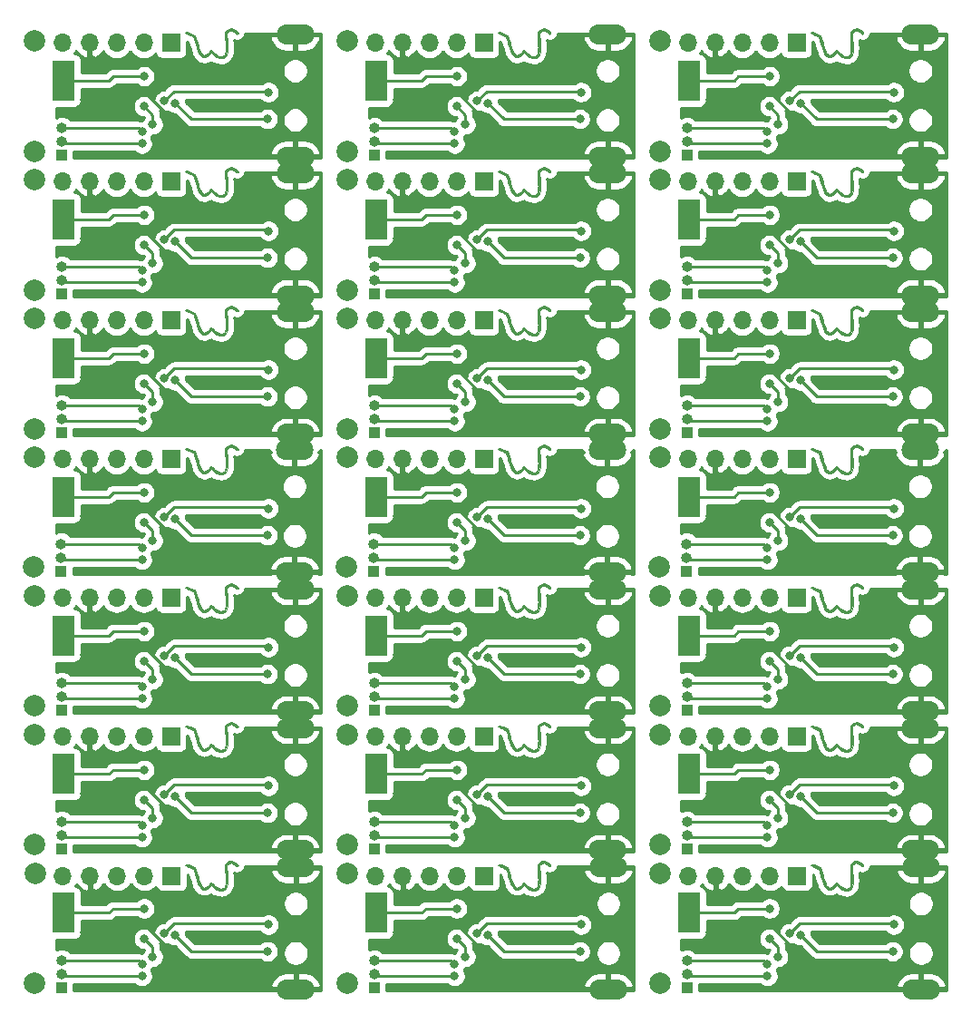
<source format=gbr>
G04 #@! TF.GenerationSoftware,KiCad,Pcbnew,5.1.2*
G04 #@! TF.CreationDate,2019-05-21T19:32:39-05:00*
G04 #@! TF.ProjectId,PlasticFrog,506c6173-7469-4634-9672-6f672e6b6963,rev?*
G04 #@! TF.SameCoordinates,Original*
G04 #@! TF.FileFunction,Copper,L2,Bot*
G04 #@! TF.FilePolarity,Positive*
%FSLAX46Y46*%
G04 Gerber Fmt 4.6, Leading zero omitted, Abs format (unit mm)*
G04 Created by KiCad (PCBNEW 5.1.2) date 2019-05-21 19:32:39*
%MOMM*%
%LPD*%
G04 APERTURE LIST*
%ADD10C,0.010000*%
%ADD11C,2.000000*%
%ADD12R,1.000000X1.000000*%
%ADD13O,1.000000X1.000000*%
%ADD14R,2.000000X3.800000*%
%ADD15R,1.700000X1.700000*%
%ADD16O,1.700000X1.700000*%
%ADD17O,3.500000X1.900000*%
%ADD18C,0.800000*%
%ADD19C,0.250000*%
%ADD20C,0.254000*%
G04 APERTURE END LIST*
D10*
G36*
X136930587Y-62029101D02*
G01*
X136747524Y-62121441D01*
X136611592Y-62255243D01*
X136604211Y-62266445D01*
X136565704Y-62336560D01*
X136544213Y-62411161D01*
X136537740Y-62511906D01*
X136544287Y-62660454D01*
X136555088Y-62799000D01*
X136568682Y-63007176D01*
X136579873Y-63265106D01*
X136587394Y-63537886D01*
X136589962Y-63759064D01*
X136589221Y-63991042D01*
X136584387Y-64155025D01*
X136573305Y-64267664D01*
X136553820Y-64345610D01*
X136523775Y-64405512D01*
X136502268Y-64436397D01*
X136416398Y-64521274D01*
X136302822Y-64561004D01*
X136229984Y-64569227D01*
X135982110Y-64550096D01*
X135754281Y-64452890D01*
X135540656Y-64274818D01*
X135485776Y-64213825D01*
X135381108Y-64100241D01*
X135290934Y-64018178D01*
X135233859Y-63984453D01*
X135231888Y-63984334D01*
X135176245Y-64017452D01*
X135102818Y-64101096D01*
X135070495Y-64148393D01*
X134923131Y-64339127D01*
X134773087Y-64453226D01*
X134625716Y-64489020D01*
X134486369Y-64444837D01*
X134392029Y-64360223D01*
X134311347Y-64251415D01*
X134241066Y-64123458D01*
X134173918Y-63959221D01*
X134102636Y-63741574D01*
X134044015Y-63539834D01*
X133984550Y-63329010D01*
X133922317Y-63109557D01*
X133868667Y-62921471D01*
X133857754Y-62883442D01*
X133778584Y-62608050D01*
X133350435Y-62444582D01*
X133132433Y-62365972D01*
X132984002Y-62323703D01*
X132898999Y-62316227D01*
X132877855Y-62325545D01*
X132847323Y-62384474D01*
X132880260Y-62444145D01*
X132982714Y-62509634D01*
X133160730Y-62586021D01*
X133210113Y-62604600D01*
X133369737Y-62666840D01*
X133500704Y-62723866D01*
X133580730Y-62765783D01*
X133591473Y-62773933D01*
X133619685Y-62830037D01*
X133663474Y-62951746D01*
X133717447Y-63122637D01*
X133776210Y-63326288D01*
X133792749Y-63386804D01*
X133903263Y-63768610D01*
X134009349Y-64073568D01*
X134115154Y-64309062D01*
X134224827Y-64482475D01*
X134342515Y-64601190D01*
X134472365Y-64672591D01*
X134523931Y-64688398D01*
X134697621Y-64691191D01*
X134881426Y-64624646D01*
X135053741Y-64497924D01*
X135107431Y-64440944D01*
X135258489Y-64264467D01*
X135428458Y-64441355D01*
X135612966Y-64607866D01*
X135796288Y-64710737D01*
X136009082Y-64764778D01*
X136123587Y-64777186D01*
X136281029Y-64783485D01*
X136390094Y-64767957D01*
X136485756Y-64723620D01*
X136527666Y-64696552D01*
X136655913Y-64568677D01*
X136747302Y-64381493D01*
X136802345Y-64131317D01*
X136821551Y-63814461D01*
X136805431Y-63427242D01*
X136760818Y-63013076D01*
X136732055Y-62761873D01*
X136724811Y-62578459D01*
X136742863Y-62447833D01*
X136789991Y-62354997D01*
X136869973Y-62284951D01*
X136956298Y-62237122D01*
X137101342Y-62192101D01*
X137239703Y-62210585D01*
X137387459Y-62297350D01*
X137503421Y-62399650D01*
X137598884Y-62485110D01*
X137661491Y-62515811D01*
X137713708Y-62501090D01*
X137726473Y-62492361D01*
X137773927Y-62447661D01*
X137767648Y-62398669D01*
X137729475Y-62339482D01*
X137620040Y-62226072D01*
X137467499Y-62119287D01*
X137302595Y-62036782D01*
X137156072Y-61996212D01*
X137129026Y-61994667D01*
X136930587Y-62029101D01*
X136930587Y-62029101D01*
G37*
X136930587Y-62029101D02*
X136747524Y-62121441D01*
X136611592Y-62255243D01*
X136604211Y-62266445D01*
X136565704Y-62336560D01*
X136544213Y-62411161D01*
X136537740Y-62511906D01*
X136544287Y-62660454D01*
X136555088Y-62799000D01*
X136568682Y-63007176D01*
X136579873Y-63265106D01*
X136587394Y-63537886D01*
X136589962Y-63759064D01*
X136589221Y-63991042D01*
X136584387Y-64155025D01*
X136573305Y-64267664D01*
X136553820Y-64345610D01*
X136523775Y-64405512D01*
X136502268Y-64436397D01*
X136416398Y-64521274D01*
X136302822Y-64561004D01*
X136229984Y-64569227D01*
X135982110Y-64550096D01*
X135754281Y-64452890D01*
X135540656Y-64274818D01*
X135485776Y-64213825D01*
X135381108Y-64100241D01*
X135290934Y-64018178D01*
X135233859Y-63984453D01*
X135231888Y-63984334D01*
X135176245Y-64017452D01*
X135102818Y-64101096D01*
X135070495Y-64148393D01*
X134923131Y-64339127D01*
X134773087Y-64453226D01*
X134625716Y-64489020D01*
X134486369Y-64444837D01*
X134392029Y-64360223D01*
X134311347Y-64251415D01*
X134241066Y-64123458D01*
X134173918Y-63959221D01*
X134102636Y-63741574D01*
X134044015Y-63539834D01*
X133984550Y-63329010D01*
X133922317Y-63109557D01*
X133868667Y-62921471D01*
X133857754Y-62883442D01*
X133778584Y-62608050D01*
X133350435Y-62444582D01*
X133132433Y-62365972D01*
X132984002Y-62323703D01*
X132898999Y-62316227D01*
X132877855Y-62325545D01*
X132847323Y-62384474D01*
X132880260Y-62444145D01*
X132982714Y-62509634D01*
X133160730Y-62586021D01*
X133210113Y-62604600D01*
X133369737Y-62666840D01*
X133500704Y-62723866D01*
X133580730Y-62765783D01*
X133591473Y-62773933D01*
X133619685Y-62830037D01*
X133663474Y-62951746D01*
X133717447Y-63122637D01*
X133776210Y-63326288D01*
X133792749Y-63386804D01*
X133903263Y-63768610D01*
X134009349Y-64073568D01*
X134115154Y-64309062D01*
X134224827Y-64482475D01*
X134342515Y-64601190D01*
X134472365Y-64672591D01*
X134523931Y-64688398D01*
X134697621Y-64691191D01*
X134881426Y-64624646D01*
X135053741Y-64497924D01*
X135107431Y-64440944D01*
X135258489Y-64264467D01*
X135428458Y-64441355D01*
X135612966Y-64607866D01*
X135796288Y-64710737D01*
X136009082Y-64764778D01*
X136123587Y-64777186D01*
X136281029Y-64783485D01*
X136390094Y-64767957D01*
X136485756Y-64723620D01*
X136527666Y-64696552D01*
X136655913Y-64568677D01*
X136747302Y-64381493D01*
X136802345Y-64131317D01*
X136821551Y-63814461D01*
X136805431Y-63427242D01*
X136760818Y-63013076D01*
X136732055Y-62761873D01*
X136724811Y-62578459D01*
X136742863Y-62447833D01*
X136789991Y-62354997D01*
X136869973Y-62284951D01*
X136956298Y-62237122D01*
X137101342Y-62192101D01*
X137239703Y-62210585D01*
X137387459Y-62297350D01*
X137503421Y-62399650D01*
X137598884Y-62485110D01*
X137661491Y-62515811D01*
X137713708Y-62501090D01*
X137726473Y-62492361D01*
X137773927Y-62447661D01*
X137767648Y-62398669D01*
X137729475Y-62339482D01*
X137620040Y-62226072D01*
X137467499Y-62119287D01*
X137302595Y-62036782D01*
X137156072Y-61996212D01*
X137129026Y-61994667D01*
X136930587Y-62029101D01*
G36*
X107730587Y-62029101D02*
G01*
X107547524Y-62121441D01*
X107411592Y-62255243D01*
X107404211Y-62266445D01*
X107365704Y-62336560D01*
X107344213Y-62411161D01*
X107337740Y-62511906D01*
X107344287Y-62660454D01*
X107355088Y-62799000D01*
X107368682Y-63007176D01*
X107379873Y-63265106D01*
X107387394Y-63537886D01*
X107389962Y-63759064D01*
X107389221Y-63991042D01*
X107384387Y-64155025D01*
X107373305Y-64267664D01*
X107353820Y-64345610D01*
X107323775Y-64405512D01*
X107302268Y-64436397D01*
X107216398Y-64521274D01*
X107102822Y-64561004D01*
X107029984Y-64569227D01*
X106782110Y-64550096D01*
X106554281Y-64452890D01*
X106340656Y-64274818D01*
X106285776Y-64213825D01*
X106181108Y-64100241D01*
X106090934Y-64018178D01*
X106033859Y-63984453D01*
X106031888Y-63984334D01*
X105976245Y-64017452D01*
X105902818Y-64101096D01*
X105870495Y-64148393D01*
X105723131Y-64339127D01*
X105573087Y-64453226D01*
X105425716Y-64489020D01*
X105286369Y-64444837D01*
X105192029Y-64360223D01*
X105111347Y-64251415D01*
X105041066Y-64123458D01*
X104973918Y-63959221D01*
X104902636Y-63741574D01*
X104844015Y-63539834D01*
X104784550Y-63329010D01*
X104722317Y-63109557D01*
X104668667Y-62921471D01*
X104657754Y-62883442D01*
X104578584Y-62608050D01*
X104150435Y-62444582D01*
X103932433Y-62365972D01*
X103784002Y-62323703D01*
X103698999Y-62316227D01*
X103677855Y-62325545D01*
X103647323Y-62384474D01*
X103680260Y-62444145D01*
X103782714Y-62509634D01*
X103960730Y-62586021D01*
X104010113Y-62604600D01*
X104169737Y-62666840D01*
X104300704Y-62723866D01*
X104380730Y-62765783D01*
X104391473Y-62773933D01*
X104419685Y-62830037D01*
X104463474Y-62951746D01*
X104517447Y-63122637D01*
X104576210Y-63326288D01*
X104592749Y-63386804D01*
X104703263Y-63768610D01*
X104809349Y-64073568D01*
X104915154Y-64309062D01*
X105024827Y-64482475D01*
X105142515Y-64601190D01*
X105272365Y-64672591D01*
X105323931Y-64688398D01*
X105497621Y-64691191D01*
X105681426Y-64624646D01*
X105853741Y-64497924D01*
X105907431Y-64440944D01*
X106058489Y-64264467D01*
X106228458Y-64441355D01*
X106412966Y-64607866D01*
X106596288Y-64710737D01*
X106809082Y-64764778D01*
X106923587Y-64777186D01*
X107081029Y-64783485D01*
X107190094Y-64767957D01*
X107285756Y-64723620D01*
X107327666Y-64696552D01*
X107455913Y-64568677D01*
X107547302Y-64381493D01*
X107602345Y-64131317D01*
X107621551Y-63814461D01*
X107605431Y-63427242D01*
X107560818Y-63013076D01*
X107532055Y-62761873D01*
X107524811Y-62578459D01*
X107542863Y-62447833D01*
X107589991Y-62354997D01*
X107669973Y-62284951D01*
X107756298Y-62237122D01*
X107901342Y-62192101D01*
X108039703Y-62210585D01*
X108187459Y-62297350D01*
X108303421Y-62399650D01*
X108398884Y-62485110D01*
X108461491Y-62515811D01*
X108513708Y-62501090D01*
X108526473Y-62492361D01*
X108573927Y-62447661D01*
X108567648Y-62398669D01*
X108529475Y-62339482D01*
X108420040Y-62226072D01*
X108267499Y-62119287D01*
X108102595Y-62036782D01*
X107956072Y-61996212D01*
X107929026Y-61994667D01*
X107730587Y-62029101D01*
X107730587Y-62029101D01*
G37*
X107730587Y-62029101D02*
X107547524Y-62121441D01*
X107411592Y-62255243D01*
X107404211Y-62266445D01*
X107365704Y-62336560D01*
X107344213Y-62411161D01*
X107337740Y-62511906D01*
X107344287Y-62660454D01*
X107355088Y-62799000D01*
X107368682Y-63007176D01*
X107379873Y-63265106D01*
X107387394Y-63537886D01*
X107389962Y-63759064D01*
X107389221Y-63991042D01*
X107384387Y-64155025D01*
X107373305Y-64267664D01*
X107353820Y-64345610D01*
X107323775Y-64405512D01*
X107302268Y-64436397D01*
X107216398Y-64521274D01*
X107102822Y-64561004D01*
X107029984Y-64569227D01*
X106782110Y-64550096D01*
X106554281Y-64452890D01*
X106340656Y-64274818D01*
X106285776Y-64213825D01*
X106181108Y-64100241D01*
X106090934Y-64018178D01*
X106033859Y-63984453D01*
X106031888Y-63984334D01*
X105976245Y-64017452D01*
X105902818Y-64101096D01*
X105870495Y-64148393D01*
X105723131Y-64339127D01*
X105573087Y-64453226D01*
X105425716Y-64489020D01*
X105286369Y-64444837D01*
X105192029Y-64360223D01*
X105111347Y-64251415D01*
X105041066Y-64123458D01*
X104973918Y-63959221D01*
X104902636Y-63741574D01*
X104844015Y-63539834D01*
X104784550Y-63329010D01*
X104722317Y-63109557D01*
X104668667Y-62921471D01*
X104657754Y-62883442D01*
X104578584Y-62608050D01*
X104150435Y-62444582D01*
X103932433Y-62365972D01*
X103784002Y-62323703D01*
X103698999Y-62316227D01*
X103677855Y-62325545D01*
X103647323Y-62384474D01*
X103680260Y-62444145D01*
X103782714Y-62509634D01*
X103960730Y-62586021D01*
X104010113Y-62604600D01*
X104169737Y-62666840D01*
X104300704Y-62723866D01*
X104380730Y-62765783D01*
X104391473Y-62773933D01*
X104419685Y-62830037D01*
X104463474Y-62951746D01*
X104517447Y-63122637D01*
X104576210Y-63326288D01*
X104592749Y-63386804D01*
X104703263Y-63768610D01*
X104809349Y-64073568D01*
X104915154Y-64309062D01*
X105024827Y-64482475D01*
X105142515Y-64601190D01*
X105272365Y-64672591D01*
X105323931Y-64688398D01*
X105497621Y-64691191D01*
X105681426Y-64624646D01*
X105853741Y-64497924D01*
X105907431Y-64440944D01*
X106058489Y-64264467D01*
X106228458Y-64441355D01*
X106412966Y-64607866D01*
X106596288Y-64710737D01*
X106809082Y-64764778D01*
X106923587Y-64777186D01*
X107081029Y-64783485D01*
X107190094Y-64767957D01*
X107285756Y-64723620D01*
X107327666Y-64696552D01*
X107455913Y-64568677D01*
X107547302Y-64381493D01*
X107602345Y-64131317D01*
X107621551Y-63814461D01*
X107605431Y-63427242D01*
X107560818Y-63013076D01*
X107532055Y-62761873D01*
X107524811Y-62578459D01*
X107542863Y-62447833D01*
X107589991Y-62354997D01*
X107669973Y-62284951D01*
X107756298Y-62237122D01*
X107901342Y-62192101D01*
X108039703Y-62210585D01*
X108187459Y-62297350D01*
X108303421Y-62399650D01*
X108398884Y-62485110D01*
X108461491Y-62515811D01*
X108513708Y-62501090D01*
X108526473Y-62492361D01*
X108573927Y-62447661D01*
X108567648Y-62398669D01*
X108529475Y-62339482D01*
X108420040Y-62226072D01*
X108267499Y-62119287D01*
X108102595Y-62036782D01*
X107956072Y-61996212D01*
X107929026Y-61994667D01*
X107730587Y-62029101D01*
G36*
X166130587Y-62029101D02*
G01*
X165947524Y-62121441D01*
X165811592Y-62255243D01*
X165804211Y-62266445D01*
X165765704Y-62336560D01*
X165744213Y-62411161D01*
X165737740Y-62511906D01*
X165744287Y-62660454D01*
X165755088Y-62799000D01*
X165768682Y-63007176D01*
X165779873Y-63265106D01*
X165787394Y-63537886D01*
X165789962Y-63759064D01*
X165789221Y-63991042D01*
X165784387Y-64155025D01*
X165773305Y-64267664D01*
X165753820Y-64345610D01*
X165723775Y-64405512D01*
X165702268Y-64436397D01*
X165616398Y-64521274D01*
X165502822Y-64561004D01*
X165429984Y-64569227D01*
X165182110Y-64550096D01*
X164954281Y-64452890D01*
X164740656Y-64274818D01*
X164685776Y-64213825D01*
X164581108Y-64100241D01*
X164490934Y-64018178D01*
X164433859Y-63984453D01*
X164431888Y-63984334D01*
X164376245Y-64017452D01*
X164302818Y-64101096D01*
X164270495Y-64148393D01*
X164123131Y-64339127D01*
X163973087Y-64453226D01*
X163825716Y-64489020D01*
X163686369Y-64444837D01*
X163592029Y-64360223D01*
X163511347Y-64251415D01*
X163441066Y-64123458D01*
X163373918Y-63959221D01*
X163302636Y-63741574D01*
X163244015Y-63539834D01*
X163184550Y-63329010D01*
X163122317Y-63109557D01*
X163068667Y-62921471D01*
X163057754Y-62883442D01*
X162978584Y-62608050D01*
X162550435Y-62444582D01*
X162332433Y-62365972D01*
X162184002Y-62323703D01*
X162098999Y-62316227D01*
X162077855Y-62325545D01*
X162047323Y-62384474D01*
X162080260Y-62444145D01*
X162182714Y-62509634D01*
X162360730Y-62586021D01*
X162410113Y-62604600D01*
X162569737Y-62666840D01*
X162700704Y-62723866D01*
X162780730Y-62765783D01*
X162791473Y-62773933D01*
X162819685Y-62830037D01*
X162863474Y-62951746D01*
X162917447Y-63122637D01*
X162976210Y-63326288D01*
X162992749Y-63386804D01*
X163103263Y-63768610D01*
X163209349Y-64073568D01*
X163315154Y-64309062D01*
X163424827Y-64482475D01*
X163542515Y-64601190D01*
X163672365Y-64672591D01*
X163723931Y-64688398D01*
X163897621Y-64691191D01*
X164081426Y-64624646D01*
X164253741Y-64497924D01*
X164307431Y-64440944D01*
X164458489Y-64264467D01*
X164628458Y-64441355D01*
X164812966Y-64607866D01*
X164996288Y-64710737D01*
X165209082Y-64764778D01*
X165323587Y-64777186D01*
X165481029Y-64783485D01*
X165590094Y-64767957D01*
X165685756Y-64723620D01*
X165727666Y-64696552D01*
X165855913Y-64568677D01*
X165947302Y-64381493D01*
X166002345Y-64131317D01*
X166021551Y-63814461D01*
X166005431Y-63427242D01*
X165960818Y-63013076D01*
X165932055Y-62761873D01*
X165924811Y-62578459D01*
X165942863Y-62447833D01*
X165989991Y-62354997D01*
X166069973Y-62284951D01*
X166156298Y-62237122D01*
X166301342Y-62192101D01*
X166439703Y-62210585D01*
X166587459Y-62297350D01*
X166703421Y-62399650D01*
X166798884Y-62485110D01*
X166861491Y-62515811D01*
X166913708Y-62501090D01*
X166926473Y-62492361D01*
X166973927Y-62447661D01*
X166967648Y-62398669D01*
X166929475Y-62339482D01*
X166820040Y-62226072D01*
X166667499Y-62119287D01*
X166502595Y-62036782D01*
X166356072Y-61996212D01*
X166329026Y-61994667D01*
X166130587Y-62029101D01*
X166130587Y-62029101D01*
G37*
X166130587Y-62029101D02*
X165947524Y-62121441D01*
X165811592Y-62255243D01*
X165804211Y-62266445D01*
X165765704Y-62336560D01*
X165744213Y-62411161D01*
X165737740Y-62511906D01*
X165744287Y-62660454D01*
X165755088Y-62799000D01*
X165768682Y-63007176D01*
X165779873Y-63265106D01*
X165787394Y-63537886D01*
X165789962Y-63759064D01*
X165789221Y-63991042D01*
X165784387Y-64155025D01*
X165773305Y-64267664D01*
X165753820Y-64345610D01*
X165723775Y-64405512D01*
X165702268Y-64436397D01*
X165616398Y-64521274D01*
X165502822Y-64561004D01*
X165429984Y-64569227D01*
X165182110Y-64550096D01*
X164954281Y-64452890D01*
X164740656Y-64274818D01*
X164685776Y-64213825D01*
X164581108Y-64100241D01*
X164490934Y-64018178D01*
X164433859Y-63984453D01*
X164431888Y-63984334D01*
X164376245Y-64017452D01*
X164302818Y-64101096D01*
X164270495Y-64148393D01*
X164123131Y-64339127D01*
X163973087Y-64453226D01*
X163825716Y-64489020D01*
X163686369Y-64444837D01*
X163592029Y-64360223D01*
X163511347Y-64251415D01*
X163441066Y-64123458D01*
X163373918Y-63959221D01*
X163302636Y-63741574D01*
X163244015Y-63539834D01*
X163184550Y-63329010D01*
X163122317Y-63109557D01*
X163068667Y-62921471D01*
X163057754Y-62883442D01*
X162978584Y-62608050D01*
X162550435Y-62444582D01*
X162332433Y-62365972D01*
X162184002Y-62323703D01*
X162098999Y-62316227D01*
X162077855Y-62325545D01*
X162047323Y-62384474D01*
X162080260Y-62444145D01*
X162182714Y-62509634D01*
X162360730Y-62586021D01*
X162410113Y-62604600D01*
X162569737Y-62666840D01*
X162700704Y-62723866D01*
X162780730Y-62765783D01*
X162791473Y-62773933D01*
X162819685Y-62830037D01*
X162863474Y-62951746D01*
X162917447Y-63122637D01*
X162976210Y-63326288D01*
X162992749Y-63386804D01*
X163103263Y-63768610D01*
X163209349Y-64073568D01*
X163315154Y-64309062D01*
X163424827Y-64482475D01*
X163542515Y-64601190D01*
X163672365Y-64672591D01*
X163723931Y-64688398D01*
X163897621Y-64691191D01*
X164081426Y-64624646D01*
X164253741Y-64497924D01*
X164307431Y-64440944D01*
X164458489Y-64264467D01*
X164628458Y-64441355D01*
X164812966Y-64607866D01*
X164996288Y-64710737D01*
X165209082Y-64764778D01*
X165323587Y-64777186D01*
X165481029Y-64783485D01*
X165590094Y-64767957D01*
X165685756Y-64723620D01*
X165727666Y-64696552D01*
X165855913Y-64568677D01*
X165947302Y-64381493D01*
X166002345Y-64131317D01*
X166021551Y-63814461D01*
X166005431Y-63427242D01*
X165960818Y-63013076D01*
X165932055Y-62761873D01*
X165924811Y-62578459D01*
X165942863Y-62447833D01*
X165989991Y-62354997D01*
X166069973Y-62284951D01*
X166156298Y-62237122D01*
X166301342Y-62192101D01*
X166439703Y-62210585D01*
X166587459Y-62297350D01*
X166703421Y-62399650D01*
X166798884Y-62485110D01*
X166861491Y-62515811D01*
X166913708Y-62501090D01*
X166926473Y-62492361D01*
X166973927Y-62447661D01*
X166967648Y-62398669D01*
X166929475Y-62339482D01*
X166820040Y-62226072D01*
X166667499Y-62119287D01*
X166502595Y-62036782D01*
X166356072Y-61996212D01*
X166329026Y-61994667D01*
X166130587Y-62029101D01*
G36*
X107730587Y-49079101D02*
G01*
X107547524Y-49171441D01*
X107411592Y-49305243D01*
X107404211Y-49316445D01*
X107365704Y-49386560D01*
X107344213Y-49461161D01*
X107337740Y-49561906D01*
X107344287Y-49710454D01*
X107355088Y-49849000D01*
X107368682Y-50057176D01*
X107379873Y-50315106D01*
X107387394Y-50587886D01*
X107389962Y-50809064D01*
X107389221Y-51041042D01*
X107384387Y-51205025D01*
X107373305Y-51317664D01*
X107353820Y-51395610D01*
X107323775Y-51455512D01*
X107302268Y-51486397D01*
X107216398Y-51571274D01*
X107102822Y-51611004D01*
X107029984Y-51619227D01*
X106782110Y-51600096D01*
X106554281Y-51502890D01*
X106340656Y-51324818D01*
X106285776Y-51263825D01*
X106181108Y-51150241D01*
X106090934Y-51068178D01*
X106033859Y-51034453D01*
X106031888Y-51034334D01*
X105976245Y-51067452D01*
X105902818Y-51151096D01*
X105870495Y-51198393D01*
X105723131Y-51389127D01*
X105573087Y-51503226D01*
X105425716Y-51539020D01*
X105286369Y-51494837D01*
X105192029Y-51410223D01*
X105111347Y-51301415D01*
X105041066Y-51173458D01*
X104973918Y-51009221D01*
X104902636Y-50791574D01*
X104844015Y-50589834D01*
X104784550Y-50379010D01*
X104722317Y-50159557D01*
X104668667Y-49971471D01*
X104657754Y-49933442D01*
X104578584Y-49658050D01*
X104150435Y-49494582D01*
X103932433Y-49415972D01*
X103784002Y-49373703D01*
X103698999Y-49366227D01*
X103677855Y-49375545D01*
X103647323Y-49434474D01*
X103680260Y-49494145D01*
X103782714Y-49559634D01*
X103960730Y-49636021D01*
X104010113Y-49654600D01*
X104169737Y-49716840D01*
X104300704Y-49773866D01*
X104380730Y-49815783D01*
X104391473Y-49823933D01*
X104419685Y-49880037D01*
X104463474Y-50001746D01*
X104517447Y-50172637D01*
X104576210Y-50376288D01*
X104592749Y-50436804D01*
X104703263Y-50818610D01*
X104809349Y-51123568D01*
X104915154Y-51359062D01*
X105024827Y-51532475D01*
X105142515Y-51651190D01*
X105272365Y-51722591D01*
X105323931Y-51738398D01*
X105497621Y-51741191D01*
X105681426Y-51674646D01*
X105853741Y-51547924D01*
X105907431Y-51490944D01*
X106058489Y-51314467D01*
X106228458Y-51491355D01*
X106412966Y-51657866D01*
X106596288Y-51760737D01*
X106809082Y-51814778D01*
X106923587Y-51827186D01*
X107081029Y-51833485D01*
X107190094Y-51817957D01*
X107285756Y-51773620D01*
X107327666Y-51746552D01*
X107455913Y-51618677D01*
X107547302Y-51431493D01*
X107602345Y-51181317D01*
X107621551Y-50864461D01*
X107605431Y-50477242D01*
X107560818Y-50063076D01*
X107532055Y-49811873D01*
X107524811Y-49628459D01*
X107542863Y-49497833D01*
X107589991Y-49404997D01*
X107669973Y-49334951D01*
X107756298Y-49287122D01*
X107901342Y-49242101D01*
X108039703Y-49260585D01*
X108187459Y-49347350D01*
X108303421Y-49449650D01*
X108398884Y-49535110D01*
X108461491Y-49565811D01*
X108513708Y-49551090D01*
X108526473Y-49542361D01*
X108573927Y-49497661D01*
X108567648Y-49448669D01*
X108529475Y-49389482D01*
X108420040Y-49276072D01*
X108267499Y-49169287D01*
X108102595Y-49086782D01*
X107956072Y-49046212D01*
X107929026Y-49044667D01*
X107730587Y-49079101D01*
X107730587Y-49079101D01*
G37*
X107730587Y-49079101D02*
X107547524Y-49171441D01*
X107411592Y-49305243D01*
X107404211Y-49316445D01*
X107365704Y-49386560D01*
X107344213Y-49461161D01*
X107337740Y-49561906D01*
X107344287Y-49710454D01*
X107355088Y-49849000D01*
X107368682Y-50057176D01*
X107379873Y-50315106D01*
X107387394Y-50587886D01*
X107389962Y-50809064D01*
X107389221Y-51041042D01*
X107384387Y-51205025D01*
X107373305Y-51317664D01*
X107353820Y-51395610D01*
X107323775Y-51455512D01*
X107302268Y-51486397D01*
X107216398Y-51571274D01*
X107102822Y-51611004D01*
X107029984Y-51619227D01*
X106782110Y-51600096D01*
X106554281Y-51502890D01*
X106340656Y-51324818D01*
X106285776Y-51263825D01*
X106181108Y-51150241D01*
X106090934Y-51068178D01*
X106033859Y-51034453D01*
X106031888Y-51034334D01*
X105976245Y-51067452D01*
X105902818Y-51151096D01*
X105870495Y-51198393D01*
X105723131Y-51389127D01*
X105573087Y-51503226D01*
X105425716Y-51539020D01*
X105286369Y-51494837D01*
X105192029Y-51410223D01*
X105111347Y-51301415D01*
X105041066Y-51173458D01*
X104973918Y-51009221D01*
X104902636Y-50791574D01*
X104844015Y-50589834D01*
X104784550Y-50379010D01*
X104722317Y-50159557D01*
X104668667Y-49971471D01*
X104657754Y-49933442D01*
X104578584Y-49658050D01*
X104150435Y-49494582D01*
X103932433Y-49415972D01*
X103784002Y-49373703D01*
X103698999Y-49366227D01*
X103677855Y-49375545D01*
X103647323Y-49434474D01*
X103680260Y-49494145D01*
X103782714Y-49559634D01*
X103960730Y-49636021D01*
X104010113Y-49654600D01*
X104169737Y-49716840D01*
X104300704Y-49773866D01*
X104380730Y-49815783D01*
X104391473Y-49823933D01*
X104419685Y-49880037D01*
X104463474Y-50001746D01*
X104517447Y-50172637D01*
X104576210Y-50376288D01*
X104592749Y-50436804D01*
X104703263Y-50818610D01*
X104809349Y-51123568D01*
X104915154Y-51359062D01*
X105024827Y-51532475D01*
X105142515Y-51651190D01*
X105272365Y-51722591D01*
X105323931Y-51738398D01*
X105497621Y-51741191D01*
X105681426Y-51674646D01*
X105853741Y-51547924D01*
X105907431Y-51490944D01*
X106058489Y-51314467D01*
X106228458Y-51491355D01*
X106412966Y-51657866D01*
X106596288Y-51760737D01*
X106809082Y-51814778D01*
X106923587Y-51827186D01*
X107081029Y-51833485D01*
X107190094Y-51817957D01*
X107285756Y-51773620D01*
X107327666Y-51746552D01*
X107455913Y-51618677D01*
X107547302Y-51431493D01*
X107602345Y-51181317D01*
X107621551Y-50864461D01*
X107605431Y-50477242D01*
X107560818Y-50063076D01*
X107532055Y-49811873D01*
X107524811Y-49628459D01*
X107542863Y-49497833D01*
X107589991Y-49404997D01*
X107669973Y-49334951D01*
X107756298Y-49287122D01*
X107901342Y-49242101D01*
X108039703Y-49260585D01*
X108187459Y-49347350D01*
X108303421Y-49449650D01*
X108398884Y-49535110D01*
X108461491Y-49565811D01*
X108513708Y-49551090D01*
X108526473Y-49542361D01*
X108573927Y-49497661D01*
X108567648Y-49448669D01*
X108529475Y-49389482D01*
X108420040Y-49276072D01*
X108267499Y-49169287D01*
X108102595Y-49086782D01*
X107956072Y-49046212D01*
X107929026Y-49044667D01*
X107730587Y-49079101D01*
G36*
X136930587Y-49079101D02*
G01*
X136747524Y-49171441D01*
X136611592Y-49305243D01*
X136604211Y-49316445D01*
X136565704Y-49386560D01*
X136544213Y-49461161D01*
X136537740Y-49561906D01*
X136544287Y-49710454D01*
X136555088Y-49849000D01*
X136568682Y-50057176D01*
X136579873Y-50315106D01*
X136587394Y-50587886D01*
X136589962Y-50809064D01*
X136589221Y-51041042D01*
X136584387Y-51205025D01*
X136573305Y-51317664D01*
X136553820Y-51395610D01*
X136523775Y-51455512D01*
X136502268Y-51486397D01*
X136416398Y-51571274D01*
X136302822Y-51611004D01*
X136229984Y-51619227D01*
X135982110Y-51600096D01*
X135754281Y-51502890D01*
X135540656Y-51324818D01*
X135485776Y-51263825D01*
X135381108Y-51150241D01*
X135290934Y-51068178D01*
X135233859Y-51034453D01*
X135231888Y-51034334D01*
X135176245Y-51067452D01*
X135102818Y-51151096D01*
X135070495Y-51198393D01*
X134923131Y-51389127D01*
X134773087Y-51503226D01*
X134625716Y-51539020D01*
X134486369Y-51494837D01*
X134392029Y-51410223D01*
X134311347Y-51301415D01*
X134241066Y-51173458D01*
X134173918Y-51009221D01*
X134102636Y-50791574D01*
X134044015Y-50589834D01*
X133984550Y-50379010D01*
X133922317Y-50159557D01*
X133868667Y-49971471D01*
X133857754Y-49933442D01*
X133778584Y-49658050D01*
X133350435Y-49494582D01*
X133132433Y-49415972D01*
X132984002Y-49373703D01*
X132898999Y-49366227D01*
X132877855Y-49375545D01*
X132847323Y-49434474D01*
X132880260Y-49494145D01*
X132982714Y-49559634D01*
X133160730Y-49636021D01*
X133210113Y-49654600D01*
X133369737Y-49716840D01*
X133500704Y-49773866D01*
X133580730Y-49815783D01*
X133591473Y-49823933D01*
X133619685Y-49880037D01*
X133663474Y-50001746D01*
X133717447Y-50172637D01*
X133776210Y-50376288D01*
X133792749Y-50436804D01*
X133903263Y-50818610D01*
X134009349Y-51123568D01*
X134115154Y-51359062D01*
X134224827Y-51532475D01*
X134342515Y-51651190D01*
X134472365Y-51722591D01*
X134523931Y-51738398D01*
X134697621Y-51741191D01*
X134881426Y-51674646D01*
X135053741Y-51547924D01*
X135107431Y-51490944D01*
X135258489Y-51314467D01*
X135428458Y-51491355D01*
X135612966Y-51657866D01*
X135796288Y-51760737D01*
X136009082Y-51814778D01*
X136123587Y-51827186D01*
X136281029Y-51833485D01*
X136390094Y-51817957D01*
X136485756Y-51773620D01*
X136527666Y-51746552D01*
X136655913Y-51618677D01*
X136747302Y-51431493D01*
X136802345Y-51181317D01*
X136821551Y-50864461D01*
X136805431Y-50477242D01*
X136760818Y-50063076D01*
X136732055Y-49811873D01*
X136724811Y-49628459D01*
X136742863Y-49497833D01*
X136789991Y-49404997D01*
X136869973Y-49334951D01*
X136956298Y-49287122D01*
X137101342Y-49242101D01*
X137239703Y-49260585D01*
X137387459Y-49347350D01*
X137503421Y-49449650D01*
X137598884Y-49535110D01*
X137661491Y-49565811D01*
X137713708Y-49551090D01*
X137726473Y-49542361D01*
X137773927Y-49497661D01*
X137767648Y-49448669D01*
X137729475Y-49389482D01*
X137620040Y-49276072D01*
X137467499Y-49169287D01*
X137302595Y-49086782D01*
X137156072Y-49046212D01*
X137129026Y-49044667D01*
X136930587Y-49079101D01*
X136930587Y-49079101D01*
G37*
X136930587Y-49079101D02*
X136747524Y-49171441D01*
X136611592Y-49305243D01*
X136604211Y-49316445D01*
X136565704Y-49386560D01*
X136544213Y-49461161D01*
X136537740Y-49561906D01*
X136544287Y-49710454D01*
X136555088Y-49849000D01*
X136568682Y-50057176D01*
X136579873Y-50315106D01*
X136587394Y-50587886D01*
X136589962Y-50809064D01*
X136589221Y-51041042D01*
X136584387Y-51205025D01*
X136573305Y-51317664D01*
X136553820Y-51395610D01*
X136523775Y-51455512D01*
X136502268Y-51486397D01*
X136416398Y-51571274D01*
X136302822Y-51611004D01*
X136229984Y-51619227D01*
X135982110Y-51600096D01*
X135754281Y-51502890D01*
X135540656Y-51324818D01*
X135485776Y-51263825D01*
X135381108Y-51150241D01*
X135290934Y-51068178D01*
X135233859Y-51034453D01*
X135231888Y-51034334D01*
X135176245Y-51067452D01*
X135102818Y-51151096D01*
X135070495Y-51198393D01*
X134923131Y-51389127D01*
X134773087Y-51503226D01*
X134625716Y-51539020D01*
X134486369Y-51494837D01*
X134392029Y-51410223D01*
X134311347Y-51301415D01*
X134241066Y-51173458D01*
X134173918Y-51009221D01*
X134102636Y-50791574D01*
X134044015Y-50589834D01*
X133984550Y-50379010D01*
X133922317Y-50159557D01*
X133868667Y-49971471D01*
X133857754Y-49933442D01*
X133778584Y-49658050D01*
X133350435Y-49494582D01*
X133132433Y-49415972D01*
X132984002Y-49373703D01*
X132898999Y-49366227D01*
X132877855Y-49375545D01*
X132847323Y-49434474D01*
X132880260Y-49494145D01*
X132982714Y-49559634D01*
X133160730Y-49636021D01*
X133210113Y-49654600D01*
X133369737Y-49716840D01*
X133500704Y-49773866D01*
X133580730Y-49815783D01*
X133591473Y-49823933D01*
X133619685Y-49880037D01*
X133663474Y-50001746D01*
X133717447Y-50172637D01*
X133776210Y-50376288D01*
X133792749Y-50436804D01*
X133903263Y-50818610D01*
X134009349Y-51123568D01*
X134115154Y-51359062D01*
X134224827Y-51532475D01*
X134342515Y-51651190D01*
X134472365Y-51722591D01*
X134523931Y-51738398D01*
X134697621Y-51741191D01*
X134881426Y-51674646D01*
X135053741Y-51547924D01*
X135107431Y-51490944D01*
X135258489Y-51314467D01*
X135428458Y-51491355D01*
X135612966Y-51657866D01*
X135796288Y-51760737D01*
X136009082Y-51814778D01*
X136123587Y-51827186D01*
X136281029Y-51833485D01*
X136390094Y-51817957D01*
X136485756Y-51773620D01*
X136527666Y-51746552D01*
X136655913Y-51618677D01*
X136747302Y-51431493D01*
X136802345Y-51181317D01*
X136821551Y-50864461D01*
X136805431Y-50477242D01*
X136760818Y-50063076D01*
X136732055Y-49811873D01*
X136724811Y-49628459D01*
X136742863Y-49497833D01*
X136789991Y-49404997D01*
X136869973Y-49334951D01*
X136956298Y-49287122D01*
X137101342Y-49242101D01*
X137239703Y-49260585D01*
X137387459Y-49347350D01*
X137503421Y-49449650D01*
X137598884Y-49535110D01*
X137661491Y-49565811D01*
X137713708Y-49551090D01*
X137726473Y-49542361D01*
X137773927Y-49497661D01*
X137767648Y-49448669D01*
X137729475Y-49389482D01*
X137620040Y-49276072D01*
X137467499Y-49169287D01*
X137302595Y-49086782D01*
X137156072Y-49046212D01*
X137129026Y-49044667D01*
X136930587Y-49079101D01*
G36*
X166130587Y-49079101D02*
G01*
X165947524Y-49171441D01*
X165811592Y-49305243D01*
X165804211Y-49316445D01*
X165765704Y-49386560D01*
X165744213Y-49461161D01*
X165737740Y-49561906D01*
X165744287Y-49710454D01*
X165755088Y-49849000D01*
X165768682Y-50057176D01*
X165779873Y-50315106D01*
X165787394Y-50587886D01*
X165789962Y-50809064D01*
X165789221Y-51041042D01*
X165784387Y-51205025D01*
X165773305Y-51317664D01*
X165753820Y-51395610D01*
X165723775Y-51455512D01*
X165702268Y-51486397D01*
X165616398Y-51571274D01*
X165502822Y-51611004D01*
X165429984Y-51619227D01*
X165182110Y-51600096D01*
X164954281Y-51502890D01*
X164740656Y-51324818D01*
X164685776Y-51263825D01*
X164581108Y-51150241D01*
X164490934Y-51068178D01*
X164433859Y-51034453D01*
X164431888Y-51034334D01*
X164376245Y-51067452D01*
X164302818Y-51151096D01*
X164270495Y-51198393D01*
X164123131Y-51389127D01*
X163973087Y-51503226D01*
X163825716Y-51539020D01*
X163686369Y-51494837D01*
X163592029Y-51410223D01*
X163511347Y-51301415D01*
X163441066Y-51173458D01*
X163373918Y-51009221D01*
X163302636Y-50791574D01*
X163244015Y-50589834D01*
X163184550Y-50379010D01*
X163122317Y-50159557D01*
X163068667Y-49971471D01*
X163057754Y-49933442D01*
X162978584Y-49658050D01*
X162550435Y-49494582D01*
X162332433Y-49415972D01*
X162184002Y-49373703D01*
X162098999Y-49366227D01*
X162077855Y-49375545D01*
X162047323Y-49434474D01*
X162080260Y-49494145D01*
X162182714Y-49559634D01*
X162360730Y-49636021D01*
X162410113Y-49654600D01*
X162569737Y-49716840D01*
X162700704Y-49773866D01*
X162780730Y-49815783D01*
X162791473Y-49823933D01*
X162819685Y-49880037D01*
X162863474Y-50001746D01*
X162917447Y-50172637D01*
X162976210Y-50376288D01*
X162992749Y-50436804D01*
X163103263Y-50818610D01*
X163209349Y-51123568D01*
X163315154Y-51359062D01*
X163424827Y-51532475D01*
X163542515Y-51651190D01*
X163672365Y-51722591D01*
X163723931Y-51738398D01*
X163897621Y-51741191D01*
X164081426Y-51674646D01*
X164253741Y-51547924D01*
X164307431Y-51490944D01*
X164458489Y-51314467D01*
X164628458Y-51491355D01*
X164812966Y-51657866D01*
X164996288Y-51760737D01*
X165209082Y-51814778D01*
X165323587Y-51827186D01*
X165481029Y-51833485D01*
X165590094Y-51817957D01*
X165685756Y-51773620D01*
X165727666Y-51746552D01*
X165855913Y-51618677D01*
X165947302Y-51431493D01*
X166002345Y-51181317D01*
X166021551Y-50864461D01*
X166005431Y-50477242D01*
X165960818Y-50063076D01*
X165932055Y-49811873D01*
X165924811Y-49628459D01*
X165942863Y-49497833D01*
X165989991Y-49404997D01*
X166069973Y-49334951D01*
X166156298Y-49287122D01*
X166301342Y-49242101D01*
X166439703Y-49260585D01*
X166587459Y-49347350D01*
X166703421Y-49449650D01*
X166798884Y-49535110D01*
X166861491Y-49565811D01*
X166913708Y-49551090D01*
X166926473Y-49542361D01*
X166973927Y-49497661D01*
X166967648Y-49448669D01*
X166929475Y-49389482D01*
X166820040Y-49276072D01*
X166667499Y-49169287D01*
X166502595Y-49086782D01*
X166356072Y-49046212D01*
X166329026Y-49044667D01*
X166130587Y-49079101D01*
X166130587Y-49079101D01*
G37*
X166130587Y-49079101D02*
X165947524Y-49171441D01*
X165811592Y-49305243D01*
X165804211Y-49316445D01*
X165765704Y-49386560D01*
X165744213Y-49461161D01*
X165737740Y-49561906D01*
X165744287Y-49710454D01*
X165755088Y-49849000D01*
X165768682Y-50057176D01*
X165779873Y-50315106D01*
X165787394Y-50587886D01*
X165789962Y-50809064D01*
X165789221Y-51041042D01*
X165784387Y-51205025D01*
X165773305Y-51317664D01*
X165753820Y-51395610D01*
X165723775Y-51455512D01*
X165702268Y-51486397D01*
X165616398Y-51571274D01*
X165502822Y-51611004D01*
X165429984Y-51619227D01*
X165182110Y-51600096D01*
X164954281Y-51502890D01*
X164740656Y-51324818D01*
X164685776Y-51263825D01*
X164581108Y-51150241D01*
X164490934Y-51068178D01*
X164433859Y-51034453D01*
X164431888Y-51034334D01*
X164376245Y-51067452D01*
X164302818Y-51151096D01*
X164270495Y-51198393D01*
X164123131Y-51389127D01*
X163973087Y-51503226D01*
X163825716Y-51539020D01*
X163686369Y-51494837D01*
X163592029Y-51410223D01*
X163511347Y-51301415D01*
X163441066Y-51173458D01*
X163373918Y-51009221D01*
X163302636Y-50791574D01*
X163244015Y-50589834D01*
X163184550Y-50379010D01*
X163122317Y-50159557D01*
X163068667Y-49971471D01*
X163057754Y-49933442D01*
X162978584Y-49658050D01*
X162550435Y-49494582D01*
X162332433Y-49415972D01*
X162184002Y-49373703D01*
X162098999Y-49366227D01*
X162077855Y-49375545D01*
X162047323Y-49434474D01*
X162080260Y-49494145D01*
X162182714Y-49559634D01*
X162360730Y-49636021D01*
X162410113Y-49654600D01*
X162569737Y-49716840D01*
X162700704Y-49773866D01*
X162780730Y-49815783D01*
X162791473Y-49823933D01*
X162819685Y-49880037D01*
X162863474Y-50001746D01*
X162917447Y-50172637D01*
X162976210Y-50376288D01*
X162992749Y-50436804D01*
X163103263Y-50818610D01*
X163209349Y-51123568D01*
X163315154Y-51359062D01*
X163424827Y-51532475D01*
X163542515Y-51651190D01*
X163672365Y-51722591D01*
X163723931Y-51738398D01*
X163897621Y-51741191D01*
X164081426Y-51674646D01*
X164253741Y-51547924D01*
X164307431Y-51490944D01*
X164458489Y-51314467D01*
X164628458Y-51491355D01*
X164812966Y-51657866D01*
X164996288Y-51760737D01*
X165209082Y-51814778D01*
X165323587Y-51827186D01*
X165481029Y-51833485D01*
X165590094Y-51817957D01*
X165685756Y-51773620D01*
X165727666Y-51746552D01*
X165855913Y-51618677D01*
X165947302Y-51431493D01*
X166002345Y-51181317D01*
X166021551Y-50864461D01*
X166005431Y-50477242D01*
X165960818Y-50063076D01*
X165932055Y-49811873D01*
X165924811Y-49628459D01*
X165942863Y-49497833D01*
X165989991Y-49404997D01*
X166069973Y-49334951D01*
X166156298Y-49287122D01*
X166301342Y-49242101D01*
X166439703Y-49260585D01*
X166587459Y-49347350D01*
X166703421Y-49449650D01*
X166798884Y-49535110D01*
X166861491Y-49565811D01*
X166913708Y-49551090D01*
X166926473Y-49542361D01*
X166973927Y-49497661D01*
X166967648Y-49448669D01*
X166929475Y-49389482D01*
X166820040Y-49276072D01*
X166667499Y-49169287D01*
X166502595Y-49086782D01*
X166356072Y-49046212D01*
X166329026Y-49044667D01*
X166130587Y-49079101D01*
G36*
X107730587Y-126779101D02*
G01*
X107547524Y-126871441D01*
X107411592Y-127005243D01*
X107404211Y-127016445D01*
X107365704Y-127086560D01*
X107344213Y-127161161D01*
X107337740Y-127261906D01*
X107344287Y-127410454D01*
X107355088Y-127549000D01*
X107368682Y-127757176D01*
X107379873Y-128015106D01*
X107387394Y-128287886D01*
X107389962Y-128509064D01*
X107389221Y-128741042D01*
X107384387Y-128905025D01*
X107373305Y-129017664D01*
X107353820Y-129095610D01*
X107323775Y-129155512D01*
X107302268Y-129186397D01*
X107216398Y-129271274D01*
X107102822Y-129311004D01*
X107029984Y-129319227D01*
X106782110Y-129300096D01*
X106554281Y-129202890D01*
X106340656Y-129024818D01*
X106285776Y-128963825D01*
X106181108Y-128850241D01*
X106090934Y-128768178D01*
X106033859Y-128734453D01*
X106031888Y-128734334D01*
X105976245Y-128767452D01*
X105902818Y-128851096D01*
X105870495Y-128898393D01*
X105723131Y-129089127D01*
X105573087Y-129203226D01*
X105425716Y-129239020D01*
X105286369Y-129194837D01*
X105192029Y-129110223D01*
X105111347Y-129001415D01*
X105041066Y-128873458D01*
X104973918Y-128709221D01*
X104902636Y-128491574D01*
X104844015Y-128289834D01*
X104784550Y-128079010D01*
X104722317Y-127859557D01*
X104668667Y-127671471D01*
X104657754Y-127633442D01*
X104578584Y-127358050D01*
X104150435Y-127194582D01*
X103932433Y-127115972D01*
X103784002Y-127073703D01*
X103698999Y-127066227D01*
X103677855Y-127075545D01*
X103647323Y-127134474D01*
X103680260Y-127194145D01*
X103782714Y-127259634D01*
X103960730Y-127336021D01*
X104010113Y-127354600D01*
X104169737Y-127416840D01*
X104300704Y-127473866D01*
X104380730Y-127515783D01*
X104391473Y-127523933D01*
X104419685Y-127580037D01*
X104463474Y-127701746D01*
X104517447Y-127872637D01*
X104576210Y-128076288D01*
X104592749Y-128136804D01*
X104703263Y-128518610D01*
X104809349Y-128823568D01*
X104915154Y-129059062D01*
X105024827Y-129232475D01*
X105142515Y-129351190D01*
X105272365Y-129422591D01*
X105323931Y-129438398D01*
X105497621Y-129441191D01*
X105681426Y-129374646D01*
X105853741Y-129247924D01*
X105907431Y-129190944D01*
X106058489Y-129014467D01*
X106228458Y-129191355D01*
X106412966Y-129357866D01*
X106596288Y-129460737D01*
X106809082Y-129514778D01*
X106923587Y-129527186D01*
X107081029Y-129533485D01*
X107190094Y-129517957D01*
X107285756Y-129473620D01*
X107327666Y-129446552D01*
X107455913Y-129318677D01*
X107547302Y-129131493D01*
X107602345Y-128881317D01*
X107621551Y-128564461D01*
X107605431Y-128177242D01*
X107560818Y-127763076D01*
X107532055Y-127511873D01*
X107524811Y-127328459D01*
X107542863Y-127197833D01*
X107589991Y-127104997D01*
X107669973Y-127034951D01*
X107756298Y-126987122D01*
X107901342Y-126942101D01*
X108039703Y-126960585D01*
X108187459Y-127047350D01*
X108303421Y-127149650D01*
X108398884Y-127235110D01*
X108461491Y-127265811D01*
X108513708Y-127251090D01*
X108526473Y-127242361D01*
X108573927Y-127197661D01*
X108567648Y-127148669D01*
X108529475Y-127089482D01*
X108420040Y-126976072D01*
X108267499Y-126869287D01*
X108102595Y-126786782D01*
X107956072Y-126746212D01*
X107929026Y-126744667D01*
X107730587Y-126779101D01*
X107730587Y-126779101D01*
G37*
X107730587Y-126779101D02*
X107547524Y-126871441D01*
X107411592Y-127005243D01*
X107404211Y-127016445D01*
X107365704Y-127086560D01*
X107344213Y-127161161D01*
X107337740Y-127261906D01*
X107344287Y-127410454D01*
X107355088Y-127549000D01*
X107368682Y-127757176D01*
X107379873Y-128015106D01*
X107387394Y-128287886D01*
X107389962Y-128509064D01*
X107389221Y-128741042D01*
X107384387Y-128905025D01*
X107373305Y-129017664D01*
X107353820Y-129095610D01*
X107323775Y-129155512D01*
X107302268Y-129186397D01*
X107216398Y-129271274D01*
X107102822Y-129311004D01*
X107029984Y-129319227D01*
X106782110Y-129300096D01*
X106554281Y-129202890D01*
X106340656Y-129024818D01*
X106285776Y-128963825D01*
X106181108Y-128850241D01*
X106090934Y-128768178D01*
X106033859Y-128734453D01*
X106031888Y-128734334D01*
X105976245Y-128767452D01*
X105902818Y-128851096D01*
X105870495Y-128898393D01*
X105723131Y-129089127D01*
X105573087Y-129203226D01*
X105425716Y-129239020D01*
X105286369Y-129194837D01*
X105192029Y-129110223D01*
X105111347Y-129001415D01*
X105041066Y-128873458D01*
X104973918Y-128709221D01*
X104902636Y-128491574D01*
X104844015Y-128289834D01*
X104784550Y-128079010D01*
X104722317Y-127859557D01*
X104668667Y-127671471D01*
X104657754Y-127633442D01*
X104578584Y-127358050D01*
X104150435Y-127194582D01*
X103932433Y-127115972D01*
X103784002Y-127073703D01*
X103698999Y-127066227D01*
X103677855Y-127075545D01*
X103647323Y-127134474D01*
X103680260Y-127194145D01*
X103782714Y-127259634D01*
X103960730Y-127336021D01*
X104010113Y-127354600D01*
X104169737Y-127416840D01*
X104300704Y-127473866D01*
X104380730Y-127515783D01*
X104391473Y-127523933D01*
X104419685Y-127580037D01*
X104463474Y-127701746D01*
X104517447Y-127872637D01*
X104576210Y-128076288D01*
X104592749Y-128136804D01*
X104703263Y-128518610D01*
X104809349Y-128823568D01*
X104915154Y-129059062D01*
X105024827Y-129232475D01*
X105142515Y-129351190D01*
X105272365Y-129422591D01*
X105323931Y-129438398D01*
X105497621Y-129441191D01*
X105681426Y-129374646D01*
X105853741Y-129247924D01*
X105907431Y-129190944D01*
X106058489Y-129014467D01*
X106228458Y-129191355D01*
X106412966Y-129357866D01*
X106596288Y-129460737D01*
X106809082Y-129514778D01*
X106923587Y-129527186D01*
X107081029Y-129533485D01*
X107190094Y-129517957D01*
X107285756Y-129473620D01*
X107327666Y-129446552D01*
X107455913Y-129318677D01*
X107547302Y-129131493D01*
X107602345Y-128881317D01*
X107621551Y-128564461D01*
X107605431Y-128177242D01*
X107560818Y-127763076D01*
X107532055Y-127511873D01*
X107524811Y-127328459D01*
X107542863Y-127197833D01*
X107589991Y-127104997D01*
X107669973Y-127034951D01*
X107756298Y-126987122D01*
X107901342Y-126942101D01*
X108039703Y-126960585D01*
X108187459Y-127047350D01*
X108303421Y-127149650D01*
X108398884Y-127235110D01*
X108461491Y-127265811D01*
X108513708Y-127251090D01*
X108526473Y-127242361D01*
X108573927Y-127197661D01*
X108567648Y-127148669D01*
X108529475Y-127089482D01*
X108420040Y-126976072D01*
X108267499Y-126869287D01*
X108102595Y-126786782D01*
X107956072Y-126746212D01*
X107929026Y-126744667D01*
X107730587Y-126779101D01*
G36*
X166130587Y-113829101D02*
G01*
X165947524Y-113921441D01*
X165811592Y-114055243D01*
X165804211Y-114066445D01*
X165765704Y-114136560D01*
X165744213Y-114211161D01*
X165737740Y-114311906D01*
X165744287Y-114460454D01*
X165755088Y-114599000D01*
X165768682Y-114807176D01*
X165779873Y-115065106D01*
X165787394Y-115337886D01*
X165789962Y-115559064D01*
X165789221Y-115791042D01*
X165784387Y-115955025D01*
X165773305Y-116067664D01*
X165753820Y-116145610D01*
X165723775Y-116205512D01*
X165702268Y-116236397D01*
X165616398Y-116321274D01*
X165502822Y-116361004D01*
X165429984Y-116369227D01*
X165182110Y-116350096D01*
X164954281Y-116252890D01*
X164740656Y-116074818D01*
X164685776Y-116013825D01*
X164581108Y-115900241D01*
X164490934Y-115818178D01*
X164433859Y-115784453D01*
X164431888Y-115784334D01*
X164376245Y-115817452D01*
X164302818Y-115901096D01*
X164270495Y-115948393D01*
X164123131Y-116139127D01*
X163973087Y-116253226D01*
X163825716Y-116289020D01*
X163686369Y-116244837D01*
X163592029Y-116160223D01*
X163511347Y-116051415D01*
X163441066Y-115923458D01*
X163373918Y-115759221D01*
X163302636Y-115541574D01*
X163244015Y-115339834D01*
X163184550Y-115129010D01*
X163122317Y-114909557D01*
X163068667Y-114721471D01*
X163057754Y-114683442D01*
X162978584Y-114408050D01*
X162550435Y-114244582D01*
X162332433Y-114165972D01*
X162184002Y-114123703D01*
X162098999Y-114116227D01*
X162077855Y-114125545D01*
X162047323Y-114184474D01*
X162080260Y-114244145D01*
X162182714Y-114309634D01*
X162360730Y-114386021D01*
X162410113Y-114404600D01*
X162569737Y-114466840D01*
X162700704Y-114523866D01*
X162780730Y-114565783D01*
X162791473Y-114573933D01*
X162819685Y-114630037D01*
X162863474Y-114751746D01*
X162917447Y-114922637D01*
X162976210Y-115126288D01*
X162992749Y-115186804D01*
X163103263Y-115568610D01*
X163209349Y-115873568D01*
X163315154Y-116109062D01*
X163424827Y-116282475D01*
X163542515Y-116401190D01*
X163672365Y-116472591D01*
X163723931Y-116488398D01*
X163897621Y-116491191D01*
X164081426Y-116424646D01*
X164253741Y-116297924D01*
X164307431Y-116240944D01*
X164458489Y-116064467D01*
X164628458Y-116241355D01*
X164812966Y-116407866D01*
X164996288Y-116510737D01*
X165209082Y-116564778D01*
X165323587Y-116577186D01*
X165481029Y-116583485D01*
X165590094Y-116567957D01*
X165685756Y-116523620D01*
X165727666Y-116496552D01*
X165855913Y-116368677D01*
X165947302Y-116181493D01*
X166002345Y-115931317D01*
X166021551Y-115614461D01*
X166005431Y-115227242D01*
X165960818Y-114813076D01*
X165932055Y-114561873D01*
X165924811Y-114378459D01*
X165942863Y-114247833D01*
X165989991Y-114154997D01*
X166069973Y-114084951D01*
X166156298Y-114037122D01*
X166301342Y-113992101D01*
X166439703Y-114010585D01*
X166587459Y-114097350D01*
X166703421Y-114199650D01*
X166798884Y-114285110D01*
X166861491Y-114315811D01*
X166913708Y-114301090D01*
X166926473Y-114292361D01*
X166973927Y-114247661D01*
X166967648Y-114198669D01*
X166929475Y-114139482D01*
X166820040Y-114026072D01*
X166667499Y-113919287D01*
X166502595Y-113836782D01*
X166356072Y-113796212D01*
X166329026Y-113794667D01*
X166130587Y-113829101D01*
X166130587Y-113829101D01*
G37*
X166130587Y-113829101D02*
X165947524Y-113921441D01*
X165811592Y-114055243D01*
X165804211Y-114066445D01*
X165765704Y-114136560D01*
X165744213Y-114211161D01*
X165737740Y-114311906D01*
X165744287Y-114460454D01*
X165755088Y-114599000D01*
X165768682Y-114807176D01*
X165779873Y-115065106D01*
X165787394Y-115337886D01*
X165789962Y-115559064D01*
X165789221Y-115791042D01*
X165784387Y-115955025D01*
X165773305Y-116067664D01*
X165753820Y-116145610D01*
X165723775Y-116205512D01*
X165702268Y-116236397D01*
X165616398Y-116321274D01*
X165502822Y-116361004D01*
X165429984Y-116369227D01*
X165182110Y-116350096D01*
X164954281Y-116252890D01*
X164740656Y-116074818D01*
X164685776Y-116013825D01*
X164581108Y-115900241D01*
X164490934Y-115818178D01*
X164433859Y-115784453D01*
X164431888Y-115784334D01*
X164376245Y-115817452D01*
X164302818Y-115901096D01*
X164270495Y-115948393D01*
X164123131Y-116139127D01*
X163973087Y-116253226D01*
X163825716Y-116289020D01*
X163686369Y-116244837D01*
X163592029Y-116160223D01*
X163511347Y-116051415D01*
X163441066Y-115923458D01*
X163373918Y-115759221D01*
X163302636Y-115541574D01*
X163244015Y-115339834D01*
X163184550Y-115129010D01*
X163122317Y-114909557D01*
X163068667Y-114721471D01*
X163057754Y-114683442D01*
X162978584Y-114408050D01*
X162550435Y-114244582D01*
X162332433Y-114165972D01*
X162184002Y-114123703D01*
X162098999Y-114116227D01*
X162077855Y-114125545D01*
X162047323Y-114184474D01*
X162080260Y-114244145D01*
X162182714Y-114309634D01*
X162360730Y-114386021D01*
X162410113Y-114404600D01*
X162569737Y-114466840D01*
X162700704Y-114523866D01*
X162780730Y-114565783D01*
X162791473Y-114573933D01*
X162819685Y-114630037D01*
X162863474Y-114751746D01*
X162917447Y-114922637D01*
X162976210Y-115126288D01*
X162992749Y-115186804D01*
X163103263Y-115568610D01*
X163209349Y-115873568D01*
X163315154Y-116109062D01*
X163424827Y-116282475D01*
X163542515Y-116401190D01*
X163672365Y-116472591D01*
X163723931Y-116488398D01*
X163897621Y-116491191D01*
X164081426Y-116424646D01*
X164253741Y-116297924D01*
X164307431Y-116240944D01*
X164458489Y-116064467D01*
X164628458Y-116241355D01*
X164812966Y-116407866D01*
X164996288Y-116510737D01*
X165209082Y-116564778D01*
X165323587Y-116577186D01*
X165481029Y-116583485D01*
X165590094Y-116567957D01*
X165685756Y-116523620D01*
X165727666Y-116496552D01*
X165855913Y-116368677D01*
X165947302Y-116181493D01*
X166002345Y-115931317D01*
X166021551Y-115614461D01*
X166005431Y-115227242D01*
X165960818Y-114813076D01*
X165932055Y-114561873D01*
X165924811Y-114378459D01*
X165942863Y-114247833D01*
X165989991Y-114154997D01*
X166069973Y-114084951D01*
X166156298Y-114037122D01*
X166301342Y-113992101D01*
X166439703Y-114010585D01*
X166587459Y-114097350D01*
X166703421Y-114199650D01*
X166798884Y-114285110D01*
X166861491Y-114315811D01*
X166913708Y-114301090D01*
X166926473Y-114292361D01*
X166973927Y-114247661D01*
X166967648Y-114198669D01*
X166929475Y-114139482D01*
X166820040Y-114026072D01*
X166667499Y-113919287D01*
X166502595Y-113836782D01*
X166356072Y-113796212D01*
X166329026Y-113794667D01*
X166130587Y-113829101D01*
G36*
X136930587Y-126779101D02*
G01*
X136747524Y-126871441D01*
X136611592Y-127005243D01*
X136604211Y-127016445D01*
X136565704Y-127086560D01*
X136544213Y-127161161D01*
X136537740Y-127261906D01*
X136544287Y-127410454D01*
X136555088Y-127549000D01*
X136568682Y-127757176D01*
X136579873Y-128015106D01*
X136587394Y-128287886D01*
X136589962Y-128509064D01*
X136589221Y-128741042D01*
X136584387Y-128905025D01*
X136573305Y-129017664D01*
X136553820Y-129095610D01*
X136523775Y-129155512D01*
X136502268Y-129186397D01*
X136416398Y-129271274D01*
X136302822Y-129311004D01*
X136229984Y-129319227D01*
X135982110Y-129300096D01*
X135754281Y-129202890D01*
X135540656Y-129024818D01*
X135485776Y-128963825D01*
X135381108Y-128850241D01*
X135290934Y-128768178D01*
X135233859Y-128734453D01*
X135231888Y-128734334D01*
X135176245Y-128767452D01*
X135102818Y-128851096D01*
X135070495Y-128898393D01*
X134923131Y-129089127D01*
X134773087Y-129203226D01*
X134625716Y-129239020D01*
X134486369Y-129194837D01*
X134392029Y-129110223D01*
X134311347Y-129001415D01*
X134241066Y-128873458D01*
X134173918Y-128709221D01*
X134102636Y-128491574D01*
X134044015Y-128289834D01*
X133984550Y-128079010D01*
X133922317Y-127859557D01*
X133868667Y-127671471D01*
X133857754Y-127633442D01*
X133778584Y-127358050D01*
X133350435Y-127194582D01*
X133132433Y-127115972D01*
X132984002Y-127073703D01*
X132898999Y-127066227D01*
X132877855Y-127075545D01*
X132847323Y-127134474D01*
X132880260Y-127194145D01*
X132982714Y-127259634D01*
X133160730Y-127336021D01*
X133210113Y-127354600D01*
X133369737Y-127416840D01*
X133500704Y-127473866D01*
X133580730Y-127515783D01*
X133591473Y-127523933D01*
X133619685Y-127580037D01*
X133663474Y-127701746D01*
X133717447Y-127872637D01*
X133776210Y-128076288D01*
X133792749Y-128136804D01*
X133903263Y-128518610D01*
X134009349Y-128823568D01*
X134115154Y-129059062D01*
X134224827Y-129232475D01*
X134342515Y-129351190D01*
X134472365Y-129422591D01*
X134523931Y-129438398D01*
X134697621Y-129441191D01*
X134881426Y-129374646D01*
X135053741Y-129247924D01*
X135107431Y-129190944D01*
X135258489Y-129014467D01*
X135428458Y-129191355D01*
X135612966Y-129357866D01*
X135796288Y-129460737D01*
X136009082Y-129514778D01*
X136123587Y-129527186D01*
X136281029Y-129533485D01*
X136390094Y-129517957D01*
X136485756Y-129473620D01*
X136527666Y-129446552D01*
X136655913Y-129318677D01*
X136747302Y-129131493D01*
X136802345Y-128881317D01*
X136821551Y-128564461D01*
X136805431Y-128177242D01*
X136760818Y-127763076D01*
X136732055Y-127511873D01*
X136724811Y-127328459D01*
X136742863Y-127197833D01*
X136789991Y-127104997D01*
X136869973Y-127034951D01*
X136956298Y-126987122D01*
X137101342Y-126942101D01*
X137239703Y-126960585D01*
X137387459Y-127047350D01*
X137503421Y-127149650D01*
X137598884Y-127235110D01*
X137661491Y-127265811D01*
X137713708Y-127251090D01*
X137726473Y-127242361D01*
X137773927Y-127197661D01*
X137767648Y-127148669D01*
X137729475Y-127089482D01*
X137620040Y-126976072D01*
X137467499Y-126869287D01*
X137302595Y-126786782D01*
X137156072Y-126746212D01*
X137129026Y-126744667D01*
X136930587Y-126779101D01*
X136930587Y-126779101D01*
G37*
X136930587Y-126779101D02*
X136747524Y-126871441D01*
X136611592Y-127005243D01*
X136604211Y-127016445D01*
X136565704Y-127086560D01*
X136544213Y-127161161D01*
X136537740Y-127261906D01*
X136544287Y-127410454D01*
X136555088Y-127549000D01*
X136568682Y-127757176D01*
X136579873Y-128015106D01*
X136587394Y-128287886D01*
X136589962Y-128509064D01*
X136589221Y-128741042D01*
X136584387Y-128905025D01*
X136573305Y-129017664D01*
X136553820Y-129095610D01*
X136523775Y-129155512D01*
X136502268Y-129186397D01*
X136416398Y-129271274D01*
X136302822Y-129311004D01*
X136229984Y-129319227D01*
X135982110Y-129300096D01*
X135754281Y-129202890D01*
X135540656Y-129024818D01*
X135485776Y-128963825D01*
X135381108Y-128850241D01*
X135290934Y-128768178D01*
X135233859Y-128734453D01*
X135231888Y-128734334D01*
X135176245Y-128767452D01*
X135102818Y-128851096D01*
X135070495Y-128898393D01*
X134923131Y-129089127D01*
X134773087Y-129203226D01*
X134625716Y-129239020D01*
X134486369Y-129194837D01*
X134392029Y-129110223D01*
X134311347Y-129001415D01*
X134241066Y-128873458D01*
X134173918Y-128709221D01*
X134102636Y-128491574D01*
X134044015Y-128289834D01*
X133984550Y-128079010D01*
X133922317Y-127859557D01*
X133868667Y-127671471D01*
X133857754Y-127633442D01*
X133778584Y-127358050D01*
X133350435Y-127194582D01*
X133132433Y-127115972D01*
X132984002Y-127073703D01*
X132898999Y-127066227D01*
X132877855Y-127075545D01*
X132847323Y-127134474D01*
X132880260Y-127194145D01*
X132982714Y-127259634D01*
X133160730Y-127336021D01*
X133210113Y-127354600D01*
X133369737Y-127416840D01*
X133500704Y-127473866D01*
X133580730Y-127515783D01*
X133591473Y-127523933D01*
X133619685Y-127580037D01*
X133663474Y-127701746D01*
X133717447Y-127872637D01*
X133776210Y-128076288D01*
X133792749Y-128136804D01*
X133903263Y-128518610D01*
X134009349Y-128823568D01*
X134115154Y-129059062D01*
X134224827Y-129232475D01*
X134342515Y-129351190D01*
X134472365Y-129422591D01*
X134523931Y-129438398D01*
X134697621Y-129441191D01*
X134881426Y-129374646D01*
X135053741Y-129247924D01*
X135107431Y-129190944D01*
X135258489Y-129014467D01*
X135428458Y-129191355D01*
X135612966Y-129357866D01*
X135796288Y-129460737D01*
X136009082Y-129514778D01*
X136123587Y-129527186D01*
X136281029Y-129533485D01*
X136390094Y-129517957D01*
X136485756Y-129473620D01*
X136527666Y-129446552D01*
X136655913Y-129318677D01*
X136747302Y-129131493D01*
X136802345Y-128881317D01*
X136821551Y-128564461D01*
X136805431Y-128177242D01*
X136760818Y-127763076D01*
X136732055Y-127511873D01*
X136724811Y-127328459D01*
X136742863Y-127197833D01*
X136789991Y-127104997D01*
X136869973Y-127034951D01*
X136956298Y-126987122D01*
X137101342Y-126942101D01*
X137239703Y-126960585D01*
X137387459Y-127047350D01*
X137503421Y-127149650D01*
X137598884Y-127235110D01*
X137661491Y-127265811D01*
X137713708Y-127251090D01*
X137726473Y-127242361D01*
X137773927Y-127197661D01*
X137767648Y-127148669D01*
X137729475Y-127089482D01*
X137620040Y-126976072D01*
X137467499Y-126869287D01*
X137302595Y-126786782D01*
X137156072Y-126746212D01*
X137129026Y-126744667D01*
X136930587Y-126779101D01*
G36*
X107730587Y-113829101D02*
G01*
X107547524Y-113921441D01*
X107411592Y-114055243D01*
X107404211Y-114066445D01*
X107365704Y-114136560D01*
X107344213Y-114211161D01*
X107337740Y-114311906D01*
X107344287Y-114460454D01*
X107355088Y-114599000D01*
X107368682Y-114807176D01*
X107379873Y-115065106D01*
X107387394Y-115337886D01*
X107389962Y-115559064D01*
X107389221Y-115791042D01*
X107384387Y-115955025D01*
X107373305Y-116067664D01*
X107353820Y-116145610D01*
X107323775Y-116205512D01*
X107302268Y-116236397D01*
X107216398Y-116321274D01*
X107102822Y-116361004D01*
X107029984Y-116369227D01*
X106782110Y-116350096D01*
X106554281Y-116252890D01*
X106340656Y-116074818D01*
X106285776Y-116013825D01*
X106181108Y-115900241D01*
X106090934Y-115818178D01*
X106033859Y-115784453D01*
X106031888Y-115784334D01*
X105976245Y-115817452D01*
X105902818Y-115901096D01*
X105870495Y-115948393D01*
X105723131Y-116139127D01*
X105573087Y-116253226D01*
X105425716Y-116289020D01*
X105286369Y-116244837D01*
X105192029Y-116160223D01*
X105111347Y-116051415D01*
X105041066Y-115923458D01*
X104973918Y-115759221D01*
X104902636Y-115541574D01*
X104844015Y-115339834D01*
X104784550Y-115129010D01*
X104722317Y-114909557D01*
X104668667Y-114721471D01*
X104657754Y-114683442D01*
X104578584Y-114408050D01*
X104150435Y-114244582D01*
X103932433Y-114165972D01*
X103784002Y-114123703D01*
X103698999Y-114116227D01*
X103677855Y-114125545D01*
X103647323Y-114184474D01*
X103680260Y-114244145D01*
X103782714Y-114309634D01*
X103960730Y-114386021D01*
X104010113Y-114404600D01*
X104169737Y-114466840D01*
X104300704Y-114523866D01*
X104380730Y-114565783D01*
X104391473Y-114573933D01*
X104419685Y-114630037D01*
X104463474Y-114751746D01*
X104517447Y-114922637D01*
X104576210Y-115126288D01*
X104592749Y-115186804D01*
X104703263Y-115568610D01*
X104809349Y-115873568D01*
X104915154Y-116109062D01*
X105024827Y-116282475D01*
X105142515Y-116401190D01*
X105272365Y-116472591D01*
X105323931Y-116488398D01*
X105497621Y-116491191D01*
X105681426Y-116424646D01*
X105853741Y-116297924D01*
X105907431Y-116240944D01*
X106058489Y-116064467D01*
X106228458Y-116241355D01*
X106412966Y-116407866D01*
X106596288Y-116510737D01*
X106809082Y-116564778D01*
X106923587Y-116577186D01*
X107081029Y-116583485D01*
X107190094Y-116567957D01*
X107285756Y-116523620D01*
X107327666Y-116496552D01*
X107455913Y-116368677D01*
X107547302Y-116181493D01*
X107602345Y-115931317D01*
X107621551Y-115614461D01*
X107605431Y-115227242D01*
X107560818Y-114813076D01*
X107532055Y-114561873D01*
X107524811Y-114378459D01*
X107542863Y-114247833D01*
X107589991Y-114154997D01*
X107669973Y-114084951D01*
X107756298Y-114037122D01*
X107901342Y-113992101D01*
X108039703Y-114010585D01*
X108187459Y-114097350D01*
X108303421Y-114199650D01*
X108398884Y-114285110D01*
X108461491Y-114315811D01*
X108513708Y-114301090D01*
X108526473Y-114292361D01*
X108573927Y-114247661D01*
X108567648Y-114198669D01*
X108529475Y-114139482D01*
X108420040Y-114026072D01*
X108267499Y-113919287D01*
X108102595Y-113836782D01*
X107956072Y-113796212D01*
X107929026Y-113794667D01*
X107730587Y-113829101D01*
X107730587Y-113829101D01*
G37*
X107730587Y-113829101D02*
X107547524Y-113921441D01*
X107411592Y-114055243D01*
X107404211Y-114066445D01*
X107365704Y-114136560D01*
X107344213Y-114211161D01*
X107337740Y-114311906D01*
X107344287Y-114460454D01*
X107355088Y-114599000D01*
X107368682Y-114807176D01*
X107379873Y-115065106D01*
X107387394Y-115337886D01*
X107389962Y-115559064D01*
X107389221Y-115791042D01*
X107384387Y-115955025D01*
X107373305Y-116067664D01*
X107353820Y-116145610D01*
X107323775Y-116205512D01*
X107302268Y-116236397D01*
X107216398Y-116321274D01*
X107102822Y-116361004D01*
X107029984Y-116369227D01*
X106782110Y-116350096D01*
X106554281Y-116252890D01*
X106340656Y-116074818D01*
X106285776Y-116013825D01*
X106181108Y-115900241D01*
X106090934Y-115818178D01*
X106033859Y-115784453D01*
X106031888Y-115784334D01*
X105976245Y-115817452D01*
X105902818Y-115901096D01*
X105870495Y-115948393D01*
X105723131Y-116139127D01*
X105573087Y-116253226D01*
X105425716Y-116289020D01*
X105286369Y-116244837D01*
X105192029Y-116160223D01*
X105111347Y-116051415D01*
X105041066Y-115923458D01*
X104973918Y-115759221D01*
X104902636Y-115541574D01*
X104844015Y-115339834D01*
X104784550Y-115129010D01*
X104722317Y-114909557D01*
X104668667Y-114721471D01*
X104657754Y-114683442D01*
X104578584Y-114408050D01*
X104150435Y-114244582D01*
X103932433Y-114165972D01*
X103784002Y-114123703D01*
X103698999Y-114116227D01*
X103677855Y-114125545D01*
X103647323Y-114184474D01*
X103680260Y-114244145D01*
X103782714Y-114309634D01*
X103960730Y-114386021D01*
X104010113Y-114404600D01*
X104169737Y-114466840D01*
X104300704Y-114523866D01*
X104380730Y-114565783D01*
X104391473Y-114573933D01*
X104419685Y-114630037D01*
X104463474Y-114751746D01*
X104517447Y-114922637D01*
X104576210Y-115126288D01*
X104592749Y-115186804D01*
X104703263Y-115568610D01*
X104809349Y-115873568D01*
X104915154Y-116109062D01*
X105024827Y-116282475D01*
X105142515Y-116401190D01*
X105272365Y-116472591D01*
X105323931Y-116488398D01*
X105497621Y-116491191D01*
X105681426Y-116424646D01*
X105853741Y-116297924D01*
X105907431Y-116240944D01*
X106058489Y-116064467D01*
X106228458Y-116241355D01*
X106412966Y-116407866D01*
X106596288Y-116510737D01*
X106809082Y-116564778D01*
X106923587Y-116577186D01*
X107081029Y-116583485D01*
X107190094Y-116567957D01*
X107285756Y-116523620D01*
X107327666Y-116496552D01*
X107455913Y-116368677D01*
X107547302Y-116181493D01*
X107602345Y-115931317D01*
X107621551Y-115614461D01*
X107605431Y-115227242D01*
X107560818Y-114813076D01*
X107532055Y-114561873D01*
X107524811Y-114378459D01*
X107542863Y-114247833D01*
X107589991Y-114154997D01*
X107669973Y-114084951D01*
X107756298Y-114037122D01*
X107901342Y-113992101D01*
X108039703Y-114010585D01*
X108187459Y-114097350D01*
X108303421Y-114199650D01*
X108398884Y-114285110D01*
X108461491Y-114315811D01*
X108513708Y-114301090D01*
X108526473Y-114292361D01*
X108573927Y-114247661D01*
X108567648Y-114198669D01*
X108529475Y-114139482D01*
X108420040Y-114026072D01*
X108267499Y-113919287D01*
X108102595Y-113836782D01*
X107956072Y-113796212D01*
X107929026Y-113794667D01*
X107730587Y-113829101D01*
G36*
X136930587Y-113829101D02*
G01*
X136747524Y-113921441D01*
X136611592Y-114055243D01*
X136604211Y-114066445D01*
X136565704Y-114136560D01*
X136544213Y-114211161D01*
X136537740Y-114311906D01*
X136544287Y-114460454D01*
X136555088Y-114599000D01*
X136568682Y-114807176D01*
X136579873Y-115065106D01*
X136587394Y-115337886D01*
X136589962Y-115559064D01*
X136589221Y-115791042D01*
X136584387Y-115955025D01*
X136573305Y-116067664D01*
X136553820Y-116145610D01*
X136523775Y-116205512D01*
X136502268Y-116236397D01*
X136416398Y-116321274D01*
X136302822Y-116361004D01*
X136229984Y-116369227D01*
X135982110Y-116350096D01*
X135754281Y-116252890D01*
X135540656Y-116074818D01*
X135485776Y-116013825D01*
X135381108Y-115900241D01*
X135290934Y-115818178D01*
X135233859Y-115784453D01*
X135231888Y-115784334D01*
X135176245Y-115817452D01*
X135102818Y-115901096D01*
X135070495Y-115948393D01*
X134923131Y-116139127D01*
X134773087Y-116253226D01*
X134625716Y-116289020D01*
X134486369Y-116244837D01*
X134392029Y-116160223D01*
X134311347Y-116051415D01*
X134241066Y-115923458D01*
X134173918Y-115759221D01*
X134102636Y-115541574D01*
X134044015Y-115339834D01*
X133984550Y-115129010D01*
X133922317Y-114909557D01*
X133868667Y-114721471D01*
X133857754Y-114683442D01*
X133778584Y-114408050D01*
X133350435Y-114244582D01*
X133132433Y-114165972D01*
X132984002Y-114123703D01*
X132898999Y-114116227D01*
X132877855Y-114125545D01*
X132847323Y-114184474D01*
X132880260Y-114244145D01*
X132982714Y-114309634D01*
X133160730Y-114386021D01*
X133210113Y-114404600D01*
X133369737Y-114466840D01*
X133500704Y-114523866D01*
X133580730Y-114565783D01*
X133591473Y-114573933D01*
X133619685Y-114630037D01*
X133663474Y-114751746D01*
X133717447Y-114922637D01*
X133776210Y-115126288D01*
X133792749Y-115186804D01*
X133903263Y-115568610D01*
X134009349Y-115873568D01*
X134115154Y-116109062D01*
X134224827Y-116282475D01*
X134342515Y-116401190D01*
X134472365Y-116472591D01*
X134523931Y-116488398D01*
X134697621Y-116491191D01*
X134881426Y-116424646D01*
X135053741Y-116297924D01*
X135107431Y-116240944D01*
X135258489Y-116064467D01*
X135428458Y-116241355D01*
X135612966Y-116407866D01*
X135796288Y-116510737D01*
X136009082Y-116564778D01*
X136123587Y-116577186D01*
X136281029Y-116583485D01*
X136390094Y-116567957D01*
X136485756Y-116523620D01*
X136527666Y-116496552D01*
X136655913Y-116368677D01*
X136747302Y-116181493D01*
X136802345Y-115931317D01*
X136821551Y-115614461D01*
X136805431Y-115227242D01*
X136760818Y-114813076D01*
X136732055Y-114561873D01*
X136724811Y-114378459D01*
X136742863Y-114247833D01*
X136789991Y-114154997D01*
X136869973Y-114084951D01*
X136956298Y-114037122D01*
X137101342Y-113992101D01*
X137239703Y-114010585D01*
X137387459Y-114097350D01*
X137503421Y-114199650D01*
X137598884Y-114285110D01*
X137661491Y-114315811D01*
X137713708Y-114301090D01*
X137726473Y-114292361D01*
X137773927Y-114247661D01*
X137767648Y-114198669D01*
X137729475Y-114139482D01*
X137620040Y-114026072D01*
X137467499Y-113919287D01*
X137302595Y-113836782D01*
X137156072Y-113796212D01*
X137129026Y-113794667D01*
X136930587Y-113829101D01*
X136930587Y-113829101D01*
G37*
X136930587Y-113829101D02*
X136747524Y-113921441D01*
X136611592Y-114055243D01*
X136604211Y-114066445D01*
X136565704Y-114136560D01*
X136544213Y-114211161D01*
X136537740Y-114311906D01*
X136544287Y-114460454D01*
X136555088Y-114599000D01*
X136568682Y-114807176D01*
X136579873Y-115065106D01*
X136587394Y-115337886D01*
X136589962Y-115559064D01*
X136589221Y-115791042D01*
X136584387Y-115955025D01*
X136573305Y-116067664D01*
X136553820Y-116145610D01*
X136523775Y-116205512D01*
X136502268Y-116236397D01*
X136416398Y-116321274D01*
X136302822Y-116361004D01*
X136229984Y-116369227D01*
X135982110Y-116350096D01*
X135754281Y-116252890D01*
X135540656Y-116074818D01*
X135485776Y-116013825D01*
X135381108Y-115900241D01*
X135290934Y-115818178D01*
X135233859Y-115784453D01*
X135231888Y-115784334D01*
X135176245Y-115817452D01*
X135102818Y-115901096D01*
X135070495Y-115948393D01*
X134923131Y-116139127D01*
X134773087Y-116253226D01*
X134625716Y-116289020D01*
X134486369Y-116244837D01*
X134392029Y-116160223D01*
X134311347Y-116051415D01*
X134241066Y-115923458D01*
X134173918Y-115759221D01*
X134102636Y-115541574D01*
X134044015Y-115339834D01*
X133984550Y-115129010D01*
X133922317Y-114909557D01*
X133868667Y-114721471D01*
X133857754Y-114683442D01*
X133778584Y-114408050D01*
X133350435Y-114244582D01*
X133132433Y-114165972D01*
X132984002Y-114123703D01*
X132898999Y-114116227D01*
X132877855Y-114125545D01*
X132847323Y-114184474D01*
X132880260Y-114244145D01*
X132982714Y-114309634D01*
X133160730Y-114386021D01*
X133210113Y-114404600D01*
X133369737Y-114466840D01*
X133500704Y-114523866D01*
X133580730Y-114565783D01*
X133591473Y-114573933D01*
X133619685Y-114630037D01*
X133663474Y-114751746D01*
X133717447Y-114922637D01*
X133776210Y-115126288D01*
X133792749Y-115186804D01*
X133903263Y-115568610D01*
X134009349Y-115873568D01*
X134115154Y-116109062D01*
X134224827Y-116282475D01*
X134342515Y-116401190D01*
X134472365Y-116472591D01*
X134523931Y-116488398D01*
X134697621Y-116491191D01*
X134881426Y-116424646D01*
X135053741Y-116297924D01*
X135107431Y-116240944D01*
X135258489Y-116064467D01*
X135428458Y-116241355D01*
X135612966Y-116407866D01*
X135796288Y-116510737D01*
X136009082Y-116564778D01*
X136123587Y-116577186D01*
X136281029Y-116583485D01*
X136390094Y-116567957D01*
X136485756Y-116523620D01*
X136527666Y-116496552D01*
X136655913Y-116368677D01*
X136747302Y-116181493D01*
X136802345Y-115931317D01*
X136821551Y-115614461D01*
X136805431Y-115227242D01*
X136760818Y-114813076D01*
X136732055Y-114561873D01*
X136724811Y-114378459D01*
X136742863Y-114247833D01*
X136789991Y-114154997D01*
X136869973Y-114084951D01*
X136956298Y-114037122D01*
X137101342Y-113992101D01*
X137239703Y-114010585D01*
X137387459Y-114097350D01*
X137503421Y-114199650D01*
X137598884Y-114285110D01*
X137661491Y-114315811D01*
X137713708Y-114301090D01*
X137726473Y-114292361D01*
X137773927Y-114247661D01*
X137767648Y-114198669D01*
X137729475Y-114139482D01*
X137620040Y-114026072D01*
X137467499Y-113919287D01*
X137302595Y-113836782D01*
X137156072Y-113796212D01*
X137129026Y-113794667D01*
X136930587Y-113829101D01*
G36*
X166130587Y-126779101D02*
G01*
X165947524Y-126871441D01*
X165811592Y-127005243D01*
X165804211Y-127016445D01*
X165765704Y-127086560D01*
X165744213Y-127161161D01*
X165737740Y-127261906D01*
X165744287Y-127410454D01*
X165755088Y-127549000D01*
X165768682Y-127757176D01*
X165779873Y-128015106D01*
X165787394Y-128287886D01*
X165789962Y-128509064D01*
X165789221Y-128741042D01*
X165784387Y-128905025D01*
X165773305Y-129017664D01*
X165753820Y-129095610D01*
X165723775Y-129155512D01*
X165702268Y-129186397D01*
X165616398Y-129271274D01*
X165502822Y-129311004D01*
X165429984Y-129319227D01*
X165182110Y-129300096D01*
X164954281Y-129202890D01*
X164740656Y-129024818D01*
X164685776Y-128963825D01*
X164581108Y-128850241D01*
X164490934Y-128768178D01*
X164433859Y-128734453D01*
X164431888Y-128734334D01*
X164376245Y-128767452D01*
X164302818Y-128851096D01*
X164270495Y-128898393D01*
X164123131Y-129089127D01*
X163973087Y-129203226D01*
X163825716Y-129239020D01*
X163686369Y-129194837D01*
X163592029Y-129110223D01*
X163511347Y-129001415D01*
X163441066Y-128873458D01*
X163373918Y-128709221D01*
X163302636Y-128491574D01*
X163244015Y-128289834D01*
X163184550Y-128079010D01*
X163122317Y-127859557D01*
X163068667Y-127671471D01*
X163057754Y-127633442D01*
X162978584Y-127358050D01*
X162550435Y-127194582D01*
X162332433Y-127115972D01*
X162184002Y-127073703D01*
X162098999Y-127066227D01*
X162077855Y-127075545D01*
X162047323Y-127134474D01*
X162080260Y-127194145D01*
X162182714Y-127259634D01*
X162360730Y-127336021D01*
X162410113Y-127354600D01*
X162569737Y-127416840D01*
X162700704Y-127473866D01*
X162780730Y-127515783D01*
X162791473Y-127523933D01*
X162819685Y-127580037D01*
X162863474Y-127701746D01*
X162917447Y-127872637D01*
X162976210Y-128076288D01*
X162992749Y-128136804D01*
X163103263Y-128518610D01*
X163209349Y-128823568D01*
X163315154Y-129059062D01*
X163424827Y-129232475D01*
X163542515Y-129351190D01*
X163672365Y-129422591D01*
X163723931Y-129438398D01*
X163897621Y-129441191D01*
X164081426Y-129374646D01*
X164253741Y-129247924D01*
X164307431Y-129190944D01*
X164458489Y-129014467D01*
X164628458Y-129191355D01*
X164812966Y-129357866D01*
X164996288Y-129460737D01*
X165209082Y-129514778D01*
X165323587Y-129527186D01*
X165481029Y-129533485D01*
X165590094Y-129517957D01*
X165685756Y-129473620D01*
X165727666Y-129446552D01*
X165855913Y-129318677D01*
X165947302Y-129131493D01*
X166002345Y-128881317D01*
X166021551Y-128564461D01*
X166005431Y-128177242D01*
X165960818Y-127763076D01*
X165932055Y-127511873D01*
X165924811Y-127328459D01*
X165942863Y-127197833D01*
X165989991Y-127104997D01*
X166069973Y-127034951D01*
X166156298Y-126987122D01*
X166301342Y-126942101D01*
X166439703Y-126960585D01*
X166587459Y-127047350D01*
X166703421Y-127149650D01*
X166798884Y-127235110D01*
X166861491Y-127265811D01*
X166913708Y-127251090D01*
X166926473Y-127242361D01*
X166973927Y-127197661D01*
X166967648Y-127148669D01*
X166929475Y-127089482D01*
X166820040Y-126976072D01*
X166667499Y-126869287D01*
X166502595Y-126786782D01*
X166356072Y-126746212D01*
X166329026Y-126744667D01*
X166130587Y-126779101D01*
X166130587Y-126779101D01*
G37*
X166130587Y-126779101D02*
X165947524Y-126871441D01*
X165811592Y-127005243D01*
X165804211Y-127016445D01*
X165765704Y-127086560D01*
X165744213Y-127161161D01*
X165737740Y-127261906D01*
X165744287Y-127410454D01*
X165755088Y-127549000D01*
X165768682Y-127757176D01*
X165779873Y-128015106D01*
X165787394Y-128287886D01*
X165789962Y-128509064D01*
X165789221Y-128741042D01*
X165784387Y-128905025D01*
X165773305Y-129017664D01*
X165753820Y-129095610D01*
X165723775Y-129155512D01*
X165702268Y-129186397D01*
X165616398Y-129271274D01*
X165502822Y-129311004D01*
X165429984Y-129319227D01*
X165182110Y-129300096D01*
X164954281Y-129202890D01*
X164740656Y-129024818D01*
X164685776Y-128963825D01*
X164581108Y-128850241D01*
X164490934Y-128768178D01*
X164433859Y-128734453D01*
X164431888Y-128734334D01*
X164376245Y-128767452D01*
X164302818Y-128851096D01*
X164270495Y-128898393D01*
X164123131Y-129089127D01*
X163973087Y-129203226D01*
X163825716Y-129239020D01*
X163686369Y-129194837D01*
X163592029Y-129110223D01*
X163511347Y-129001415D01*
X163441066Y-128873458D01*
X163373918Y-128709221D01*
X163302636Y-128491574D01*
X163244015Y-128289834D01*
X163184550Y-128079010D01*
X163122317Y-127859557D01*
X163068667Y-127671471D01*
X163057754Y-127633442D01*
X162978584Y-127358050D01*
X162550435Y-127194582D01*
X162332433Y-127115972D01*
X162184002Y-127073703D01*
X162098999Y-127066227D01*
X162077855Y-127075545D01*
X162047323Y-127134474D01*
X162080260Y-127194145D01*
X162182714Y-127259634D01*
X162360730Y-127336021D01*
X162410113Y-127354600D01*
X162569737Y-127416840D01*
X162700704Y-127473866D01*
X162780730Y-127515783D01*
X162791473Y-127523933D01*
X162819685Y-127580037D01*
X162863474Y-127701746D01*
X162917447Y-127872637D01*
X162976210Y-128076288D01*
X162992749Y-128136804D01*
X163103263Y-128518610D01*
X163209349Y-128823568D01*
X163315154Y-129059062D01*
X163424827Y-129232475D01*
X163542515Y-129351190D01*
X163672365Y-129422591D01*
X163723931Y-129438398D01*
X163897621Y-129441191D01*
X164081426Y-129374646D01*
X164253741Y-129247924D01*
X164307431Y-129190944D01*
X164458489Y-129014467D01*
X164628458Y-129191355D01*
X164812966Y-129357866D01*
X164996288Y-129460737D01*
X165209082Y-129514778D01*
X165323587Y-129527186D01*
X165481029Y-129533485D01*
X165590094Y-129517957D01*
X165685756Y-129473620D01*
X165727666Y-129446552D01*
X165855913Y-129318677D01*
X165947302Y-129131493D01*
X166002345Y-128881317D01*
X166021551Y-128564461D01*
X166005431Y-128177242D01*
X165960818Y-127763076D01*
X165932055Y-127511873D01*
X165924811Y-127328459D01*
X165942863Y-127197833D01*
X165989991Y-127104997D01*
X166069973Y-127034951D01*
X166156298Y-126987122D01*
X166301342Y-126942101D01*
X166439703Y-126960585D01*
X166587459Y-127047350D01*
X166703421Y-127149650D01*
X166798884Y-127235110D01*
X166861491Y-127265811D01*
X166913708Y-127251090D01*
X166926473Y-127242361D01*
X166973927Y-127197661D01*
X166967648Y-127148669D01*
X166929475Y-127089482D01*
X166820040Y-126976072D01*
X166667499Y-126869287D01*
X166502595Y-126786782D01*
X166356072Y-126746212D01*
X166329026Y-126744667D01*
X166130587Y-126779101D01*
G36*
X107730587Y-74979101D02*
G01*
X107547524Y-75071441D01*
X107411592Y-75205243D01*
X107404211Y-75216445D01*
X107365704Y-75286560D01*
X107344213Y-75361161D01*
X107337740Y-75461906D01*
X107344287Y-75610454D01*
X107355088Y-75749000D01*
X107368682Y-75957176D01*
X107379873Y-76215106D01*
X107387394Y-76487886D01*
X107389962Y-76709064D01*
X107389221Y-76941042D01*
X107384387Y-77105025D01*
X107373305Y-77217664D01*
X107353820Y-77295610D01*
X107323775Y-77355512D01*
X107302268Y-77386397D01*
X107216398Y-77471274D01*
X107102822Y-77511004D01*
X107029984Y-77519227D01*
X106782110Y-77500096D01*
X106554281Y-77402890D01*
X106340656Y-77224818D01*
X106285776Y-77163825D01*
X106181108Y-77050241D01*
X106090934Y-76968178D01*
X106033859Y-76934453D01*
X106031888Y-76934334D01*
X105976245Y-76967452D01*
X105902818Y-77051096D01*
X105870495Y-77098393D01*
X105723131Y-77289127D01*
X105573087Y-77403226D01*
X105425716Y-77439020D01*
X105286369Y-77394837D01*
X105192029Y-77310223D01*
X105111347Y-77201415D01*
X105041066Y-77073458D01*
X104973918Y-76909221D01*
X104902636Y-76691574D01*
X104844015Y-76489834D01*
X104784550Y-76279010D01*
X104722317Y-76059557D01*
X104668667Y-75871471D01*
X104657754Y-75833442D01*
X104578584Y-75558050D01*
X104150435Y-75394582D01*
X103932433Y-75315972D01*
X103784002Y-75273703D01*
X103698999Y-75266227D01*
X103677855Y-75275545D01*
X103647323Y-75334474D01*
X103680260Y-75394145D01*
X103782714Y-75459634D01*
X103960730Y-75536021D01*
X104010113Y-75554600D01*
X104169737Y-75616840D01*
X104300704Y-75673866D01*
X104380730Y-75715783D01*
X104391473Y-75723933D01*
X104419685Y-75780037D01*
X104463474Y-75901746D01*
X104517447Y-76072637D01*
X104576210Y-76276288D01*
X104592749Y-76336804D01*
X104703263Y-76718610D01*
X104809349Y-77023568D01*
X104915154Y-77259062D01*
X105024827Y-77432475D01*
X105142515Y-77551190D01*
X105272365Y-77622591D01*
X105323931Y-77638398D01*
X105497621Y-77641191D01*
X105681426Y-77574646D01*
X105853741Y-77447924D01*
X105907431Y-77390944D01*
X106058489Y-77214467D01*
X106228458Y-77391355D01*
X106412966Y-77557866D01*
X106596288Y-77660737D01*
X106809082Y-77714778D01*
X106923587Y-77727186D01*
X107081029Y-77733485D01*
X107190094Y-77717957D01*
X107285756Y-77673620D01*
X107327666Y-77646552D01*
X107455913Y-77518677D01*
X107547302Y-77331493D01*
X107602345Y-77081317D01*
X107621551Y-76764461D01*
X107605431Y-76377242D01*
X107560818Y-75963076D01*
X107532055Y-75711873D01*
X107524811Y-75528459D01*
X107542863Y-75397833D01*
X107589991Y-75304997D01*
X107669973Y-75234951D01*
X107756298Y-75187122D01*
X107901342Y-75142101D01*
X108039703Y-75160585D01*
X108187459Y-75247350D01*
X108303421Y-75349650D01*
X108398884Y-75435110D01*
X108461491Y-75465811D01*
X108513708Y-75451090D01*
X108526473Y-75442361D01*
X108573927Y-75397661D01*
X108567648Y-75348669D01*
X108529475Y-75289482D01*
X108420040Y-75176072D01*
X108267499Y-75069287D01*
X108102595Y-74986782D01*
X107956072Y-74946212D01*
X107929026Y-74944667D01*
X107730587Y-74979101D01*
X107730587Y-74979101D01*
G37*
X107730587Y-74979101D02*
X107547524Y-75071441D01*
X107411592Y-75205243D01*
X107404211Y-75216445D01*
X107365704Y-75286560D01*
X107344213Y-75361161D01*
X107337740Y-75461906D01*
X107344287Y-75610454D01*
X107355088Y-75749000D01*
X107368682Y-75957176D01*
X107379873Y-76215106D01*
X107387394Y-76487886D01*
X107389962Y-76709064D01*
X107389221Y-76941042D01*
X107384387Y-77105025D01*
X107373305Y-77217664D01*
X107353820Y-77295610D01*
X107323775Y-77355512D01*
X107302268Y-77386397D01*
X107216398Y-77471274D01*
X107102822Y-77511004D01*
X107029984Y-77519227D01*
X106782110Y-77500096D01*
X106554281Y-77402890D01*
X106340656Y-77224818D01*
X106285776Y-77163825D01*
X106181108Y-77050241D01*
X106090934Y-76968178D01*
X106033859Y-76934453D01*
X106031888Y-76934334D01*
X105976245Y-76967452D01*
X105902818Y-77051096D01*
X105870495Y-77098393D01*
X105723131Y-77289127D01*
X105573087Y-77403226D01*
X105425716Y-77439020D01*
X105286369Y-77394837D01*
X105192029Y-77310223D01*
X105111347Y-77201415D01*
X105041066Y-77073458D01*
X104973918Y-76909221D01*
X104902636Y-76691574D01*
X104844015Y-76489834D01*
X104784550Y-76279010D01*
X104722317Y-76059557D01*
X104668667Y-75871471D01*
X104657754Y-75833442D01*
X104578584Y-75558050D01*
X104150435Y-75394582D01*
X103932433Y-75315972D01*
X103784002Y-75273703D01*
X103698999Y-75266227D01*
X103677855Y-75275545D01*
X103647323Y-75334474D01*
X103680260Y-75394145D01*
X103782714Y-75459634D01*
X103960730Y-75536021D01*
X104010113Y-75554600D01*
X104169737Y-75616840D01*
X104300704Y-75673866D01*
X104380730Y-75715783D01*
X104391473Y-75723933D01*
X104419685Y-75780037D01*
X104463474Y-75901746D01*
X104517447Y-76072637D01*
X104576210Y-76276288D01*
X104592749Y-76336804D01*
X104703263Y-76718610D01*
X104809349Y-77023568D01*
X104915154Y-77259062D01*
X105024827Y-77432475D01*
X105142515Y-77551190D01*
X105272365Y-77622591D01*
X105323931Y-77638398D01*
X105497621Y-77641191D01*
X105681426Y-77574646D01*
X105853741Y-77447924D01*
X105907431Y-77390944D01*
X106058489Y-77214467D01*
X106228458Y-77391355D01*
X106412966Y-77557866D01*
X106596288Y-77660737D01*
X106809082Y-77714778D01*
X106923587Y-77727186D01*
X107081029Y-77733485D01*
X107190094Y-77717957D01*
X107285756Y-77673620D01*
X107327666Y-77646552D01*
X107455913Y-77518677D01*
X107547302Y-77331493D01*
X107602345Y-77081317D01*
X107621551Y-76764461D01*
X107605431Y-76377242D01*
X107560818Y-75963076D01*
X107532055Y-75711873D01*
X107524811Y-75528459D01*
X107542863Y-75397833D01*
X107589991Y-75304997D01*
X107669973Y-75234951D01*
X107756298Y-75187122D01*
X107901342Y-75142101D01*
X108039703Y-75160585D01*
X108187459Y-75247350D01*
X108303421Y-75349650D01*
X108398884Y-75435110D01*
X108461491Y-75465811D01*
X108513708Y-75451090D01*
X108526473Y-75442361D01*
X108573927Y-75397661D01*
X108567648Y-75348669D01*
X108529475Y-75289482D01*
X108420040Y-75176072D01*
X108267499Y-75069287D01*
X108102595Y-74986782D01*
X107956072Y-74946212D01*
X107929026Y-74944667D01*
X107730587Y-74979101D01*
G36*
X136930587Y-74979101D02*
G01*
X136747524Y-75071441D01*
X136611592Y-75205243D01*
X136604211Y-75216445D01*
X136565704Y-75286560D01*
X136544213Y-75361161D01*
X136537740Y-75461906D01*
X136544287Y-75610454D01*
X136555088Y-75749000D01*
X136568682Y-75957176D01*
X136579873Y-76215106D01*
X136587394Y-76487886D01*
X136589962Y-76709064D01*
X136589221Y-76941042D01*
X136584387Y-77105025D01*
X136573305Y-77217664D01*
X136553820Y-77295610D01*
X136523775Y-77355512D01*
X136502268Y-77386397D01*
X136416398Y-77471274D01*
X136302822Y-77511004D01*
X136229984Y-77519227D01*
X135982110Y-77500096D01*
X135754281Y-77402890D01*
X135540656Y-77224818D01*
X135485776Y-77163825D01*
X135381108Y-77050241D01*
X135290934Y-76968178D01*
X135233859Y-76934453D01*
X135231888Y-76934334D01*
X135176245Y-76967452D01*
X135102818Y-77051096D01*
X135070495Y-77098393D01*
X134923131Y-77289127D01*
X134773087Y-77403226D01*
X134625716Y-77439020D01*
X134486369Y-77394837D01*
X134392029Y-77310223D01*
X134311347Y-77201415D01*
X134241066Y-77073458D01*
X134173918Y-76909221D01*
X134102636Y-76691574D01*
X134044015Y-76489834D01*
X133984550Y-76279010D01*
X133922317Y-76059557D01*
X133868667Y-75871471D01*
X133857754Y-75833442D01*
X133778584Y-75558050D01*
X133350435Y-75394582D01*
X133132433Y-75315972D01*
X132984002Y-75273703D01*
X132898999Y-75266227D01*
X132877855Y-75275545D01*
X132847323Y-75334474D01*
X132880260Y-75394145D01*
X132982714Y-75459634D01*
X133160730Y-75536021D01*
X133210113Y-75554600D01*
X133369737Y-75616840D01*
X133500704Y-75673866D01*
X133580730Y-75715783D01*
X133591473Y-75723933D01*
X133619685Y-75780037D01*
X133663474Y-75901746D01*
X133717447Y-76072637D01*
X133776210Y-76276288D01*
X133792749Y-76336804D01*
X133903263Y-76718610D01*
X134009349Y-77023568D01*
X134115154Y-77259062D01*
X134224827Y-77432475D01*
X134342515Y-77551190D01*
X134472365Y-77622591D01*
X134523931Y-77638398D01*
X134697621Y-77641191D01*
X134881426Y-77574646D01*
X135053741Y-77447924D01*
X135107431Y-77390944D01*
X135258489Y-77214467D01*
X135428458Y-77391355D01*
X135612966Y-77557866D01*
X135796288Y-77660737D01*
X136009082Y-77714778D01*
X136123587Y-77727186D01*
X136281029Y-77733485D01*
X136390094Y-77717957D01*
X136485756Y-77673620D01*
X136527666Y-77646552D01*
X136655913Y-77518677D01*
X136747302Y-77331493D01*
X136802345Y-77081317D01*
X136821551Y-76764461D01*
X136805431Y-76377242D01*
X136760818Y-75963076D01*
X136732055Y-75711873D01*
X136724811Y-75528459D01*
X136742863Y-75397833D01*
X136789991Y-75304997D01*
X136869973Y-75234951D01*
X136956298Y-75187122D01*
X137101342Y-75142101D01*
X137239703Y-75160585D01*
X137387459Y-75247350D01*
X137503421Y-75349650D01*
X137598884Y-75435110D01*
X137661491Y-75465811D01*
X137713708Y-75451090D01*
X137726473Y-75442361D01*
X137773927Y-75397661D01*
X137767648Y-75348669D01*
X137729475Y-75289482D01*
X137620040Y-75176072D01*
X137467499Y-75069287D01*
X137302595Y-74986782D01*
X137156072Y-74946212D01*
X137129026Y-74944667D01*
X136930587Y-74979101D01*
X136930587Y-74979101D01*
G37*
X136930587Y-74979101D02*
X136747524Y-75071441D01*
X136611592Y-75205243D01*
X136604211Y-75216445D01*
X136565704Y-75286560D01*
X136544213Y-75361161D01*
X136537740Y-75461906D01*
X136544287Y-75610454D01*
X136555088Y-75749000D01*
X136568682Y-75957176D01*
X136579873Y-76215106D01*
X136587394Y-76487886D01*
X136589962Y-76709064D01*
X136589221Y-76941042D01*
X136584387Y-77105025D01*
X136573305Y-77217664D01*
X136553820Y-77295610D01*
X136523775Y-77355512D01*
X136502268Y-77386397D01*
X136416398Y-77471274D01*
X136302822Y-77511004D01*
X136229984Y-77519227D01*
X135982110Y-77500096D01*
X135754281Y-77402890D01*
X135540656Y-77224818D01*
X135485776Y-77163825D01*
X135381108Y-77050241D01*
X135290934Y-76968178D01*
X135233859Y-76934453D01*
X135231888Y-76934334D01*
X135176245Y-76967452D01*
X135102818Y-77051096D01*
X135070495Y-77098393D01*
X134923131Y-77289127D01*
X134773087Y-77403226D01*
X134625716Y-77439020D01*
X134486369Y-77394837D01*
X134392029Y-77310223D01*
X134311347Y-77201415D01*
X134241066Y-77073458D01*
X134173918Y-76909221D01*
X134102636Y-76691574D01*
X134044015Y-76489834D01*
X133984550Y-76279010D01*
X133922317Y-76059557D01*
X133868667Y-75871471D01*
X133857754Y-75833442D01*
X133778584Y-75558050D01*
X133350435Y-75394582D01*
X133132433Y-75315972D01*
X132984002Y-75273703D01*
X132898999Y-75266227D01*
X132877855Y-75275545D01*
X132847323Y-75334474D01*
X132880260Y-75394145D01*
X132982714Y-75459634D01*
X133160730Y-75536021D01*
X133210113Y-75554600D01*
X133369737Y-75616840D01*
X133500704Y-75673866D01*
X133580730Y-75715783D01*
X133591473Y-75723933D01*
X133619685Y-75780037D01*
X133663474Y-75901746D01*
X133717447Y-76072637D01*
X133776210Y-76276288D01*
X133792749Y-76336804D01*
X133903263Y-76718610D01*
X134009349Y-77023568D01*
X134115154Y-77259062D01*
X134224827Y-77432475D01*
X134342515Y-77551190D01*
X134472365Y-77622591D01*
X134523931Y-77638398D01*
X134697621Y-77641191D01*
X134881426Y-77574646D01*
X135053741Y-77447924D01*
X135107431Y-77390944D01*
X135258489Y-77214467D01*
X135428458Y-77391355D01*
X135612966Y-77557866D01*
X135796288Y-77660737D01*
X136009082Y-77714778D01*
X136123587Y-77727186D01*
X136281029Y-77733485D01*
X136390094Y-77717957D01*
X136485756Y-77673620D01*
X136527666Y-77646552D01*
X136655913Y-77518677D01*
X136747302Y-77331493D01*
X136802345Y-77081317D01*
X136821551Y-76764461D01*
X136805431Y-76377242D01*
X136760818Y-75963076D01*
X136732055Y-75711873D01*
X136724811Y-75528459D01*
X136742863Y-75397833D01*
X136789991Y-75304997D01*
X136869973Y-75234951D01*
X136956298Y-75187122D01*
X137101342Y-75142101D01*
X137239703Y-75160585D01*
X137387459Y-75247350D01*
X137503421Y-75349650D01*
X137598884Y-75435110D01*
X137661491Y-75465811D01*
X137713708Y-75451090D01*
X137726473Y-75442361D01*
X137773927Y-75397661D01*
X137767648Y-75348669D01*
X137729475Y-75289482D01*
X137620040Y-75176072D01*
X137467499Y-75069287D01*
X137302595Y-74986782D01*
X137156072Y-74946212D01*
X137129026Y-74944667D01*
X136930587Y-74979101D01*
G36*
X166130587Y-74979101D02*
G01*
X165947524Y-75071441D01*
X165811592Y-75205243D01*
X165804211Y-75216445D01*
X165765704Y-75286560D01*
X165744213Y-75361161D01*
X165737740Y-75461906D01*
X165744287Y-75610454D01*
X165755088Y-75749000D01*
X165768682Y-75957176D01*
X165779873Y-76215106D01*
X165787394Y-76487886D01*
X165789962Y-76709064D01*
X165789221Y-76941042D01*
X165784387Y-77105025D01*
X165773305Y-77217664D01*
X165753820Y-77295610D01*
X165723775Y-77355512D01*
X165702268Y-77386397D01*
X165616398Y-77471274D01*
X165502822Y-77511004D01*
X165429984Y-77519227D01*
X165182110Y-77500096D01*
X164954281Y-77402890D01*
X164740656Y-77224818D01*
X164685776Y-77163825D01*
X164581108Y-77050241D01*
X164490934Y-76968178D01*
X164433859Y-76934453D01*
X164431888Y-76934334D01*
X164376245Y-76967452D01*
X164302818Y-77051096D01*
X164270495Y-77098393D01*
X164123131Y-77289127D01*
X163973087Y-77403226D01*
X163825716Y-77439020D01*
X163686369Y-77394837D01*
X163592029Y-77310223D01*
X163511347Y-77201415D01*
X163441066Y-77073458D01*
X163373918Y-76909221D01*
X163302636Y-76691574D01*
X163244015Y-76489834D01*
X163184550Y-76279010D01*
X163122317Y-76059557D01*
X163068667Y-75871471D01*
X163057754Y-75833442D01*
X162978584Y-75558050D01*
X162550435Y-75394582D01*
X162332433Y-75315972D01*
X162184002Y-75273703D01*
X162098999Y-75266227D01*
X162077855Y-75275545D01*
X162047323Y-75334474D01*
X162080260Y-75394145D01*
X162182714Y-75459634D01*
X162360730Y-75536021D01*
X162410113Y-75554600D01*
X162569737Y-75616840D01*
X162700704Y-75673866D01*
X162780730Y-75715783D01*
X162791473Y-75723933D01*
X162819685Y-75780037D01*
X162863474Y-75901746D01*
X162917447Y-76072637D01*
X162976210Y-76276288D01*
X162992749Y-76336804D01*
X163103263Y-76718610D01*
X163209349Y-77023568D01*
X163315154Y-77259062D01*
X163424827Y-77432475D01*
X163542515Y-77551190D01*
X163672365Y-77622591D01*
X163723931Y-77638398D01*
X163897621Y-77641191D01*
X164081426Y-77574646D01*
X164253741Y-77447924D01*
X164307431Y-77390944D01*
X164458489Y-77214467D01*
X164628458Y-77391355D01*
X164812966Y-77557866D01*
X164996288Y-77660737D01*
X165209082Y-77714778D01*
X165323587Y-77727186D01*
X165481029Y-77733485D01*
X165590094Y-77717957D01*
X165685756Y-77673620D01*
X165727666Y-77646552D01*
X165855913Y-77518677D01*
X165947302Y-77331493D01*
X166002345Y-77081317D01*
X166021551Y-76764461D01*
X166005431Y-76377242D01*
X165960818Y-75963076D01*
X165932055Y-75711873D01*
X165924811Y-75528459D01*
X165942863Y-75397833D01*
X165989991Y-75304997D01*
X166069973Y-75234951D01*
X166156298Y-75187122D01*
X166301342Y-75142101D01*
X166439703Y-75160585D01*
X166587459Y-75247350D01*
X166703421Y-75349650D01*
X166798884Y-75435110D01*
X166861491Y-75465811D01*
X166913708Y-75451090D01*
X166926473Y-75442361D01*
X166973927Y-75397661D01*
X166967648Y-75348669D01*
X166929475Y-75289482D01*
X166820040Y-75176072D01*
X166667499Y-75069287D01*
X166502595Y-74986782D01*
X166356072Y-74946212D01*
X166329026Y-74944667D01*
X166130587Y-74979101D01*
X166130587Y-74979101D01*
G37*
X166130587Y-74979101D02*
X165947524Y-75071441D01*
X165811592Y-75205243D01*
X165804211Y-75216445D01*
X165765704Y-75286560D01*
X165744213Y-75361161D01*
X165737740Y-75461906D01*
X165744287Y-75610454D01*
X165755088Y-75749000D01*
X165768682Y-75957176D01*
X165779873Y-76215106D01*
X165787394Y-76487886D01*
X165789962Y-76709064D01*
X165789221Y-76941042D01*
X165784387Y-77105025D01*
X165773305Y-77217664D01*
X165753820Y-77295610D01*
X165723775Y-77355512D01*
X165702268Y-77386397D01*
X165616398Y-77471274D01*
X165502822Y-77511004D01*
X165429984Y-77519227D01*
X165182110Y-77500096D01*
X164954281Y-77402890D01*
X164740656Y-77224818D01*
X164685776Y-77163825D01*
X164581108Y-77050241D01*
X164490934Y-76968178D01*
X164433859Y-76934453D01*
X164431888Y-76934334D01*
X164376245Y-76967452D01*
X164302818Y-77051096D01*
X164270495Y-77098393D01*
X164123131Y-77289127D01*
X163973087Y-77403226D01*
X163825716Y-77439020D01*
X163686369Y-77394837D01*
X163592029Y-77310223D01*
X163511347Y-77201415D01*
X163441066Y-77073458D01*
X163373918Y-76909221D01*
X163302636Y-76691574D01*
X163244015Y-76489834D01*
X163184550Y-76279010D01*
X163122317Y-76059557D01*
X163068667Y-75871471D01*
X163057754Y-75833442D01*
X162978584Y-75558050D01*
X162550435Y-75394582D01*
X162332433Y-75315972D01*
X162184002Y-75273703D01*
X162098999Y-75266227D01*
X162077855Y-75275545D01*
X162047323Y-75334474D01*
X162080260Y-75394145D01*
X162182714Y-75459634D01*
X162360730Y-75536021D01*
X162410113Y-75554600D01*
X162569737Y-75616840D01*
X162700704Y-75673866D01*
X162780730Y-75715783D01*
X162791473Y-75723933D01*
X162819685Y-75780037D01*
X162863474Y-75901746D01*
X162917447Y-76072637D01*
X162976210Y-76276288D01*
X162992749Y-76336804D01*
X163103263Y-76718610D01*
X163209349Y-77023568D01*
X163315154Y-77259062D01*
X163424827Y-77432475D01*
X163542515Y-77551190D01*
X163672365Y-77622591D01*
X163723931Y-77638398D01*
X163897621Y-77641191D01*
X164081426Y-77574646D01*
X164253741Y-77447924D01*
X164307431Y-77390944D01*
X164458489Y-77214467D01*
X164628458Y-77391355D01*
X164812966Y-77557866D01*
X164996288Y-77660737D01*
X165209082Y-77714778D01*
X165323587Y-77727186D01*
X165481029Y-77733485D01*
X165590094Y-77717957D01*
X165685756Y-77673620D01*
X165727666Y-77646552D01*
X165855913Y-77518677D01*
X165947302Y-77331493D01*
X166002345Y-77081317D01*
X166021551Y-76764461D01*
X166005431Y-76377242D01*
X165960818Y-75963076D01*
X165932055Y-75711873D01*
X165924811Y-75528459D01*
X165942863Y-75397833D01*
X165989991Y-75304997D01*
X166069973Y-75234951D01*
X166156298Y-75187122D01*
X166301342Y-75142101D01*
X166439703Y-75160585D01*
X166587459Y-75247350D01*
X166703421Y-75349650D01*
X166798884Y-75435110D01*
X166861491Y-75465811D01*
X166913708Y-75451090D01*
X166926473Y-75442361D01*
X166973927Y-75397661D01*
X166967648Y-75348669D01*
X166929475Y-75289482D01*
X166820040Y-75176072D01*
X166667499Y-75069287D01*
X166502595Y-74986782D01*
X166356072Y-74946212D01*
X166329026Y-74944667D01*
X166130587Y-74979101D01*
G36*
X166130587Y-100879101D02*
G01*
X165947524Y-100971441D01*
X165811592Y-101105243D01*
X165804211Y-101116445D01*
X165765704Y-101186560D01*
X165744213Y-101261161D01*
X165737740Y-101361906D01*
X165744287Y-101510454D01*
X165755088Y-101649000D01*
X165768682Y-101857176D01*
X165779873Y-102115106D01*
X165787394Y-102387886D01*
X165789962Y-102609064D01*
X165789221Y-102841042D01*
X165784387Y-103005025D01*
X165773305Y-103117664D01*
X165753820Y-103195610D01*
X165723775Y-103255512D01*
X165702268Y-103286397D01*
X165616398Y-103371274D01*
X165502822Y-103411004D01*
X165429984Y-103419227D01*
X165182110Y-103400096D01*
X164954281Y-103302890D01*
X164740656Y-103124818D01*
X164685776Y-103063825D01*
X164581108Y-102950241D01*
X164490934Y-102868178D01*
X164433859Y-102834453D01*
X164431888Y-102834334D01*
X164376245Y-102867452D01*
X164302818Y-102951096D01*
X164270495Y-102998393D01*
X164123131Y-103189127D01*
X163973087Y-103303226D01*
X163825716Y-103339020D01*
X163686369Y-103294837D01*
X163592029Y-103210223D01*
X163511347Y-103101415D01*
X163441066Y-102973458D01*
X163373918Y-102809221D01*
X163302636Y-102591574D01*
X163244015Y-102389834D01*
X163184550Y-102179010D01*
X163122317Y-101959557D01*
X163068667Y-101771471D01*
X163057754Y-101733442D01*
X162978584Y-101458050D01*
X162550435Y-101294582D01*
X162332433Y-101215972D01*
X162184002Y-101173703D01*
X162098999Y-101166227D01*
X162077855Y-101175545D01*
X162047323Y-101234474D01*
X162080260Y-101294145D01*
X162182714Y-101359634D01*
X162360730Y-101436021D01*
X162410113Y-101454600D01*
X162569737Y-101516840D01*
X162700704Y-101573866D01*
X162780730Y-101615783D01*
X162791473Y-101623933D01*
X162819685Y-101680037D01*
X162863474Y-101801746D01*
X162917447Y-101972637D01*
X162976210Y-102176288D01*
X162992749Y-102236804D01*
X163103263Y-102618610D01*
X163209349Y-102923568D01*
X163315154Y-103159062D01*
X163424827Y-103332475D01*
X163542515Y-103451190D01*
X163672365Y-103522591D01*
X163723931Y-103538398D01*
X163897621Y-103541191D01*
X164081426Y-103474646D01*
X164253741Y-103347924D01*
X164307431Y-103290944D01*
X164458489Y-103114467D01*
X164628458Y-103291355D01*
X164812966Y-103457866D01*
X164996288Y-103560737D01*
X165209082Y-103614778D01*
X165323587Y-103627186D01*
X165481029Y-103633485D01*
X165590094Y-103617957D01*
X165685756Y-103573620D01*
X165727666Y-103546552D01*
X165855913Y-103418677D01*
X165947302Y-103231493D01*
X166002345Y-102981317D01*
X166021551Y-102664461D01*
X166005431Y-102277242D01*
X165960818Y-101863076D01*
X165932055Y-101611873D01*
X165924811Y-101428459D01*
X165942863Y-101297833D01*
X165989991Y-101204997D01*
X166069973Y-101134951D01*
X166156298Y-101087122D01*
X166301342Y-101042101D01*
X166439703Y-101060585D01*
X166587459Y-101147350D01*
X166703421Y-101249650D01*
X166798884Y-101335110D01*
X166861491Y-101365811D01*
X166913708Y-101351090D01*
X166926473Y-101342361D01*
X166973927Y-101297661D01*
X166967648Y-101248669D01*
X166929475Y-101189482D01*
X166820040Y-101076072D01*
X166667499Y-100969287D01*
X166502595Y-100886782D01*
X166356072Y-100846212D01*
X166329026Y-100844667D01*
X166130587Y-100879101D01*
X166130587Y-100879101D01*
G37*
X166130587Y-100879101D02*
X165947524Y-100971441D01*
X165811592Y-101105243D01*
X165804211Y-101116445D01*
X165765704Y-101186560D01*
X165744213Y-101261161D01*
X165737740Y-101361906D01*
X165744287Y-101510454D01*
X165755088Y-101649000D01*
X165768682Y-101857176D01*
X165779873Y-102115106D01*
X165787394Y-102387886D01*
X165789962Y-102609064D01*
X165789221Y-102841042D01*
X165784387Y-103005025D01*
X165773305Y-103117664D01*
X165753820Y-103195610D01*
X165723775Y-103255512D01*
X165702268Y-103286397D01*
X165616398Y-103371274D01*
X165502822Y-103411004D01*
X165429984Y-103419227D01*
X165182110Y-103400096D01*
X164954281Y-103302890D01*
X164740656Y-103124818D01*
X164685776Y-103063825D01*
X164581108Y-102950241D01*
X164490934Y-102868178D01*
X164433859Y-102834453D01*
X164431888Y-102834334D01*
X164376245Y-102867452D01*
X164302818Y-102951096D01*
X164270495Y-102998393D01*
X164123131Y-103189127D01*
X163973087Y-103303226D01*
X163825716Y-103339020D01*
X163686369Y-103294837D01*
X163592029Y-103210223D01*
X163511347Y-103101415D01*
X163441066Y-102973458D01*
X163373918Y-102809221D01*
X163302636Y-102591574D01*
X163244015Y-102389834D01*
X163184550Y-102179010D01*
X163122317Y-101959557D01*
X163068667Y-101771471D01*
X163057754Y-101733442D01*
X162978584Y-101458050D01*
X162550435Y-101294582D01*
X162332433Y-101215972D01*
X162184002Y-101173703D01*
X162098999Y-101166227D01*
X162077855Y-101175545D01*
X162047323Y-101234474D01*
X162080260Y-101294145D01*
X162182714Y-101359634D01*
X162360730Y-101436021D01*
X162410113Y-101454600D01*
X162569737Y-101516840D01*
X162700704Y-101573866D01*
X162780730Y-101615783D01*
X162791473Y-101623933D01*
X162819685Y-101680037D01*
X162863474Y-101801746D01*
X162917447Y-101972637D01*
X162976210Y-102176288D01*
X162992749Y-102236804D01*
X163103263Y-102618610D01*
X163209349Y-102923568D01*
X163315154Y-103159062D01*
X163424827Y-103332475D01*
X163542515Y-103451190D01*
X163672365Y-103522591D01*
X163723931Y-103538398D01*
X163897621Y-103541191D01*
X164081426Y-103474646D01*
X164253741Y-103347924D01*
X164307431Y-103290944D01*
X164458489Y-103114467D01*
X164628458Y-103291355D01*
X164812966Y-103457866D01*
X164996288Y-103560737D01*
X165209082Y-103614778D01*
X165323587Y-103627186D01*
X165481029Y-103633485D01*
X165590094Y-103617957D01*
X165685756Y-103573620D01*
X165727666Y-103546552D01*
X165855913Y-103418677D01*
X165947302Y-103231493D01*
X166002345Y-102981317D01*
X166021551Y-102664461D01*
X166005431Y-102277242D01*
X165960818Y-101863076D01*
X165932055Y-101611873D01*
X165924811Y-101428459D01*
X165942863Y-101297833D01*
X165989991Y-101204997D01*
X166069973Y-101134951D01*
X166156298Y-101087122D01*
X166301342Y-101042101D01*
X166439703Y-101060585D01*
X166587459Y-101147350D01*
X166703421Y-101249650D01*
X166798884Y-101335110D01*
X166861491Y-101365811D01*
X166913708Y-101351090D01*
X166926473Y-101342361D01*
X166973927Y-101297661D01*
X166967648Y-101248669D01*
X166929475Y-101189482D01*
X166820040Y-101076072D01*
X166667499Y-100969287D01*
X166502595Y-100886782D01*
X166356072Y-100846212D01*
X166329026Y-100844667D01*
X166130587Y-100879101D01*
G36*
X107730587Y-100879101D02*
G01*
X107547524Y-100971441D01*
X107411592Y-101105243D01*
X107404211Y-101116445D01*
X107365704Y-101186560D01*
X107344213Y-101261161D01*
X107337740Y-101361906D01*
X107344287Y-101510454D01*
X107355088Y-101649000D01*
X107368682Y-101857176D01*
X107379873Y-102115106D01*
X107387394Y-102387886D01*
X107389962Y-102609064D01*
X107389221Y-102841042D01*
X107384387Y-103005025D01*
X107373305Y-103117664D01*
X107353820Y-103195610D01*
X107323775Y-103255512D01*
X107302268Y-103286397D01*
X107216398Y-103371274D01*
X107102822Y-103411004D01*
X107029984Y-103419227D01*
X106782110Y-103400096D01*
X106554281Y-103302890D01*
X106340656Y-103124818D01*
X106285776Y-103063825D01*
X106181108Y-102950241D01*
X106090934Y-102868178D01*
X106033859Y-102834453D01*
X106031888Y-102834334D01*
X105976245Y-102867452D01*
X105902818Y-102951096D01*
X105870495Y-102998393D01*
X105723131Y-103189127D01*
X105573087Y-103303226D01*
X105425716Y-103339020D01*
X105286369Y-103294837D01*
X105192029Y-103210223D01*
X105111347Y-103101415D01*
X105041066Y-102973458D01*
X104973918Y-102809221D01*
X104902636Y-102591574D01*
X104844015Y-102389834D01*
X104784550Y-102179010D01*
X104722317Y-101959557D01*
X104668667Y-101771471D01*
X104657754Y-101733442D01*
X104578584Y-101458050D01*
X104150435Y-101294582D01*
X103932433Y-101215972D01*
X103784002Y-101173703D01*
X103698999Y-101166227D01*
X103677855Y-101175545D01*
X103647323Y-101234474D01*
X103680260Y-101294145D01*
X103782714Y-101359634D01*
X103960730Y-101436021D01*
X104010113Y-101454600D01*
X104169737Y-101516840D01*
X104300704Y-101573866D01*
X104380730Y-101615783D01*
X104391473Y-101623933D01*
X104419685Y-101680037D01*
X104463474Y-101801746D01*
X104517447Y-101972637D01*
X104576210Y-102176288D01*
X104592749Y-102236804D01*
X104703263Y-102618610D01*
X104809349Y-102923568D01*
X104915154Y-103159062D01*
X105024827Y-103332475D01*
X105142515Y-103451190D01*
X105272365Y-103522591D01*
X105323931Y-103538398D01*
X105497621Y-103541191D01*
X105681426Y-103474646D01*
X105853741Y-103347924D01*
X105907431Y-103290944D01*
X106058489Y-103114467D01*
X106228458Y-103291355D01*
X106412966Y-103457866D01*
X106596288Y-103560737D01*
X106809082Y-103614778D01*
X106923587Y-103627186D01*
X107081029Y-103633485D01*
X107190094Y-103617957D01*
X107285756Y-103573620D01*
X107327666Y-103546552D01*
X107455913Y-103418677D01*
X107547302Y-103231493D01*
X107602345Y-102981317D01*
X107621551Y-102664461D01*
X107605431Y-102277242D01*
X107560818Y-101863076D01*
X107532055Y-101611873D01*
X107524811Y-101428459D01*
X107542863Y-101297833D01*
X107589991Y-101204997D01*
X107669973Y-101134951D01*
X107756298Y-101087122D01*
X107901342Y-101042101D01*
X108039703Y-101060585D01*
X108187459Y-101147350D01*
X108303421Y-101249650D01*
X108398884Y-101335110D01*
X108461491Y-101365811D01*
X108513708Y-101351090D01*
X108526473Y-101342361D01*
X108573927Y-101297661D01*
X108567648Y-101248669D01*
X108529475Y-101189482D01*
X108420040Y-101076072D01*
X108267499Y-100969287D01*
X108102595Y-100886782D01*
X107956072Y-100846212D01*
X107929026Y-100844667D01*
X107730587Y-100879101D01*
X107730587Y-100879101D01*
G37*
X107730587Y-100879101D02*
X107547524Y-100971441D01*
X107411592Y-101105243D01*
X107404211Y-101116445D01*
X107365704Y-101186560D01*
X107344213Y-101261161D01*
X107337740Y-101361906D01*
X107344287Y-101510454D01*
X107355088Y-101649000D01*
X107368682Y-101857176D01*
X107379873Y-102115106D01*
X107387394Y-102387886D01*
X107389962Y-102609064D01*
X107389221Y-102841042D01*
X107384387Y-103005025D01*
X107373305Y-103117664D01*
X107353820Y-103195610D01*
X107323775Y-103255512D01*
X107302268Y-103286397D01*
X107216398Y-103371274D01*
X107102822Y-103411004D01*
X107029984Y-103419227D01*
X106782110Y-103400096D01*
X106554281Y-103302890D01*
X106340656Y-103124818D01*
X106285776Y-103063825D01*
X106181108Y-102950241D01*
X106090934Y-102868178D01*
X106033859Y-102834453D01*
X106031888Y-102834334D01*
X105976245Y-102867452D01*
X105902818Y-102951096D01*
X105870495Y-102998393D01*
X105723131Y-103189127D01*
X105573087Y-103303226D01*
X105425716Y-103339020D01*
X105286369Y-103294837D01*
X105192029Y-103210223D01*
X105111347Y-103101415D01*
X105041066Y-102973458D01*
X104973918Y-102809221D01*
X104902636Y-102591574D01*
X104844015Y-102389834D01*
X104784550Y-102179010D01*
X104722317Y-101959557D01*
X104668667Y-101771471D01*
X104657754Y-101733442D01*
X104578584Y-101458050D01*
X104150435Y-101294582D01*
X103932433Y-101215972D01*
X103784002Y-101173703D01*
X103698999Y-101166227D01*
X103677855Y-101175545D01*
X103647323Y-101234474D01*
X103680260Y-101294145D01*
X103782714Y-101359634D01*
X103960730Y-101436021D01*
X104010113Y-101454600D01*
X104169737Y-101516840D01*
X104300704Y-101573866D01*
X104380730Y-101615783D01*
X104391473Y-101623933D01*
X104419685Y-101680037D01*
X104463474Y-101801746D01*
X104517447Y-101972637D01*
X104576210Y-102176288D01*
X104592749Y-102236804D01*
X104703263Y-102618610D01*
X104809349Y-102923568D01*
X104915154Y-103159062D01*
X105024827Y-103332475D01*
X105142515Y-103451190D01*
X105272365Y-103522591D01*
X105323931Y-103538398D01*
X105497621Y-103541191D01*
X105681426Y-103474646D01*
X105853741Y-103347924D01*
X105907431Y-103290944D01*
X106058489Y-103114467D01*
X106228458Y-103291355D01*
X106412966Y-103457866D01*
X106596288Y-103560737D01*
X106809082Y-103614778D01*
X106923587Y-103627186D01*
X107081029Y-103633485D01*
X107190094Y-103617957D01*
X107285756Y-103573620D01*
X107327666Y-103546552D01*
X107455913Y-103418677D01*
X107547302Y-103231493D01*
X107602345Y-102981317D01*
X107621551Y-102664461D01*
X107605431Y-102277242D01*
X107560818Y-101863076D01*
X107532055Y-101611873D01*
X107524811Y-101428459D01*
X107542863Y-101297833D01*
X107589991Y-101204997D01*
X107669973Y-101134951D01*
X107756298Y-101087122D01*
X107901342Y-101042101D01*
X108039703Y-101060585D01*
X108187459Y-101147350D01*
X108303421Y-101249650D01*
X108398884Y-101335110D01*
X108461491Y-101365811D01*
X108513708Y-101351090D01*
X108526473Y-101342361D01*
X108573927Y-101297661D01*
X108567648Y-101248669D01*
X108529475Y-101189482D01*
X108420040Y-101076072D01*
X108267499Y-100969287D01*
X108102595Y-100886782D01*
X107956072Y-100846212D01*
X107929026Y-100844667D01*
X107730587Y-100879101D01*
G36*
X136930587Y-100879101D02*
G01*
X136747524Y-100971441D01*
X136611592Y-101105243D01*
X136604211Y-101116445D01*
X136565704Y-101186560D01*
X136544213Y-101261161D01*
X136537740Y-101361906D01*
X136544287Y-101510454D01*
X136555088Y-101649000D01*
X136568682Y-101857176D01*
X136579873Y-102115106D01*
X136587394Y-102387886D01*
X136589962Y-102609064D01*
X136589221Y-102841042D01*
X136584387Y-103005025D01*
X136573305Y-103117664D01*
X136553820Y-103195610D01*
X136523775Y-103255512D01*
X136502268Y-103286397D01*
X136416398Y-103371274D01*
X136302822Y-103411004D01*
X136229984Y-103419227D01*
X135982110Y-103400096D01*
X135754281Y-103302890D01*
X135540656Y-103124818D01*
X135485776Y-103063825D01*
X135381108Y-102950241D01*
X135290934Y-102868178D01*
X135233859Y-102834453D01*
X135231888Y-102834334D01*
X135176245Y-102867452D01*
X135102818Y-102951096D01*
X135070495Y-102998393D01*
X134923131Y-103189127D01*
X134773087Y-103303226D01*
X134625716Y-103339020D01*
X134486369Y-103294837D01*
X134392029Y-103210223D01*
X134311347Y-103101415D01*
X134241066Y-102973458D01*
X134173918Y-102809221D01*
X134102636Y-102591574D01*
X134044015Y-102389834D01*
X133984550Y-102179010D01*
X133922317Y-101959557D01*
X133868667Y-101771471D01*
X133857754Y-101733442D01*
X133778584Y-101458050D01*
X133350435Y-101294582D01*
X133132433Y-101215972D01*
X132984002Y-101173703D01*
X132898999Y-101166227D01*
X132877855Y-101175545D01*
X132847323Y-101234474D01*
X132880260Y-101294145D01*
X132982714Y-101359634D01*
X133160730Y-101436021D01*
X133210113Y-101454600D01*
X133369737Y-101516840D01*
X133500704Y-101573866D01*
X133580730Y-101615783D01*
X133591473Y-101623933D01*
X133619685Y-101680037D01*
X133663474Y-101801746D01*
X133717447Y-101972637D01*
X133776210Y-102176288D01*
X133792749Y-102236804D01*
X133903263Y-102618610D01*
X134009349Y-102923568D01*
X134115154Y-103159062D01*
X134224827Y-103332475D01*
X134342515Y-103451190D01*
X134472365Y-103522591D01*
X134523931Y-103538398D01*
X134697621Y-103541191D01*
X134881426Y-103474646D01*
X135053741Y-103347924D01*
X135107431Y-103290944D01*
X135258489Y-103114467D01*
X135428458Y-103291355D01*
X135612966Y-103457866D01*
X135796288Y-103560737D01*
X136009082Y-103614778D01*
X136123587Y-103627186D01*
X136281029Y-103633485D01*
X136390094Y-103617957D01*
X136485756Y-103573620D01*
X136527666Y-103546552D01*
X136655913Y-103418677D01*
X136747302Y-103231493D01*
X136802345Y-102981317D01*
X136821551Y-102664461D01*
X136805431Y-102277242D01*
X136760818Y-101863076D01*
X136732055Y-101611873D01*
X136724811Y-101428459D01*
X136742863Y-101297833D01*
X136789991Y-101204997D01*
X136869973Y-101134951D01*
X136956298Y-101087122D01*
X137101342Y-101042101D01*
X137239703Y-101060585D01*
X137387459Y-101147350D01*
X137503421Y-101249650D01*
X137598884Y-101335110D01*
X137661491Y-101365811D01*
X137713708Y-101351090D01*
X137726473Y-101342361D01*
X137773927Y-101297661D01*
X137767648Y-101248669D01*
X137729475Y-101189482D01*
X137620040Y-101076072D01*
X137467499Y-100969287D01*
X137302595Y-100886782D01*
X137156072Y-100846212D01*
X137129026Y-100844667D01*
X136930587Y-100879101D01*
X136930587Y-100879101D01*
G37*
X136930587Y-100879101D02*
X136747524Y-100971441D01*
X136611592Y-101105243D01*
X136604211Y-101116445D01*
X136565704Y-101186560D01*
X136544213Y-101261161D01*
X136537740Y-101361906D01*
X136544287Y-101510454D01*
X136555088Y-101649000D01*
X136568682Y-101857176D01*
X136579873Y-102115106D01*
X136587394Y-102387886D01*
X136589962Y-102609064D01*
X136589221Y-102841042D01*
X136584387Y-103005025D01*
X136573305Y-103117664D01*
X136553820Y-103195610D01*
X136523775Y-103255512D01*
X136502268Y-103286397D01*
X136416398Y-103371274D01*
X136302822Y-103411004D01*
X136229984Y-103419227D01*
X135982110Y-103400096D01*
X135754281Y-103302890D01*
X135540656Y-103124818D01*
X135485776Y-103063825D01*
X135381108Y-102950241D01*
X135290934Y-102868178D01*
X135233859Y-102834453D01*
X135231888Y-102834334D01*
X135176245Y-102867452D01*
X135102818Y-102951096D01*
X135070495Y-102998393D01*
X134923131Y-103189127D01*
X134773087Y-103303226D01*
X134625716Y-103339020D01*
X134486369Y-103294837D01*
X134392029Y-103210223D01*
X134311347Y-103101415D01*
X134241066Y-102973458D01*
X134173918Y-102809221D01*
X134102636Y-102591574D01*
X134044015Y-102389834D01*
X133984550Y-102179010D01*
X133922317Y-101959557D01*
X133868667Y-101771471D01*
X133857754Y-101733442D01*
X133778584Y-101458050D01*
X133350435Y-101294582D01*
X133132433Y-101215972D01*
X132984002Y-101173703D01*
X132898999Y-101166227D01*
X132877855Y-101175545D01*
X132847323Y-101234474D01*
X132880260Y-101294145D01*
X132982714Y-101359634D01*
X133160730Y-101436021D01*
X133210113Y-101454600D01*
X133369737Y-101516840D01*
X133500704Y-101573866D01*
X133580730Y-101615783D01*
X133591473Y-101623933D01*
X133619685Y-101680037D01*
X133663474Y-101801746D01*
X133717447Y-101972637D01*
X133776210Y-102176288D01*
X133792749Y-102236804D01*
X133903263Y-102618610D01*
X134009349Y-102923568D01*
X134115154Y-103159062D01*
X134224827Y-103332475D01*
X134342515Y-103451190D01*
X134472365Y-103522591D01*
X134523931Y-103538398D01*
X134697621Y-103541191D01*
X134881426Y-103474646D01*
X135053741Y-103347924D01*
X135107431Y-103290944D01*
X135258489Y-103114467D01*
X135428458Y-103291355D01*
X135612966Y-103457866D01*
X135796288Y-103560737D01*
X136009082Y-103614778D01*
X136123587Y-103627186D01*
X136281029Y-103633485D01*
X136390094Y-103617957D01*
X136485756Y-103573620D01*
X136527666Y-103546552D01*
X136655913Y-103418677D01*
X136747302Y-103231493D01*
X136802345Y-102981317D01*
X136821551Y-102664461D01*
X136805431Y-102277242D01*
X136760818Y-101863076D01*
X136732055Y-101611873D01*
X136724811Y-101428459D01*
X136742863Y-101297833D01*
X136789991Y-101204997D01*
X136869973Y-101134951D01*
X136956298Y-101087122D01*
X137101342Y-101042101D01*
X137239703Y-101060585D01*
X137387459Y-101147350D01*
X137503421Y-101249650D01*
X137598884Y-101335110D01*
X137661491Y-101365811D01*
X137713708Y-101351090D01*
X137726473Y-101342361D01*
X137773927Y-101297661D01*
X137767648Y-101248669D01*
X137729475Y-101189482D01*
X137620040Y-101076072D01*
X137467499Y-100969287D01*
X137302595Y-100886782D01*
X137156072Y-100846212D01*
X137129026Y-100844667D01*
X136930587Y-100879101D01*
G36*
X166130587Y-87929101D02*
G01*
X165947524Y-88021441D01*
X165811592Y-88155243D01*
X165804211Y-88166445D01*
X165765704Y-88236560D01*
X165744213Y-88311161D01*
X165737740Y-88411906D01*
X165744287Y-88560454D01*
X165755088Y-88699000D01*
X165768682Y-88907176D01*
X165779873Y-89165106D01*
X165787394Y-89437886D01*
X165789962Y-89659064D01*
X165789221Y-89891042D01*
X165784387Y-90055025D01*
X165773305Y-90167664D01*
X165753820Y-90245610D01*
X165723775Y-90305512D01*
X165702268Y-90336397D01*
X165616398Y-90421274D01*
X165502822Y-90461004D01*
X165429984Y-90469227D01*
X165182110Y-90450096D01*
X164954281Y-90352890D01*
X164740656Y-90174818D01*
X164685776Y-90113825D01*
X164581108Y-90000241D01*
X164490934Y-89918178D01*
X164433859Y-89884453D01*
X164431888Y-89884334D01*
X164376245Y-89917452D01*
X164302818Y-90001096D01*
X164270495Y-90048393D01*
X164123131Y-90239127D01*
X163973087Y-90353226D01*
X163825716Y-90389020D01*
X163686369Y-90344837D01*
X163592029Y-90260223D01*
X163511347Y-90151415D01*
X163441066Y-90023458D01*
X163373918Y-89859221D01*
X163302636Y-89641574D01*
X163244015Y-89439834D01*
X163184550Y-89229010D01*
X163122317Y-89009557D01*
X163068667Y-88821471D01*
X163057754Y-88783442D01*
X162978584Y-88508050D01*
X162550435Y-88344582D01*
X162332433Y-88265972D01*
X162184002Y-88223703D01*
X162098999Y-88216227D01*
X162077855Y-88225545D01*
X162047323Y-88284474D01*
X162080260Y-88344145D01*
X162182714Y-88409634D01*
X162360730Y-88486021D01*
X162410113Y-88504600D01*
X162569737Y-88566840D01*
X162700704Y-88623866D01*
X162780730Y-88665783D01*
X162791473Y-88673933D01*
X162819685Y-88730037D01*
X162863474Y-88851746D01*
X162917447Y-89022637D01*
X162976210Y-89226288D01*
X162992749Y-89286804D01*
X163103263Y-89668610D01*
X163209349Y-89973568D01*
X163315154Y-90209062D01*
X163424827Y-90382475D01*
X163542515Y-90501190D01*
X163672365Y-90572591D01*
X163723931Y-90588398D01*
X163897621Y-90591191D01*
X164081426Y-90524646D01*
X164253741Y-90397924D01*
X164307431Y-90340944D01*
X164458489Y-90164467D01*
X164628458Y-90341355D01*
X164812966Y-90507866D01*
X164996288Y-90610737D01*
X165209082Y-90664778D01*
X165323587Y-90677186D01*
X165481029Y-90683485D01*
X165590094Y-90667957D01*
X165685756Y-90623620D01*
X165727666Y-90596552D01*
X165855913Y-90468677D01*
X165947302Y-90281493D01*
X166002345Y-90031317D01*
X166021551Y-89714461D01*
X166005431Y-89327242D01*
X165960818Y-88913076D01*
X165932055Y-88661873D01*
X165924811Y-88478459D01*
X165942863Y-88347833D01*
X165989991Y-88254997D01*
X166069973Y-88184951D01*
X166156298Y-88137122D01*
X166301342Y-88092101D01*
X166439703Y-88110585D01*
X166587459Y-88197350D01*
X166703421Y-88299650D01*
X166798884Y-88385110D01*
X166861491Y-88415811D01*
X166913708Y-88401090D01*
X166926473Y-88392361D01*
X166973927Y-88347661D01*
X166967648Y-88298669D01*
X166929475Y-88239482D01*
X166820040Y-88126072D01*
X166667499Y-88019287D01*
X166502595Y-87936782D01*
X166356072Y-87896212D01*
X166329026Y-87894667D01*
X166130587Y-87929101D01*
X166130587Y-87929101D01*
G37*
X166130587Y-87929101D02*
X165947524Y-88021441D01*
X165811592Y-88155243D01*
X165804211Y-88166445D01*
X165765704Y-88236560D01*
X165744213Y-88311161D01*
X165737740Y-88411906D01*
X165744287Y-88560454D01*
X165755088Y-88699000D01*
X165768682Y-88907176D01*
X165779873Y-89165106D01*
X165787394Y-89437886D01*
X165789962Y-89659064D01*
X165789221Y-89891042D01*
X165784387Y-90055025D01*
X165773305Y-90167664D01*
X165753820Y-90245610D01*
X165723775Y-90305512D01*
X165702268Y-90336397D01*
X165616398Y-90421274D01*
X165502822Y-90461004D01*
X165429984Y-90469227D01*
X165182110Y-90450096D01*
X164954281Y-90352890D01*
X164740656Y-90174818D01*
X164685776Y-90113825D01*
X164581108Y-90000241D01*
X164490934Y-89918178D01*
X164433859Y-89884453D01*
X164431888Y-89884334D01*
X164376245Y-89917452D01*
X164302818Y-90001096D01*
X164270495Y-90048393D01*
X164123131Y-90239127D01*
X163973087Y-90353226D01*
X163825716Y-90389020D01*
X163686369Y-90344837D01*
X163592029Y-90260223D01*
X163511347Y-90151415D01*
X163441066Y-90023458D01*
X163373918Y-89859221D01*
X163302636Y-89641574D01*
X163244015Y-89439834D01*
X163184550Y-89229010D01*
X163122317Y-89009557D01*
X163068667Y-88821471D01*
X163057754Y-88783442D01*
X162978584Y-88508050D01*
X162550435Y-88344582D01*
X162332433Y-88265972D01*
X162184002Y-88223703D01*
X162098999Y-88216227D01*
X162077855Y-88225545D01*
X162047323Y-88284474D01*
X162080260Y-88344145D01*
X162182714Y-88409634D01*
X162360730Y-88486021D01*
X162410113Y-88504600D01*
X162569737Y-88566840D01*
X162700704Y-88623866D01*
X162780730Y-88665783D01*
X162791473Y-88673933D01*
X162819685Y-88730037D01*
X162863474Y-88851746D01*
X162917447Y-89022637D01*
X162976210Y-89226288D01*
X162992749Y-89286804D01*
X163103263Y-89668610D01*
X163209349Y-89973568D01*
X163315154Y-90209062D01*
X163424827Y-90382475D01*
X163542515Y-90501190D01*
X163672365Y-90572591D01*
X163723931Y-90588398D01*
X163897621Y-90591191D01*
X164081426Y-90524646D01*
X164253741Y-90397924D01*
X164307431Y-90340944D01*
X164458489Y-90164467D01*
X164628458Y-90341355D01*
X164812966Y-90507866D01*
X164996288Y-90610737D01*
X165209082Y-90664778D01*
X165323587Y-90677186D01*
X165481029Y-90683485D01*
X165590094Y-90667957D01*
X165685756Y-90623620D01*
X165727666Y-90596552D01*
X165855913Y-90468677D01*
X165947302Y-90281493D01*
X166002345Y-90031317D01*
X166021551Y-89714461D01*
X166005431Y-89327242D01*
X165960818Y-88913076D01*
X165932055Y-88661873D01*
X165924811Y-88478459D01*
X165942863Y-88347833D01*
X165989991Y-88254997D01*
X166069973Y-88184951D01*
X166156298Y-88137122D01*
X166301342Y-88092101D01*
X166439703Y-88110585D01*
X166587459Y-88197350D01*
X166703421Y-88299650D01*
X166798884Y-88385110D01*
X166861491Y-88415811D01*
X166913708Y-88401090D01*
X166926473Y-88392361D01*
X166973927Y-88347661D01*
X166967648Y-88298669D01*
X166929475Y-88239482D01*
X166820040Y-88126072D01*
X166667499Y-88019287D01*
X166502595Y-87936782D01*
X166356072Y-87896212D01*
X166329026Y-87894667D01*
X166130587Y-87929101D01*
G36*
X136930587Y-87929101D02*
G01*
X136747524Y-88021441D01*
X136611592Y-88155243D01*
X136604211Y-88166445D01*
X136565704Y-88236560D01*
X136544213Y-88311161D01*
X136537740Y-88411906D01*
X136544287Y-88560454D01*
X136555088Y-88699000D01*
X136568682Y-88907176D01*
X136579873Y-89165106D01*
X136587394Y-89437886D01*
X136589962Y-89659064D01*
X136589221Y-89891042D01*
X136584387Y-90055025D01*
X136573305Y-90167664D01*
X136553820Y-90245610D01*
X136523775Y-90305512D01*
X136502268Y-90336397D01*
X136416398Y-90421274D01*
X136302822Y-90461004D01*
X136229984Y-90469227D01*
X135982110Y-90450096D01*
X135754281Y-90352890D01*
X135540656Y-90174818D01*
X135485776Y-90113825D01*
X135381108Y-90000241D01*
X135290934Y-89918178D01*
X135233859Y-89884453D01*
X135231888Y-89884334D01*
X135176245Y-89917452D01*
X135102818Y-90001096D01*
X135070495Y-90048393D01*
X134923131Y-90239127D01*
X134773087Y-90353226D01*
X134625716Y-90389020D01*
X134486369Y-90344837D01*
X134392029Y-90260223D01*
X134311347Y-90151415D01*
X134241066Y-90023458D01*
X134173918Y-89859221D01*
X134102636Y-89641574D01*
X134044015Y-89439834D01*
X133984550Y-89229010D01*
X133922317Y-89009557D01*
X133868667Y-88821471D01*
X133857754Y-88783442D01*
X133778584Y-88508050D01*
X133350435Y-88344582D01*
X133132433Y-88265972D01*
X132984002Y-88223703D01*
X132898999Y-88216227D01*
X132877855Y-88225545D01*
X132847323Y-88284474D01*
X132880260Y-88344145D01*
X132982714Y-88409634D01*
X133160730Y-88486021D01*
X133210113Y-88504600D01*
X133369737Y-88566840D01*
X133500704Y-88623866D01*
X133580730Y-88665783D01*
X133591473Y-88673933D01*
X133619685Y-88730037D01*
X133663474Y-88851746D01*
X133717447Y-89022637D01*
X133776210Y-89226288D01*
X133792749Y-89286804D01*
X133903263Y-89668610D01*
X134009349Y-89973568D01*
X134115154Y-90209062D01*
X134224827Y-90382475D01*
X134342515Y-90501190D01*
X134472365Y-90572591D01*
X134523931Y-90588398D01*
X134697621Y-90591191D01*
X134881426Y-90524646D01*
X135053741Y-90397924D01*
X135107431Y-90340944D01*
X135258489Y-90164467D01*
X135428458Y-90341355D01*
X135612966Y-90507866D01*
X135796288Y-90610737D01*
X136009082Y-90664778D01*
X136123587Y-90677186D01*
X136281029Y-90683485D01*
X136390094Y-90667957D01*
X136485756Y-90623620D01*
X136527666Y-90596552D01*
X136655913Y-90468677D01*
X136747302Y-90281493D01*
X136802345Y-90031317D01*
X136821551Y-89714461D01*
X136805431Y-89327242D01*
X136760818Y-88913076D01*
X136732055Y-88661873D01*
X136724811Y-88478459D01*
X136742863Y-88347833D01*
X136789991Y-88254997D01*
X136869973Y-88184951D01*
X136956298Y-88137122D01*
X137101342Y-88092101D01*
X137239703Y-88110585D01*
X137387459Y-88197350D01*
X137503421Y-88299650D01*
X137598884Y-88385110D01*
X137661491Y-88415811D01*
X137713708Y-88401090D01*
X137726473Y-88392361D01*
X137773927Y-88347661D01*
X137767648Y-88298669D01*
X137729475Y-88239482D01*
X137620040Y-88126072D01*
X137467499Y-88019287D01*
X137302595Y-87936782D01*
X137156072Y-87896212D01*
X137129026Y-87894667D01*
X136930587Y-87929101D01*
X136930587Y-87929101D01*
G37*
X136930587Y-87929101D02*
X136747524Y-88021441D01*
X136611592Y-88155243D01*
X136604211Y-88166445D01*
X136565704Y-88236560D01*
X136544213Y-88311161D01*
X136537740Y-88411906D01*
X136544287Y-88560454D01*
X136555088Y-88699000D01*
X136568682Y-88907176D01*
X136579873Y-89165106D01*
X136587394Y-89437886D01*
X136589962Y-89659064D01*
X136589221Y-89891042D01*
X136584387Y-90055025D01*
X136573305Y-90167664D01*
X136553820Y-90245610D01*
X136523775Y-90305512D01*
X136502268Y-90336397D01*
X136416398Y-90421274D01*
X136302822Y-90461004D01*
X136229984Y-90469227D01*
X135982110Y-90450096D01*
X135754281Y-90352890D01*
X135540656Y-90174818D01*
X135485776Y-90113825D01*
X135381108Y-90000241D01*
X135290934Y-89918178D01*
X135233859Y-89884453D01*
X135231888Y-89884334D01*
X135176245Y-89917452D01*
X135102818Y-90001096D01*
X135070495Y-90048393D01*
X134923131Y-90239127D01*
X134773087Y-90353226D01*
X134625716Y-90389020D01*
X134486369Y-90344837D01*
X134392029Y-90260223D01*
X134311347Y-90151415D01*
X134241066Y-90023458D01*
X134173918Y-89859221D01*
X134102636Y-89641574D01*
X134044015Y-89439834D01*
X133984550Y-89229010D01*
X133922317Y-89009557D01*
X133868667Y-88821471D01*
X133857754Y-88783442D01*
X133778584Y-88508050D01*
X133350435Y-88344582D01*
X133132433Y-88265972D01*
X132984002Y-88223703D01*
X132898999Y-88216227D01*
X132877855Y-88225545D01*
X132847323Y-88284474D01*
X132880260Y-88344145D01*
X132982714Y-88409634D01*
X133160730Y-88486021D01*
X133210113Y-88504600D01*
X133369737Y-88566840D01*
X133500704Y-88623866D01*
X133580730Y-88665783D01*
X133591473Y-88673933D01*
X133619685Y-88730037D01*
X133663474Y-88851746D01*
X133717447Y-89022637D01*
X133776210Y-89226288D01*
X133792749Y-89286804D01*
X133903263Y-89668610D01*
X134009349Y-89973568D01*
X134115154Y-90209062D01*
X134224827Y-90382475D01*
X134342515Y-90501190D01*
X134472365Y-90572591D01*
X134523931Y-90588398D01*
X134697621Y-90591191D01*
X134881426Y-90524646D01*
X135053741Y-90397924D01*
X135107431Y-90340944D01*
X135258489Y-90164467D01*
X135428458Y-90341355D01*
X135612966Y-90507866D01*
X135796288Y-90610737D01*
X136009082Y-90664778D01*
X136123587Y-90677186D01*
X136281029Y-90683485D01*
X136390094Y-90667957D01*
X136485756Y-90623620D01*
X136527666Y-90596552D01*
X136655913Y-90468677D01*
X136747302Y-90281493D01*
X136802345Y-90031317D01*
X136821551Y-89714461D01*
X136805431Y-89327242D01*
X136760818Y-88913076D01*
X136732055Y-88661873D01*
X136724811Y-88478459D01*
X136742863Y-88347833D01*
X136789991Y-88254997D01*
X136869973Y-88184951D01*
X136956298Y-88137122D01*
X137101342Y-88092101D01*
X137239703Y-88110585D01*
X137387459Y-88197350D01*
X137503421Y-88299650D01*
X137598884Y-88385110D01*
X137661491Y-88415811D01*
X137713708Y-88401090D01*
X137726473Y-88392361D01*
X137773927Y-88347661D01*
X137767648Y-88298669D01*
X137729475Y-88239482D01*
X137620040Y-88126072D01*
X137467499Y-88019287D01*
X137302595Y-87936782D01*
X137156072Y-87896212D01*
X137129026Y-87894667D01*
X136930587Y-87929101D01*
G36*
X107730587Y-87929101D02*
G01*
X107547524Y-88021441D01*
X107411592Y-88155243D01*
X107404211Y-88166445D01*
X107365704Y-88236560D01*
X107344213Y-88311161D01*
X107337740Y-88411906D01*
X107344287Y-88560454D01*
X107355088Y-88699000D01*
X107368682Y-88907176D01*
X107379873Y-89165106D01*
X107387394Y-89437886D01*
X107389962Y-89659064D01*
X107389221Y-89891042D01*
X107384387Y-90055025D01*
X107373305Y-90167664D01*
X107353820Y-90245610D01*
X107323775Y-90305512D01*
X107302268Y-90336397D01*
X107216398Y-90421274D01*
X107102822Y-90461004D01*
X107029984Y-90469227D01*
X106782110Y-90450096D01*
X106554281Y-90352890D01*
X106340656Y-90174818D01*
X106285776Y-90113825D01*
X106181108Y-90000241D01*
X106090934Y-89918178D01*
X106033859Y-89884453D01*
X106031888Y-89884334D01*
X105976245Y-89917452D01*
X105902818Y-90001096D01*
X105870495Y-90048393D01*
X105723131Y-90239127D01*
X105573087Y-90353226D01*
X105425716Y-90389020D01*
X105286369Y-90344837D01*
X105192029Y-90260223D01*
X105111347Y-90151415D01*
X105041066Y-90023458D01*
X104973918Y-89859221D01*
X104902636Y-89641574D01*
X104844015Y-89439834D01*
X104784550Y-89229010D01*
X104722317Y-89009557D01*
X104668667Y-88821471D01*
X104657754Y-88783442D01*
X104578584Y-88508050D01*
X104150435Y-88344582D01*
X103932433Y-88265972D01*
X103784002Y-88223703D01*
X103698999Y-88216227D01*
X103677855Y-88225545D01*
X103647323Y-88284474D01*
X103680260Y-88344145D01*
X103782714Y-88409634D01*
X103960730Y-88486021D01*
X104010113Y-88504600D01*
X104169737Y-88566840D01*
X104300704Y-88623866D01*
X104380730Y-88665783D01*
X104391473Y-88673933D01*
X104419685Y-88730037D01*
X104463474Y-88851746D01*
X104517447Y-89022637D01*
X104576210Y-89226288D01*
X104592749Y-89286804D01*
X104703263Y-89668610D01*
X104809349Y-89973568D01*
X104915154Y-90209062D01*
X105024827Y-90382475D01*
X105142515Y-90501190D01*
X105272365Y-90572591D01*
X105323931Y-90588398D01*
X105497621Y-90591191D01*
X105681426Y-90524646D01*
X105853741Y-90397924D01*
X105907431Y-90340944D01*
X106058489Y-90164467D01*
X106228458Y-90341355D01*
X106412966Y-90507866D01*
X106596288Y-90610737D01*
X106809082Y-90664778D01*
X106923587Y-90677186D01*
X107081029Y-90683485D01*
X107190094Y-90667957D01*
X107285756Y-90623620D01*
X107327666Y-90596552D01*
X107455913Y-90468677D01*
X107547302Y-90281493D01*
X107602345Y-90031317D01*
X107621551Y-89714461D01*
X107605431Y-89327242D01*
X107560818Y-88913076D01*
X107532055Y-88661873D01*
X107524811Y-88478459D01*
X107542863Y-88347833D01*
X107589991Y-88254997D01*
X107669973Y-88184951D01*
X107756298Y-88137122D01*
X107901342Y-88092101D01*
X108039703Y-88110585D01*
X108187459Y-88197350D01*
X108303421Y-88299650D01*
X108398884Y-88385110D01*
X108461491Y-88415811D01*
X108513708Y-88401090D01*
X108526473Y-88392361D01*
X108573927Y-88347661D01*
X108567648Y-88298669D01*
X108529475Y-88239482D01*
X108420040Y-88126072D01*
X108267499Y-88019287D01*
X108102595Y-87936782D01*
X107956072Y-87896212D01*
X107929026Y-87894667D01*
X107730587Y-87929101D01*
X107730587Y-87929101D01*
G37*
X107730587Y-87929101D02*
X107547524Y-88021441D01*
X107411592Y-88155243D01*
X107404211Y-88166445D01*
X107365704Y-88236560D01*
X107344213Y-88311161D01*
X107337740Y-88411906D01*
X107344287Y-88560454D01*
X107355088Y-88699000D01*
X107368682Y-88907176D01*
X107379873Y-89165106D01*
X107387394Y-89437886D01*
X107389962Y-89659064D01*
X107389221Y-89891042D01*
X107384387Y-90055025D01*
X107373305Y-90167664D01*
X107353820Y-90245610D01*
X107323775Y-90305512D01*
X107302268Y-90336397D01*
X107216398Y-90421274D01*
X107102822Y-90461004D01*
X107029984Y-90469227D01*
X106782110Y-90450096D01*
X106554281Y-90352890D01*
X106340656Y-90174818D01*
X106285776Y-90113825D01*
X106181108Y-90000241D01*
X106090934Y-89918178D01*
X106033859Y-89884453D01*
X106031888Y-89884334D01*
X105976245Y-89917452D01*
X105902818Y-90001096D01*
X105870495Y-90048393D01*
X105723131Y-90239127D01*
X105573087Y-90353226D01*
X105425716Y-90389020D01*
X105286369Y-90344837D01*
X105192029Y-90260223D01*
X105111347Y-90151415D01*
X105041066Y-90023458D01*
X104973918Y-89859221D01*
X104902636Y-89641574D01*
X104844015Y-89439834D01*
X104784550Y-89229010D01*
X104722317Y-89009557D01*
X104668667Y-88821471D01*
X104657754Y-88783442D01*
X104578584Y-88508050D01*
X104150435Y-88344582D01*
X103932433Y-88265972D01*
X103784002Y-88223703D01*
X103698999Y-88216227D01*
X103677855Y-88225545D01*
X103647323Y-88284474D01*
X103680260Y-88344145D01*
X103782714Y-88409634D01*
X103960730Y-88486021D01*
X104010113Y-88504600D01*
X104169737Y-88566840D01*
X104300704Y-88623866D01*
X104380730Y-88665783D01*
X104391473Y-88673933D01*
X104419685Y-88730037D01*
X104463474Y-88851746D01*
X104517447Y-89022637D01*
X104576210Y-89226288D01*
X104592749Y-89286804D01*
X104703263Y-89668610D01*
X104809349Y-89973568D01*
X104915154Y-90209062D01*
X105024827Y-90382475D01*
X105142515Y-90501190D01*
X105272365Y-90572591D01*
X105323931Y-90588398D01*
X105497621Y-90591191D01*
X105681426Y-90524646D01*
X105853741Y-90397924D01*
X105907431Y-90340944D01*
X106058489Y-90164467D01*
X106228458Y-90341355D01*
X106412966Y-90507866D01*
X106596288Y-90610737D01*
X106809082Y-90664778D01*
X106923587Y-90677186D01*
X107081029Y-90683485D01*
X107190094Y-90667957D01*
X107285756Y-90623620D01*
X107327666Y-90596552D01*
X107455913Y-90468677D01*
X107547302Y-90281493D01*
X107602345Y-90031317D01*
X107621551Y-89714461D01*
X107605431Y-89327242D01*
X107560818Y-88913076D01*
X107532055Y-88661873D01*
X107524811Y-88478459D01*
X107542863Y-88347833D01*
X107589991Y-88254997D01*
X107669973Y-88184951D01*
X107756298Y-88137122D01*
X107901342Y-88092101D01*
X108039703Y-88110585D01*
X108187459Y-88197350D01*
X108303421Y-88299650D01*
X108398884Y-88385110D01*
X108461491Y-88415811D01*
X108513708Y-88401090D01*
X108526473Y-88392361D01*
X108573927Y-88347661D01*
X108567648Y-88298669D01*
X108529475Y-88239482D01*
X108420040Y-88126072D01*
X108267499Y-88019287D01*
X108102595Y-87936782D01*
X107956072Y-87896212D01*
X107929026Y-87894667D01*
X107730587Y-87929101D01*
D11*
X118750000Y-63150000D03*
X89550000Y-73450000D03*
X89550000Y-63150000D03*
D12*
X150500000Y-73850000D03*
D13*
X150500000Y-72580000D03*
X150500000Y-71310000D03*
D14*
X150700000Y-66850000D03*
X121500000Y-66850000D03*
D15*
X102320000Y-63350000D03*
D16*
X99780000Y-63350000D03*
X97240000Y-63350000D03*
X94700000Y-63350000D03*
X92160000Y-63350000D03*
X121360000Y-63350000D03*
X123900000Y-63350000D03*
X126440000Y-63350000D03*
X128980000Y-63350000D03*
D15*
X131520000Y-63350000D03*
D17*
X143100000Y-73950000D03*
X143100000Y-62550000D03*
D13*
X121300000Y-71310000D03*
X121300000Y-72580000D03*
D12*
X121300000Y-73850000D03*
X92100000Y-73850000D03*
D13*
X92100000Y-72580000D03*
X92100000Y-71310000D03*
D14*
X92300000Y-66850000D03*
D17*
X172300000Y-62550000D03*
X172300000Y-73950000D03*
D15*
X160720000Y-63350000D03*
D16*
X158180000Y-63350000D03*
X155640000Y-63350000D03*
X153100000Y-63350000D03*
X150560000Y-63350000D03*
D11*
X147950000Y-73450000D03*
X118750000Y-73450000D03*
X147950000Y-63150000D03*
D17*
X113900000Y-62550000D03*
X113900000Y-73950000D03*
D14*
X150700000Y-53900000D03*
D11*
X89550000Y-50200000D03*
X118750000Y-50200000D03*
X118750000Y-60500000D03*
X147950000Y-60500000D03*
D14*
X92300000Y-53900000D03*
D13*
X92100000Y-58360000D03*
X92100000Y-59630000D03*
D12*
X92100000Y-60900000D03*
D11*
X147950000Y-50200000D03*
D13*
X150500000Y-58360000D03*
X150500000Y-59630000D03*
D12*
X150500000Y-60900000D03*
X121300000Y-60900000D03*
D13*
X121300000Y-59630000D03*
X121300000Y-58360000D03*
D17*
X172300000Y-61000000D03*
X172300000Y-49600000D03*
D16*
X92160000Y-50400000D03*
X94700000Y-50400000D03*
X97240000Y-50400000D03*
X99780000Y-50400000D03*
D15*
X102320000Y-50400000D03*
D11*
X89550000Y-60500000D03*
D14*
X121500000Y-53900000D03*
D15*
X131520000Y-50400000D03*
D16*
X128980000Y-50400000D03*
X126440000Y-50400000D03*
X123900000Y-50400000D03*
X121360000Y-50400000D03*
D17*
X143100000Y-49600000D03*
X143100000Y-61000000D03*
X113900000Y-61000000D03*
X113900000Y-49600000D03*
D16*
X150560000Y-50400000D03*
X153100000Y-50400000D03*
X155640000Y-50400000D03*
X158180000Y-50400000D03*
D15*
X160720000Y-50400000D03*
X131520000Y-115150000D03*
D16*
X128980000Y-115150000D03*
X126440000Y-115150000D03*
X123900000Y-115150000D03*
X121360000Y-115150000D03*
D11*
X89550000Y-125250000D03*
X148000000Y-127950000D03*
D15*
X160770000Y-128150000D03*
D16*
X158230000Y-128150000D03*
X155690000Y-128150000D03*
X153150000Y-128150000D03*
X150610000Y-128150000D03*
D12*
X92100000Y-138600000D03*
D13*
X92100000Y-137330000D03*
X92100000Y-136060000D03*
D14*
X150700000Y-118650000D03*
X121500000Y-131600000D03*
D11*
X147950000Y-125250000D03*
D17*
X172350000Y-127350000D03*
X172350000Y-138750000D03*
D11*
X118750000Y-114950000D03*
X89550000Y-138200000D03*
X147950000Y-138200000D03*
D16*
X121410000Y-128150000D03*
X123950000Y-128150000D03*
X126490000Y-128150000D03*
X129030000Y-128150000D03*
D15*
X131570000Y-128150000D03*
D12*
X150500000Y-138600000D03*
D13*
X150500000Y-137330000D03*
X150500000Y-136060000D03*
D16*
X92160000Y-115150000D03*
X94700000Y-115150000D03*
X97240000Y-115150000D03*
X99780000Y-115150000D03*
D15*
X102320000Y-115150000D03*
D11*
X118750000Y-138200000D03*
D15*
X102370000Y-128150000D03*
D16*
X99830000Y-128150000D03*
X97290000Y-128150000D03*
X94750000Y-128150000D03*
X92210000Y-128150000D03*
D11*
X89550000Y-114950000D03*
D13*
X92100000Y-123110000D03*
X92100000Y-124380000D03*
D12*
X92100000Y-125650000D03*
D14*
X150700000Y-131600000D03*
X92300000Y-118650000D03*
D17*
X113900000Y-125750000D03*
X113900000Y-114350000D03*
X113950000Y-127350000D03*
X113950000Y-138750000D03*
D12*
X121300000Y-125650000D03*
D13*
X121300000Y-124380000D03*
X121300000Y-123110000D03*
X121300000Y-136060000D03*
X121300000Y-137330000D03*
D12*
X121300000Y-138600000D03*
D14*
X121500000Y-118650000D03*
D11*
X89600000Y-127950000D03*
D17*
X143150000Y-138750000D03*
X143150000Y-127350000D03*
D11*
X118800000Y-127950000D03*
D13*
X150500000Y-123110000D03*
X150500000Y-124380000D03*
D12*
X150500000Y-125650000D03*
D11*
X147950000Y-114950000D03*
D17*
X143100000Y-114350000D03*
X143100000Y-125750000D03*
X172300000Y-125750000D03*
X172300000Y-114350000D03*
D16*
X150560000Y-115150000D03*
X153100000Y-115150000D03*
X155640000Y-115150000D03*
X158180000Y-115150000D03*
D15*
X160720000Y-115150000D03*
D14*
X92300000Y-131600000D03*
D11*
X118750000Y-125250000D03*
X147950000Y-76100000D03*
D15*
X160720000Y-76300000D03*
D16*
X158180000Y-76300000D03*
X155640000Y-76300000D03*
X153100000Y-76300000D03*
X150560000Y-76300000D03*
D12*
X92100000Y-86800000D03*
D13*
X92100000Y-85530000D03*
X92100000Y-84260000D03*
D14*
X121500000Y-79800000D03*
D17*
X172300000Y-75500000D03*
X172300000Y-86900000D03*
D11*
X89550000Y-86400000D03*
X147950000Y-86400000D03*
D16*
X121360000Y-76300000D03*
X123900000Y-76300000D03*
X126440000Y-76300000D03*
X128980000Y-76300000D03*
D15*
X131520000Y-76300000D03*
D12*
X150500000Y-86800000D03*
D13*
X150500000Y-85530000D03*
X150500000Y-84260000D03*
D11*
X118750000Y-86400000D03*
D15*
X102320000Y-76300000D03*
D16*
X99780000Y-76300000D03*
X97240000Y-76300000D03*
X94700000Y-76300000D03*
X92160000Y-76300000D03*
D14*
X150700000Y-79800000D03*
D17*
X113900000Y-75500000D03*
X113900000Y-86900000D03*
D13*
X121300000Y-84260000D03*
X121300000Y-85530000D03*
D12*
X121300000Y-86800000D03*
D11*
X89550000Y-76100000D03*
D17*
X143100000Y-86900000D03*
X143100000Y-75500000D03*
D11*
X118750000Y-76100000D03*
D14*
X92300000Y-79800000D03*
D15*
X131520000Y-102200000D03*
D16*
X128980000Y-102200000D03*
X126440000Y-102200000D03*
X123900000Y-102200000D03*
X121360000Y-102200000D03*
D11*
X89550000Y-112300000D03*
D14*
X150700000Y-105700000D03*
D11*
X147950000Y-112300000D03*
X118750000Y-102000000D03*
D16*
X92160000Y-102200000D03*
X94700000Y-102200000D03*
X97240000Y-102200000D03*
X99780000Y-102200000D03*
D15*
X102320000Y-102200000D03*
D11*
X89550000Y-102000000D03*
D13*
X92100000Y-110160000D03*
X92100000Y-111430000D03*
D12*
X92100000Y-112700000D03*
D14*
X92300000Y-105700000D03*
D17*
X113900000Y-112800000D03*
X113900000Y-101400000D03*
D12*
X121300000Y-112700000D03*
D13*
X121300000Y-111430000D03*
X121300000Y-110160000D03*
D14*
X121500000Y-105700000D03*
D13*
X150500000Y-110160000D03*
X150500000Y-111430000D03*
D12*
X150500000Y-112700000D03*
D11*
X147950000Y-102000000D03*
D17*
X143100000Y-101400000D03*
X143100000Y-112800000D03*
X172300000Y-112800000D03*
X172300000Y-101400000D03*
D16*
X150560000Y-102200000D03*
X153100000Y-102200000D03*
X155640000Y-102200000D03*
X158180000Y-102200000D03*
D15*
X160720000Y-102200000D03*
D11*
X118750000Y-112300000D03*
D15*
X160720000Y-89250000D03*
D16*
X158180000Y-89250000D03*
X155640000Y-89250000D03*
X153100000Y-89250000D03*
X150560000Y-89250000D03*
D11*
X147950000Y-89050000D03*
D12*
X150450000Y-99700000D03*
D13*
X150450000Y-98430000D03*
X150450000Y-97160000D03*
D14*
X150700000Y-92750000D03*
D17*
X172250000Y-88400000D03*
X172250000Y-99800000D03*
D11*
X147900000Y-99300000D03*
X118700000Y-99300000D03*
D16*
X121360000Y-89250000D03*
X123900000Y-89250000D03*
X126440000Y-89250000D03*
X128980000Y-89250000D03*
D15*
X131520000Y-89250000D03*
D11*
X118750000Y-89050000D03*
D13*
X121250000Y-97160000D03*
X121250000Y-98430000D03*
D12*
X121250000Y-99700000D03*
D14*
X121500000Y-92750000D03*
D17*
X143050000Y-99800000D03*
X143050000Y-88400000D03*
D11*
X89550000Y-89050000D03*
X89500000Y-99300000D03*
D17*
X113850000Y-88400000D03*
X113850000Y-99800000D03*
D15*
X102320000Y-89250000D03*
D16*
X99780000Y-89250000D03*
X97240000Y-89250000D03*
X94700000Y-89250000D03*
X92160000Y-89250000D03*
D14*
X92300000Y-92750000D03*
D12*
X92050000Y-99700000D03*
D13*
X92050000Y-98430000D03*
X92050000Y-97160000D03*
D18*
X94200000Y-94550000D03*
X95000000Y-90850000D03*
X102300000Y-97050000D03*
X124200000Y-90850000D03*
X131500000Y-97050000D03*
X123400000Y-94550000D03*
X160700000Y-97050000D03*
X153400000Y-90850000D03*
X152600000Y-94550000D03*
X131500000Y-110000000D03*
X124200000Y-103800000D03*
X95000000Y-103800000D03*
X152600000Y-107500000D03*
X153400000Y-103800000D03*
X160700000Y-110000000D03*
X123400000Y-107500000D03*
X102300000Y-110000000D03*
X94200000Y-107500000D03*
X123400000Y-81600000D03*
X160700000Y-84100000D03*
X95000000Y-77900000D03*
X94200000Y-81600000D03*
X131500000Y-84100000D03*
X124200000Y-77900000D03*
X153400000Y-77900000D03*
X102300000Y-84100000D03*
X152600000Y-81600000D03*
X123400000Y-133400000D03*
X131500000Y-122950000D03*
X160700000Y-135900000D03*
X124200000Y-116750000D03*
X95000000Y-129700000D03*
X95000000Y-116750000D03*
X152600000Y-120450000D03*
X153400000Y-116750000D03*
X160700000Y-122950000D03*
X94200000Y-133400000D03*
X123400000Y-120450000D03*
X102300000Y-122950000D03*
X94200000Y-120450000D03*
X131500000Y-135900000D03*
X124200000Y-129700000D03*
X153400000Y-129700000D03*
X102300000Y-135900000D03*
X152600000Y-133400000D03*
X131500000Y-58200000D03*
X152600000Y-55700000D03*
X102300000Y-58200000D03*
X160700000Y-58200000D03*
X124200000Y-52000000D03*
X123400000Y-55700000D03*
X94200000Y-55700000D03*
X95000000Y-52000000D03*
X153400000Y-52000000D03*
X94200000Y-68650000D03*
X95000000Y-64950000D03*
X102300000Y-71150000D03*
X123400000Y-68650000D03*
X124200000Y-64950000D03*
X131500000Y-71150000D03*
X153400000Y-64950000D03*
X160700000Y-71150000D03*
X152600000Y-68650000D03*
X101700000Y-94650000D03*
X111400000Y-93850000D03*
X140600000Y-93850000D03*
X130900000Y-94650000D03*
X160100000Y-94650000D03*
X169800000Y-93850000D03*
X169800000Y-106800000D03*
X160100000Y-107600000D03*
X130900000Y-107600000D03*
X111400000Y-106800000D03*
X140600000Y-106800000D03*
X101700000Y-107600000D03*
X111400000Y-80900000D03*
X101700000Y-81700000D03*
X160100000Y-81700000D03*
X140600000Y-80900000D03*
X130900000Y-81700000D03*
X169800000Y-80900000D03*
X169800000Y-119750000D03*
X111400000Y-132700000D03*
X160100000Y-120550000D03*
X101700000Y-133500000D03*
X130900000Y-120550000D03*
X111400000Y-119750000D03*
X160100000Y-133500000D03*
X140600000Y-132700000D03*
X140600000Y-119750000D03*
X101700000Y-120550000D03*
X130900000Y-133500000D03*
X169800000Y-132700000D03*
X111400000Y-55000000D03*
X101700000Y-55800000D03*
X169800000Y-55000000D03*
X130900000Y-55800000D03*
X140600000Y-55000000D03*
X160100000Y-55800000D03*
X111400000Y-67950000D03*
X101700000Y-68750000D03*
X169800000Y-67950000D03*
X140600000Y-67950000D03*
X130900000Y-68750000D03*
X160100000Y-68750000D03*
X102700000Y-94850000D03*
X111300000Y-96350000D03*
X131900000Y-94850000D03*
X140500000Y-96350000D03*
X169700000Y-96350000D03*
X161100000Y-94850000D03*
X161100000Y-107800000D03*
X169700000Y-109300000D03*
X140500000Y-109300000D03*
X102700000Y-107800000D03*
X111300000Y-109300000D03*
X131900000Y-107800000D03*
X169700000Y-83400000D03*
X161100000Y-81900000D03*
X131900000Y-81900000D03*
X111300000Y-83400000D03*
X140500000Y-83400000D03*
X102700000Y-81900000D03*
X169700000Y-135200000D03*
X161100000Y-120750000D03*
X169700000Y-122250000D03*
X161100000Y-133700000D03*
X140500000Y-122250000D03*
X102700000Y-120750000D03*
X131900000Y-133700000D03*
X111300000Y-135200000D03*
X111300000Y-122250000D03*
X131900000Y-120750000D03*
X140500000Y-135200000D03*
X102700000Y-133700000D03*
X169700000Y-57500000D03*
X161100000Y-56000000D03*
X140500000Y-57500000D03*
X111300000Y-57500000D03*
X102700000Y-56000000D03*
X131900000Y-56000000D03*
X140500000Y-70450000D03*
X131900000Y-68950000D03*
X161100000Y-68950000D03*
X169700000Y-70450000D03*
X102700000Y-68950000D03*
X111300000Y-70450000D03*
X100600000Y-96850000D03*
X99800000Y-95150000D03*
X99800000Y-92350000D03*
X129000000Y-92350000D03*
X129000000Y-95150000D03*
X129800000Y-96850000D03*
X158200000Y-92350000D03*
X158200000Y-95150000D03*
X159000000Y-96850000D03*
X129000000Y-105300000D03*
X159000000Y-109800000D03*
X99800000Y-105300000D03*
X158200000Y-108100000D03*
X99800000Y-108100000D03*
X100600000Y-109800000D03*
X129000000Y-108100000D03*
X158200000Y-105300000D03*
X129800000Y-109800000D03*
X129000000Y-79400000D03*
X99800000Y-82200000D03*
X129800000Y-83900000D03*
X99800000Y-79400000D03*
X158200000Y-79400000D03*
X159000000Y-83900000D03*
X100600000Y-83900000D03*
X129000000Y-82200000D03*
X158200000Y-82200000D03*
X129000000Y-131200000D03*
X129000000Y-118250000D03*
X159000000Y-122750000D03*
X99800000Y-118250000D03*
X99800000Y-134000000D03*
X158200000Y-121050000D03*
X99800000Y-121050000D03*
X129800000Y-135700000D03*
X99800000Y-131200000D03*
X100600000Y-122750000D03*
X129000000Y-121050000D03*
X158200000Y-131200000D03*
X158200000Y-118250000D03*
X129800000Y-122750000D03*
X159000000Y-135700000D03*
X100600000Y-135700000D03*
X129000000Y-134000000D03*
X158200000Y-134000000D03*
X158200000Y-53500000D03*
X99800000Y-56300000D03*
X159000000Y-58000000D03*
X129800000Y-58000000D03*
X158200000Y-56300000D03*
X100600000Y-58000000D03*
X129000000Y-56300000D03*
X99800000Y-53500000D03*
X129000000Y-53500000D03*
X129000000Y-66450000D03*
X129800000Y-70950000D03*
X99800000Y-69250000D03*
X159000000Y-70950000D03*
X158200000Y-69250000D03*
X100600000Y-70950000D03*
X129000000Y-69250000D03*
X158200000Y-66450000D03*
X99800000Y-66450000D03*
X99600000Y-98650000D03*
X128800000Y-98650000D03*
X158000000Y-98650000D03*
X158000000Y-111600000D03*
X99600000Y-111600000D03*
X128800000Y-111600000D03*
X128800000Y-85700000D03*
X158000000Y-85700000D03*
X99600000Y-85700000D03*
X128800000Y-137500000D03*
X158000000Y-124550000D03*
X99600000Y-124550000D03*
X158000000Y-137500000D03*
X99600000Y-137500000D03*
X128800000Y-124550000D03*
X128800000Y-59800000D03*
X99600000Y-59800000D03*
X158000000Y-59800000D03*
X99600000Y-72750000D03*
X128800000Y-72750000D03*
X158000000Y-72750000D03*
X99600000Y-97550000D03*
X128800000Y-97550000D03*
X158000000Y-97550000D03*
X128800000Y-110500000D03*
X158000000Y-110500000D03*
X99600000Y-110500000D03*
X99600000Y-84600000D03*
X158000000Y-84600000D03*
X128800000Y-84600000D03*
X128800000Y-123450000D03*
X99600000Y-136400000D03*
X158000000Y-136400000D03*
X158000000Y-123450000D03*
X99600000Y-123450000D03*
X128800000Y-136400000D03*
X128800000Y-58700000D03*
X158000000Y-58700000D03*
X99600000Y-58700000D03*
X158000000Y-71650000D03*
X99600000Y-71650000D03*
X128800000Y-71650000D03*
D19*
X94599999Y-94150001D02*
X94200000Y-94550000D01*
X100126999Y-94150001D02*
X94599999Y-94150001D01*
X102300000Y-96323002D02*
X100126999Y-94150001D01*
X102300000Y-97050000D02*
X102300000Y-96323002D01*
X131500000Y-97050000D02*
X131500000Y-96323002D01*
X123799999Y-94150001D02*
X123400000Y-94550000D01*
X131500000Y-96323002D02*
X129326999Y-94150001D01*
X129326999Y-94150001D02*
X123799999Y-94150001D01*
X158526999Y-94150001D02*
X152999999Y-94150001D01*
X160700000Y-97050000D02*
X160700000Y-96323002D01*
X160700000Y-96323002D02*
X158526999Y-94150001D01*
X152999999Y-94150001D02*
X152600000Y-94550000D01*
X129326999Y-107100001D02*
X123799999Y-107100001D01*
X160700000Y-110000000D02*
X160700000Y-109273002D01*
X102300000Y-110000000D02*
X102300000Y-109273002D01*
X94599999Y-107100001D02*
X94200000Y-107500000D01*
X102300000Y-109273002D02*
X100126999Y-107100001D01*
X158526999Y-107100001D02*
X152999999Y-107100001D01*
X131500000Y-110000000D02*
X131500000Y-109273002D01*
X100126999Y-107100001D02*
X94599999Y-107100001D01*
X152999999Y-107100001D02*
X152600000Y-107500000D01*
X131500000Y-109273002D02*
X129326999Y-107100001D01*
X160700000Y-109273002D02*
X158526999Y-107100001D01*
X123799999Y-107100001D02*
X123400000Y-107500000D01*
X131500000Y-83373002D02*
X129326999Y-81200001D01*
X152999999Y-81200001D02*
X152600000Y-81600000D01*
X129326999Y-81200001D02*
X123799999Y-81200001D01*
X158526999Y-81200001D02*
X152999999Y-81200001D01*
X100126999Y-81200001D02*
X94599999Y-81200001D01*
X131500000Y-84100000D02*
X131500000Y-83373002D01*
X160700000Y-83373002D02*
X158526999Y-81200001D01*
X94599999Y-81200001D02*
X94200000Y-81600000D01*
X160700000Y-84100000D02*
X160700000Y-83373002D01*
X102300000Y-84100000D02*
X102300000Y-83373002D01*
X102300000Y-83373002D02*
X100126999Y-81200001D01*
X123799999Y-81200001D02*
X123400000Y-81600000D01*
X131500000Y-135173002D02*
X129326999Y-133000001D01*
X129326999Y-120050001D02*
X123799999Y-120050001D01*
X152999999Y-133000001D02*
X152600000Y-133400000D01*
X129326999Y-133000001D02*
X123799999Y-133000001D01*
X158526999Y-133000001D02*
X152999999Y-133000001D01*
X160700000Y-122950000D02*
X160700000Y-122223002D01*
X100126999Y-133000001D02*
X94599999Y-133000001D01*
X131500000Y-135900000D02*
X131500000Y-135173002D01*
X102300000Y-122950000D02*
X102300000Y-122223002D01*
X94599999Y-120050001D02*
X94200000Y-120450000D01*
X102300000Y-122223002D02*
X100126999Y-120050001D01*
X158526999Y-120050001D02*
X152999999Y-120050001D01*
X160700000Y-135173002D02*
X158526999Y-133000001D01*
X131500000Y-122950000D02*
X131500000Y-122223002D01*
X94599999Y-133000001D02*
X94200000Y-133400000D01*
X160700000Y-135900000D02*
X160700000Y-135173002D01*
X100126999Y-120050001D02*
X94599999Y-120050001D01*
X152999999Y-120050001D02*
X152600000Y-120450000D01*
X131500000Y-122223002D02*
X129326999Y-120050001D01*
X102300000Y-135900000D02*
X102300000Y-135173002D01*
X160700000Y-122223002D02*
X158526999Y-120050001D01*
X102300000Y-135173002D02*
X100126999Y-133000001D01*
X123799999Y-133000001D02*
X123400000Y-133400000D01*
X123799999Y-120050001D02*
X123400000Y-120450000D01*
X102300000Y-58200000D02*
X102300000Y-57473002D01*
X131500000Y-58200000D02*
X131500000Y-57473002D01*
X100126999Y-55300001D02*
X94599999Y-55300001D01*
X123799999Y-55300001D02*
X123400000Y-55700000D01*
X94599999Y-55300001D02*
X94200000Y-55700000D01*
X152999999Y-55300001D02*
X152600000Y-55700000D01*
X160700000Y-57473002D02*
X158526999Y-55300001D01*
X129326999Y-55300001D02*
X123799999Y-55300001D01*
X158526999Y-55300001D02*
X152999999Y-55300001D01*
X131500000Y-57473002D02*
X129326999Y-55300001D01*
X102300000Y-57473002D02*
X100126999Y-55300001D01*
X160700000Y-58200000D02*
X160700000Y-57473002D01*
X160700000Y-70423002D02*
X158526999Y-68250001D01*
X102300000Y-70423002D02*
X100126999Y-68250001D01*
X100126999Y-68250001D02*
X94599999Y-68250001D01*
X160700000Y-71150000D02*
X160700000Y-70423002D01*
X131500000Y-70423002D02*
X129326999Y-68250001D01*
X102300000Y-71150000D02*
X102300000Y-70423002D01*
X152999999Y-68250001D02*
X152600000Y-68650000D01*
X123799999Y-68250001D02*
X123400000Y-68650000D01*
X129326999Y-68250001D02*
X123799999Y-68250001D01*
X158526999Y-68250001D02*
X152999999Y-68250001D01*
X94599999Y-68250001D02*
X94200000Y-68650000D01*
X131500000Y-71150000D02*
X131500000Y-70423002D01*
X111300000Y-93750000D02*
X111400000Y-93850000D01*
X101700000Y-94650000D02*
X102600000Y-93750000D01*
X102600000Y-93750000D02*
X111300000Y-93750000D01*
X140500000Y-93750000D02*
X140600000Y-93850000D01*
X130900000Y-94650000D02*
X131800000Y-93750000D01*
X131800000Y-93750000D02*
X140500000Y-93750000D01*
X160100000Y-94650000D02*
X161000000Y-93750000D01*
X161000000Y-93750000D02*
X169700000Y-93750000D01*
X169700000Y-93750000D02*
X169800000Y-93850000D01*
X111300000Y-106700000D02*
X111400000Y-106800000D01*
X130900000Y-107600000D02*
X131800000Y-106700000D01*
X169700000Y-106700000D02*
X169800000Y-106800000D01*
X160100000Y-107600000D02*
X161000000Y-106700000D01*
X131800000Y-106700000D02*
X140500000Y-106700000D01*
X101700000Y-107600000D02*
X102600000Y-106700000D01*
X102600000Y-106700000D02*
X111300000Y-106700000D01*
X161000000Y-106700000D02*
X169700000Y-106700000D01*
X140500000Y-106700000D02*
X140600000Y-106800000D01*
X101700000Y-81700000D02*
X102600000Y-80800000D01*
X161000000Y-80800000D02*
X169700000Y-80800000D01*
X111300000Y-80800000D02*
X111400000Y-80900000D01*
X130900000Y-81700000D02*
X131800000Y-80800000D01*
X131800000Y-80800000D02*
X140500000Y-80800000D01*
X160100000Y-81700000D02*
X161000000Y-80800000D01*
X140500000Y-80800000D02*
X140600000Y-80900000D01*
X102600000Y-80800000D02*
X111300000Y-80800000D01*
X169700000Y-80800000D02*
X169800000Y-80900000D01*
X101700000Y-133500000D02*
X102600000Y-132600000D01*
X111300000Y-119650000D02*
X111400000Y-119750000D01*
X130900000Y-120550000D02*
X131800000Y-119650000D01*
X161000000Y-132600000D02*
X169700000Y-132600000D01*
X111300000Y-132600000D02*
X111400000Y-132700000D01*
X130900000Y-133500000D02*
X131800000Y-132600000D01*
X131800000Y-132600000D02*
X140500000Y-132600000D01*
X169700000Y-119650000D02*
X169800000Y-119750000D01*
X160100000Y-133500000D02*
X161000000Y-132600000D01*
X160100000Y-120550000D02*
X161000000Y-119650000D01*
X131800000Y-119650000D02*
X140500000Y-119650000D01*
X140500000Y-132600000D02*
X140600000Y-132700000D01*
X101700000Y-120550000D02*
X102600000Y-119650000D01*
X102600000Y-119650000D02*
X111300000Y-119650000D01*
X161000000Y-119650000D02*
X169700000Y-119650000D01*
X140500000Y-119650000D02*
X140600000Y-119750000D01*
X102600000Y-132600000D02*
X111300000Y-132600000D01*
X169700000Y-132600000D02*
X169800000Y-132700000D01*
X101700000Y-55800000D02*
X102600000Y-54900000D01*
X111300000Y-54900000D02*
X111400000Y-55000000D01*
X130900000Y-55800000D02*
X131800000Y-54900000D01*
X169700000Y-54900000D02*
X169800000Y-55000000D01*
X160100000Y-55800000D02*
X161000000Y-54900000D01*
X140500000Y-54900000D02*
X140600000Y-55000000D01*
X161000000Y-54900000D02*
X169700000Y-54900000D01*
X131800000Y-54900000D02*
X140500000Y-54900000D01*
X102600000Y-54900000D02*
X111300000Y-54900000D01*
X102600000Y-67850000D02*
X111300000Y-67850000D01*
X160100000Y-68750000D02*
X161000000Y-67850000D01*
X131800000Y-67850000D02*
X140500000Y-67850000D01*
X101700000Y-68750000D02*
X102600000Y-67850000D01*
X161000000Y-67850000D02*
X169700000Y-67850000D01*
X169700000Y-67850000D02*
X169800000Y-67950000D01*
X130900000Y-68750000D02*
X131800000Y-67850000D01*
X111300000Y-67850000D02*
X111400000Y-67950000D01*
X140500000Y-67850000D02*
X140600000Y-67950000D01*
X102700000Y-94850000D02*
X104200000Y-96350000D01*
X104200000Y-96350000D02*
X111300000Y-96350000D01*
X133400000Y-96350000D02*
X140500000Y-96350000D01*
X131900000Y-94850000D02*
X133400000Y-96350000D01*
X161100000Y-94850000D02*
X162600000Y-96350000D01*
X162600000Y-96350000D02*
X169700000Y-96350000D01*
X131900000Y-107800000D02*
X133400000Y-109300000D01*
X104200000Y-109300000D02*
X111300000Y-109300000D01*
X102700000Y-107800000D02*
X104200000Y-109300000D01*
X133400000Y-109300000D02*
X140500000Y-109300000D01*
X161100000Y-107800000D02*
X162600000Y-109300000D01*
X162600000Y-109300000D02*
X169700000Y-109300000D01*
X102700000Y-81900000D02*
X104200000Y-83400000D01*
X133400000Y-83400000D02*
X140500000Y-83400000D01*
X162600000Y-83400000D02*
X169700000Y-83400000D01*
X161100000Y-81900000D02*
X162600000Y-83400000D01*
X131900000Y-81900000D02*
X133400000Y-83400000D01*
X104200000Y-83400000D02*
X111300000Y-83400000D01*
X131900000Y-120750000D02*
X133400000Y-122250000D01*
X104200000Y-122250000D02*
X111300000Y-122250000D01*
X102700000Y-120750000D02*
X104200000Y-122250000D01*
X133400000Y-122250000D02*
X140500000Y-122250000D01*
X102700000Y-133700000D02*
X104200000Y-135200000D01*
X133400000Y-135200000D02*
X140500000Y-135200000D01*
X161100000Y-120750000D02*
X162600000Y-122250000D01*
X162600000Y-135200000D02*
X169700000Y-135200000D01*
X162600000Y-122250000D02*
X169700000Y-122250000D01*
X161100000Y-133700000D02*
X162600000Y-135200000D01*
X131900000Y-133700000D02*
X133400000Y-135200000D01*
X104200000Y-135200000D02*
X111300000Y-135200000D01*
X162600000Y-57500000D02*
X169700000Y-57500000D01*
X102700000Y-56000000D02*
X104200000Y-57500000D01*
X131900000Y-56000000D02*
X133400000Y-57500000D01*
X104200000Y-57500000D02*
X111300000Y-57500000D01*
X161100000Y-56000000D02*
X162600000Y-57500000D01*
X133400000Y-57500000D02*
X140500000Y-57500000D01*
X104200000Y-70450000D02*
X111300000Y-70450000D01*
X161100000Y-68950000D02*
X162600000Y-70450000D01*
X162600000Y-70450000D02*
X169700000Y-70450000D01*
X133400000Y-70450000D02*
X140500000Y-70450000D01*
X102700000Y-68950000D02*
X104200000Y-70450000D01*
X131900000Y-68950000D02*
X133400000Y-70450000D01*
X96500000Y-92750000D02*
X92300000Y-92750000D01*
X100600000Y-96850000D02*
X100600000Y-95950000D01*
X100600000Y-95950000D02*
X99800000Y-95150000D01*
X96900000Y-92350000D02*
X96500000Y-92750000D01*
X99800000Y-92350000D02*
X96900000Y-92350000D01*
X129800000Y-96850000D02*
X129800000Y-95950000D01*
X125700000Y-92750000D02*
X121500000Y-92750000D01*
X129800000Y-95950000D02*
X129000000Y-95150000D01*
X129000000Y-92350000D02*
X126100000Y-92350000D01*
X126100000Y-92350000D02*
X125700000Y-92750000D01*
X158200000Y-92350000D02*
X155300000Y-92350000D01*
X154900000Y-92750000D02*
X150700000Y-92750000D01*
X159000000Y-96850000D02*
X159000000Y-95950000D01*
X155300000Y-92350000D02*
X154900000Y-92750000D01*
X159000000Y-95950000D02*
X158200000Y-95150000D01*
X129000000Y-105300000D02*
X126100000Y-105300000D01*
X100600000Y-109800000D02*
X100600000Y-108900000D01*
X155300000Y-105300000D02*
X154900000Y-105700000D01*
X159000000Y-108900000D02*
X158200000Y-108100000D01*
X96500000Y-105700000D02*
X92300000Y-105700000D01*
X154900000Y-105700000D02*
X150700000Y-105700000D01*
X125700000Y-105700000D02*
X121500000Y-105700000D01*
X100600000Y-108900000D02*
X99800000Y-108100000D01*
X99800000Y-105300000D02*
X96900000Y-105300000D01*
X129800000Y-109800000D02*
X129800000Y-108900000D01*
X126100000Y-105300000D02*
X125700000Y-105700000D01*
X158200000Y-105300000D02*
X155300000Y-105300000D01*
X96900000Y-105300000D02*
X96500000Y-105700000D01*
X129800000Y-108900000D02*
X129000000Y-108100000D01*
X159000000Y-109800000D02*
X159000000Y-108900000D01*
X158200000Y-79400000D02*
X155300000Y-79400000D01*
X96900000Y-79400000D02*
X96500000Y-79800000D01*
X159000000Y-83000000D02*
X158200000Y-82200000D01*
X129800000Y-83000000D02*
X129000000Y-82200000D01*
X99800000Y-79400000D02*
X96900000Y-79400000D01*
X100600000Y-83000000D02*
X99800000Y-82200000D01*
X155300000Y-79400000D02*
X154900000Y-79800000D01*
X126100000Y-79400000D02*
X125700000Y-79800000D01*
X129800000Y-83900000D02*
X129800000Y-83000000D01*
X96500000Y-79800000D02*
X92300000Y-79800000D01*
X125700000Y-79800000D02*
X121500000Y-79800000D01*
X154900000Y-79800000D02*
X150700000Y-79800000D01*
X129000000Y-79400000D02*
X126100000Y-79400000D01*
X100600000Y-83900000D02*
X100600000Y-83000000D01*
X159000000Y-83900000D02*
X159000000Y-83000000D01*
X129000000Y-118250000D02*
X126100000Y-118250000D01*
X158200000Y-131200000D02*
X155300000Y-131200000D01*
X96900000Y-131200000D02*
X96500000Y-131600000D01*
X100600000Y-122750000D02*
X100600000Y-121850000D01*
X159000000Y-134800000D02*
X158200000Y-134000000D01*
X155300000Y-118250000D02*
X154900000Y-118650000D01*
X129800000Y-134800000D02*
X129000000Y-134000000D01*
X99800000Y-131200000D02*
X96900000Y-131200000D01*
X159000000Y-121850000D02*
X158200000Y-121050000D01*
X96500000Y-118650000D02*
X92300000Y-118650000D01*
X154900000Y-118650000D02*
X150700000Y-118650000D01*
X100600000Y-134800000D02*
X99800000Y-134000000D01*
X155300000Y-131200000D02*
X154900000Y-131600000D01*
X125700000Y-118650000D02*
X121500000Y-118650000D01*
X100600000Y-121850000D02*
X99800000Y-121050000D01*
X126100000Y-131200000D02*
X125700000Y-131600000D01*
X129800000Y-135700000D02*
X129800000Y-134800000D01*
X96500000Y-131600000D02*
X92300000Y-131600000D01*
X99800000Y-118250000D02*
X96900000Y-118250000D01*
X129800000Y-122750000D02*
X129800000Y-121850000D01*
X126100000Y-118250000D02*
X125700000Y-118650000D01*
X158200000Y-118250000D02*
X155300000Y-118250000D01*
X96900000Y-118250000D02*
X96500000Y-118650000D01*
X129800000Y-121850000D02*
X129000000Y-121050000D01*
X159000000Y-122750000D02*
X159000000Y-121850000D01*
X125700000Y-131600000D02*
X121500000Y-131600000D01*
X154900000Y-131600000D02*
X150700000Y-131600000D01*
X129000000Y-131200000D02*
X126100000Y-131200000D01*
X100600000Y-135700000D02*
X100600000Y-134800000D01*
X159000000Y-135700000D02*
X159000000Y-134800000D01*
X96900000Y-53500000D02*
X96500000Y-53900000D01*
X129800000Y-57100000D02*
X129000000Y-56300000D01*
X126100000Y-53500000D02*
X125700000Y-53900000D01*
X155300000Y-53500000D02*
X154900000Y-53900000D01*
X99800000Y-53500000D02*
X96900000Y-53500000D01*
X154900000Y-53900000D02*
X150700000Y-53900000D01*
X129000000Y-53500000D02*
X126100000Y-53500000D01*
X100600000Y-58000000D02*
X100600000Y-57100000D01*
X100600000Y-57100000D02*
X99800000Y-56300000D01*
X129800000Y-58000000D02*
X129800000Y-57100000D01*
X159000000Y-58000000D02*
X159000000Y-57100000D01*
X96500000Y-53900000D02*
X92300000Y-53900000D01*
X159000000Y-57100000D02*
X158200000Y-56300000D01*
X158200000Y-53500000D02*
X155300000Y-53500000D01*
X125700000Y-53900000D02*
X121500000Y-53900000D01*
X129000000Y-66450000D02*
X126100000Y-66450000D01*
X155300000Y-66450000D02*
X154900000Y-66850000D01*
X129800000Y-70050000D02*
X129000000Y-69250000D01*
X100600000Y-70950000D02*
X100600000Y-70050000D01*
X129800000Y-70950000D02*
X129800000Y-70050000D01*
X159000000Y-70950000D02*
X159000000Y-70050000D01*
X100600000Y-70050000D02*
X99800000Y-69250000D01*
X96900000Y-66450000D02*
X96500000Y-66850000D01*
X159000000Y-70050000D02*
X158200000Y-69250000D01*
X158200000Y-66450000D02*
X155300000Y-66450000D01*
X96500000Y-66850000D02*
X92300000Y-66850000D01*
X99800000Y-66450000D02*
X96900000Y-66450000D01*
X154900000Y-66850000D02*
X150700000Y-66850000D01*
X126100000Y-66450000D02*
X125700000Y-66850000D01*
X125700000Y-66850000D02*
X121500000Y-66850000D01*
X92270000Y-98650000D02*
X92100000Y-98480000D01*
X99600000Y-98650000D02*
X92270000Y-98650000D01*
X128800000Y-98650000D02*
X121470000Y-98650000D01*
X121470000Y-98650000D02*
X121300000Y-98480000D01*
X150670000Y-98650000D02*
X150500000Y-98480000D01*
X158000000Y-98650000D02*
X150670000Y-98650000D01*
X121470000Y-111600000D02*
X121300000Y-111430000D01*
X99600000Y-111600000D02*
X92270000Y-111600000D01*
X158000000Y-111600000D02*
X150670000Y-111600000D01*
X150670000Y-111600000D02*
X150500000Y-111430000D01*
X92270000Y-111600000D02*
X92100000Y-111430000D01*
X128800000Y-111600000D02*
X121470000Y-111600000D01*
X128800000Y-85700000D02*
X121470000Y-85700000D01*
X92270000Y-85700000D02*
X92100000Y-85530000D01*
X150670000Y-85700000D02*
X150500000Y-85530000D01*
X158000000Y-85700000D02*
X150670000Y-85700000D01*
X99600000Y-85700000D02*
X92270000Y-85700000D01*
X121470000Y-85700000D02*
X121300000Y-85530000D01*
X128800000Y-137500000D02*
X121470000Y-137500000D01*
X92270000Y-137500000D02*
X92100000Y-137330000D01*
X150670000Y-137500000D02*
X150500000Y-137330000D01*
X121470000Y-124550000D02*
X121300000Y-124380000D01*
X158000000Y-137500000D02*
X150670000Y-137500000D01*
X99600000Y-124550000D02*
X92270000Y-124550000D01*
X158000000Y-124550000D02*
X150670000Y-124550000D01*
X150670000Y-124550000D02*
X150500000Y-124380000D01*
X92270000Y-124550000D02*
X92100000Y-124380000D01*
X99600000Y-137500000D02*
X92270000Y-137500000D01*
X121470000Y-137500000D02*
X121300000Y-137330000D01*
X128800000Y-124550000D02*
X121470000Y-124550000D01*
X128800000Y-59800000D02*
X121470000Y-59800000D01*
X158000000Y-59800000D02*
X150670000Y-59800000D01*
X121470000Y-59800000D02*
X121300000Y-59630000D01*
X150670000Y-59800000D02*
X150500000Y-59630000D01*
X99600000Y-59800000D02*
X92270000Y-59800000D01*
X92270000Y-59800000D02*
X92100000Y-59630000D01*
X150670000Y-72750000D02*
X150500000Y-72580000D01*
X128800000Y-72750000D02*
X121470000Y-72750000D01*
X99600000Y-72750000D02*
X92270000Y-72750000D01*
X158000000Y-72750000D02*
X150670000Y-72750000D01*
X121470000Y-72750000D02*
X121300000Y-72580000D01*
X92270000Y-72750000D02*
X92100000Y-72580000D01*
X92100000Y-97210000D02*
X99260000Y-97210000D01*
X99260000Y-97210000D02*
X99600000Y-97550000D01*
X128460000Y-97210000D02*
X128800000Y-97550000D01*
X121300000Y-97210000D02*
X128460000Y-97210000D01*
X150500000Y-97210000D02*
X157660000Y-97210000D01*
X157660000Y-97210000D02*
X158000000Y-97550000D01*
X121300000Y-110160000D02*
X128460000Y-110160000D01*
X150500000Y-110160000D02*
X157660000Y-110160000D01*
X99260000Y-110160000D02*
X99600000Y-110500000D01*
X92100000Y-110160000D02*
X99260000Y-110160000D01*
X157660000Y-110160000D02*
X158000000Y-110500000D01*
X128460000Y-110160000D02*
X128800000Y-110500000D01*
X128460000Y-84260000D02*
X128800000Y-84600000D01*
X121300000Y-84260000D02*
X128460000Y-84260000D01*
X99260000Y-84260000D02*
X99600000Y-84600000D01*
X92100000Y-84260000D02*
X99260000Y-84260000D01*
X157660000Y-84260000D02*
X158000000Y-84600000D01*
X150500000Y-84260000D02*
X157660000Y-84260000D01*
X121300000Y-123110000D02*
X128460000Y-123110000D01*
X150500000Y-123110000D02*
X157660000Y-123110000D01*
X128460000Y-136060000D02*
X128800000Y-136400000D01*
X121300000Y-136060000D02*
X128460000Y-136060000D01*
X99260000Y-123110000D02*
X99600000Y-123450000D01*
X92100000Y-123110000D02*
X99260000Y-123110000D01*
X157660000Y-123110000D02*
X158000000Y-123450000D01*
X99260000Y-136060000D02*
X99600000Y-136400000D01*
X92100000Y-136060000D02*
X99260000Y-136060000D01*
X157660000Y-136060000D02*
X158000000Y-136400000D01*
X150500000Y-136060000D02*
X157660000Y-136060000D01*
X128460000Y-123110000D02*
X128800000Y-123450000D01*
X121300000Y-58360000D02*
X128460000Y-58360000D01*
X150500000Y-58360000D02*
X157660000Y-58360000D01*
X92100000Y-58360000D02*
X99260000Y-58360000D01*
X157660000Y-58360000D02*
X158000000Y-58700000D01*
X128460000Y-58360000D02*
X128800000Y-58700000D01*
X99260000Y-58360000D02*
X99600000Y-58700000D01*
X157660000Y-71310000D02*
X158000000Y-71650000D01*
X121300000Y-71310000D02*
X128460000Y-71310000D01*
X128460000Y-71310000D02*
X128800000Y-71650000D01*
X99260000Y-71310000D02*
X99600000Y-71650000D01*
X150500000Y-71310000D02*
X157660000Y-71310000D01*
X92100000Y-71310000D02*
X99260000Y-71310000D01*
D20*
G36*
X111465000Y-88527002D02*
G01*
X111629415Y-88527002D01*
X111509414Y-88772588D01*
X111537051Y-88889221D01*
X111661564Y-89174983D01*
X111839434Y-89430962D01*
X112063825Y-89647322D01*
X112326114Y-89815748D01*
X112616222Y-89929768D01*
X112923000Y-89985000D01*
X113723000Y-89985000D01*
X113723000Y-88527000D01*
X113703000Y-88527000D01*
X113703000Y-88485000D01*
X113773000Y-88485000D01*
X113773000Y-88410000D01*
X113997000Y-88410000D01*
X113997000Y-88527000D01*
X113977000Y-88527000D01*
X113977000Y-89985000D01*
X114777000Y-89985000D01*
X115083778Y-89929768D01*
X115373886Y-89815748D01*
X115636175Y-89647322D01*
X115860566Y-89430962D01*
X116038436Y-89174983D01*
X116162949Y-88889221D01*
X116190586Y-88772588D01*
X116070585Y-88527002D01*
X116235000Y-88527002D01*
X116235000Y-88410000D01*
X116340000Y-88410000D01*
X116340001Y-99990000D01*
X116101368Y-99990000D01*
X116070584Y-99927000D01*
X115278216Y-99927000D01*
X115133778Y-99870232D01*
X114827000Y-99815000D01*
X114027000Y-99815000D01*
X114027000Y-99927000D01*
X113977000Y-99927000D01*
X113977000Y-99947000D01*
X113773000Y-99947000D01*
X113773000Y-99815000D01*
X112973000Y-99815000D01*
X112666222Y-99870232D01*
X112521784Y-99927000D01*
X111629416Y-99927000D01*
X111598632Y-99990000D01*
X93188072Y-99990000D01*
X93188072Y-99410000D01*
X98896289Y-99410000D01*
X98940226Y-99453937D01*
X99109744Y-99567205D01*
X99298102Y-99645226D01*
X99498061Y-99685000D01*
X99701939Y-99685000D01*
X99901898Y-99645226D01*
X100090256Y-99567205D01*
X100259774Y-99453937D01*
X100286299Y-99427412D01*
X111509414Y-99427412D01*
X111629416Y-99673000D01*
X113723000Y-99673000D01*
X113723000Y-98215000D01*
X113977000Y-98215000D01*
X113977000Y-99673000D01*
X116070584Y-99673000D01*
X116190586Y-99427412D01*
X116162949Y-99310779D01*
X116038436Y-99025017D01*
X115860566Y-98769038D01*
X115636175Y-98552678D01*
X115373886Y-98384252D01*
X115083778Y-98270232D01*
X114777000Y-98215000D01*
X113977000Y-98215000D01*
X113723000Y-98215000D01*
X112923000Y-98215000D01*
X112616222Y-98270232D01*
X112326114Y-98384252D01*
X112063825Y-98552678D01*
X111839434Y-98769038D01*
X111661564Y-99025017D01*
X111537051Y-99310779D01*
X111509414Y-99427412D01*
X100286299Y-99427412D01*
X100403937Y-99309774D01*
X100517205Y-99140256D01*
X100595226Y-98951898D01*
X100635000Y-98751939D01*
X100635000Y-98548061D01*
X100595226Y-98348102D01*
X100517205Y-98159744D01*
X100477285Y-98100000D01*
X100517205Y-98040256D01*
X100581515Y-97885000D01*
X100701939Y-97885000D01*
X100901898Y-97845226D01*
X101090256Y-97767205D01*
X101259774Y-97653937D01*
X101403937Y-97509774D01*
X101517205Y-97340256D01*
X101595226Y-97151898D01*
X101635000Y-96951939D01*
X101635000Y-96748061D01*
X101595226Y-96548102D01*
X101517205Y-96359744D01*
X101403937Y-96190226D01*
X101360000Y-96146289D01*
X101360000Y-95987323D01*
X101363676Y-95950000D01*
X101360000Y-95912677D01*
X101360000Y-95912667D01*
X101349003Y-95801014D01*
X101305546Y-95657753D01*
X101270626Y-95592423D01*
X101398102Y-95645226D01*
X101598061Y-95685000D01*
X101801939Y-95685000D01*
X102001898Y-95645226D01*
X102022840Y-95636551D01*
X102040226Y-95653937D01*
X102209744Y-95767205D01*
X102398102Y-95845226D01*
X102598061Y-95885000D01*
X102660199Y-95885000D01*
X103636201Y-96861003D01*
X103659999Y-96890001D01*
X103775724Y-96984974D01*
X103907753Y-97055546D01*
X104051014Y-97099003D01*
X104162667Y-97110000D01*
X104162676Y-97110000D01*
X104199999Y-97113676D01*
X104237322Y-97110000D01*
X110596289Y-97110000D01*
X110640226Y-97153937D01*
X110809744Y-97267205D01*
X110998102Y-97345226D01*
X111198061Y-97385000D01*
X111401939Y-97385000D01*
X111601898Y-97345226D01*
X111790256Y-97267205D01*
X111959774Y-97153937D01*
X112103937Y-97009774D01*
X112217205Y-96840256D01*
X112295226Y-96651898D01*
X112335000Y-96451939D01*
X112335000Y-96283288D01*
X112665000Y-96283288D01*
X112665000Y-96516712D01*
X112710539Y-96745652D01*
X112799866Y-96961308D01*
X112929550Y-97155394D01*
X113094606Y-97320450D01*
X113288692Y-97450134D01*
X113504348Y-97539461D01*
X113733288Y-97585000D01*
X113966712Y-97585000D01*
X114195652Y-97539461D01*
X114411308Y-97450134D01*
X114605394Y-97320450D01*
X114770450Y-97155394D01*
X114900134Y-96961308D01*
X114989461Y-96745652D01*
X115035000Y-96516712D01*
X115035000Y-96283288D01*
X114989461Y-96054348D01*
X114900134Y-95838692D01*
X114770450Y-95644606D01*
X114605394Y-95479550D01*
X114411308Y-95349866D01*
X114195652Y-95260539D01*
X113966712Y-95215000D01*
X113733288Y-95215000D01*
X113504348Y-95260539D01*
X113288692Y-95349866D01*
X113094606Y-95479550D01*
X112929550Y-95644606D01*
X112799866Y-95838692D01*
X112710539Y-96054348D01*
X112665000Y-96283288D01*
X112335000Y-96283288D01*
X112335000Y-96248061D01*
X112295226Y-96048102D01*
X112217205Y-95859744D01*
X112103937Y-95690226D01*
X111959774Y-95546063D01*
X111790256Y-95432795D01*
X111601898Y-95354774D01*
X111401939Y-95315000D01*
X111198061Y-95315000D01*
X110998102Y-95354774D01*
X110809744Y-95432795D01*
X110640226Y-95546063D01*
X110596289Y-95590000D01*
X104514802Y-95590000D01*
X103735000Y-94810199D01*
X103735000Y-94748061D01*
X103695226Y-94548102D01*
X103679444Y-94510000D01*
X110596289Y-94510000D01*
X110740226Y-94653937D01*
X110909744Y-94767205D01*
X111098102Y-94845226D01*
X111298061Y-94885000D01*
X111501939Y-94885000D01*
X111701898Y-94845226D01*
X111890256Y-94767205D01*
X112059774Y-94653937D01*
X112203937Y-94509774D01*
X112317205Y-94340256D01*
X112395226Y-94151898D01*
X112435000Y-93951939D01*
X112435000Y-93748061D01*
X112395226Y-93548102D01*
X112317205Y-93359744D01*
X112203937Y-93190226D01*
X112059774Y-93046063D01*
X111890256Y-92932795D01*
X111701898Y-92854774D01*
X111501939Y-92815000D01*
X111298061Y-92815000D01*
X111098102Y-92854774D01*
X110909744Y-92932795D01*
X110824130Y-92990000D01*
X102637322Y-92990000D01*
X102599999Y-92986324D01*
X102562676Y-92990000D01*
X102562667Y-92990000D01*
X102451014Y-93000997D01*
X102307753Y-93044454D01*
X102175724Y-93115026D01*
X102059999Y-93209999D01*
X102036201Y-93238997D01*
X101660198Y-93615000D01*
X101598061Y-93615000D01*
X101398102Y-93654774D01*
X101209744Y-93732795D01*
X101040226Y-93846063D01*
X100896063Y-93990226D01*
X100782795Y-94159744D01*
X100704774Y-94348102D01*
X100665000Y-94548061D01*
X100665000Y-94581613D01*
X100603937Y-94490226D01*
X100459774Y-94346063D01*
X100290256Y-94232795D01*
X100101898Y-94154774D01*
X99901939Y-94115000D01*
X99698061Y-94115000D01*
X99498102Y-94154774D01*
X99309744Y-94232795D01*
X99140226Y-94346063D01*
X98996063Y-94490226D01*
X98882795Y-94659744D01*
X98804774Y-94848102D01*
X98765000Y-95048061D01*
X98765000Y-95251939D01*
X98804774Y-95451898D01*
X98882795Y-95640256D01*
X98996063Y-95809774D01*
X99140226Y-95953937D01*
X99309744Y-96067205D01*
X99498102Y-96145226D01*
X99698061Y-96185000D01*
X99760198Y-96185000D01*
X99783791Y-96208593D01*
X99682795Y-96359744D01*
X99618485Y-96515000D01*
X99571977Y-96515000D01*
X99552247Y-96504454D01*
X99408986Y-96460997D01*
X99297333Y-96450000D01*
X99297322Y-96450000D01*
X99260000Y-96446324D01*
X99222678Y-96450000D01*
X92935603Y-96450000D01*
X92856449Y-96353551D01*
X92683623Y-96211716D01*
X92486447Y-96106324D01*
X92272499Y-96041423D01*
X92105752Y-96025000D01*
X91994248Y-96025000D01*
X91827501Y-96041423D01*
X91613553Y-96106324D01*
X91560000Y-96134948D01*
X91560000Y-95288072D01*
X93300000Y-95288072D01*
X93424482Y-95275812D01*
X93544180Y-95239502D01*
X93654494Y-95180537D01*
X93751185Y-95101185D01*
X93830537Y-95004494D01*
X93889502Y-94894180D01*
X93925812Y-94774482D01*
X93938072Y-94650000D01*
X93938072Y-93510000D01*
X96462678Y-93510000D01*
X96500000Y-93513676D01*
X96537322Y-93510000D01*
X96537333Y-93510000D01*
X96648986Y-93499003D01*
X96792247Y-93455546D01*
X96924276Y-93384974D01*
X97040001Y-93290001D01*
X97063803Y-93260998D01*
X97214801Y-93110000D01*
X99096289Y-93110000D01*
X99140226Y-93153937D01*
X99309744Y-93267205D01*
X99498102Y-93345226D01*
X99698061Y-93385000D01*
X99901939Y-93385000D01*
X100101898Y-93345226D01*
X100290256Y-93267205D01*
X100459774Y-93153937D01*
X100603937Y-93009774D01*
X100717205Y-92840256D01*
X100795226Y-92651898D01*
X100835000Y-92451939D01*
X100835000Y-92248061D01*
X100795226Y-92048102D01*
X100717205Y-91859744D01*
X100603937Y-91690226D01*
X100596999Y-91683288D01*
X112665000Y-91683288D01*
X112665000Y-91916712D01*
X112710539Y-92145652D01*
X112799866Y-92361308D01*
X112929550Y-92555394D01*
X113094606Y-92720450D01*
X113288692Y-92850134D01*
X113504348Y-92939461D01*
X113733288Y-92985000D01*
X113966712Y-92985000D01*
X114195652Y-92939461D01*
X114411308Y-92850134D01*
X114605394Y-92720450D01*
X114770450Y-92555394D01*
X114900134Y-92361308D01*
X114989461Y-92145652D01*
X115035000Y-91916712D01*
X115035000Y-91683288D01*
X114989461Y-91454348D01*
X114900134Y-91238692D01*
X114770450Y-91044606D01*
X114605394Y-90879550D01*
X114411308Y-90749866D01*
X114195652Y-90660539D01*
X113966712Y-90615000D01*
X113733288Y-90615000D01*
X113504348Y-90660539D01*
X113288692Y-90749866D01*
X113094606Y-90879550D01*
X112929550Y-91044606D01*
X112799866Y-91238692D01*
X112710539Y-91454348D01*
X112665000Y-91683288D01*
X100596999Y-91683288D01*
X100459774Y-91546063D01*
X100290256Y-91432795D01*
X100101898Y-91354774D01*
X99901939Y-91315000D01*
X99698061Y-91315000D01*
X99498102Y-91354774D01*
X99309744Y-91432795D01*
X99140226Y-91546063D01*
X99096289Y-91590000D01*
X96937322Y-91590000D01*
X96899999Y-91586324D01*
X96862676Y-91590000D01*
X96862667Y-91590000D01*
X96751014Y-91600997D01*
X96607753Y-91644454D01*
X96475724Y-91715026D01*
X96359999Y-91809999D01*
X96336200Y-91838998D01*
X96185198Y-91990000D01*
X93938072Y-91990000D01*
X93938072Y-90850000D01*
X93925812Y-90725518D01*
X93889502Y-90605820D01*
X93830537Y-90495506D01*
X93751185Y-90398815D01*
X93654494Y-90319463D01*
X93544180Y-90260498D01*
X93424482Y-90224188D01*
X93300000Y-90211928D01*
X93291626Y-90211928D01*
X93400706Y-90079014D01*
X93435201Y-90014477D01*
X93504822Y-90131355D01*
X93699731Y-90347588D01*
X93933080Y-90521641D01*
X94195901Y-90646825D01*
X94343110Y-90691476D01*
X94573000Y-90570155D01*
X94573000Y-89377000D01*
X94553000Y-89377000D01*
X94553000Y-89123000D01*
X94573000Y-89123000D01*
X94573000Y-89103000D01*
X94827000Y-89103000D01*
X94827000Y-89123000D01*
X94847000Y-89123000D01*
X94847000Y-89377000D01*
X94827000Y-89377000D01*
X94827000Y-90570155D01*
X95056890Y-90691476D01*
X95204099Y-90646825D01*
X95466920Y-90521641D01*
X95700269Y-90347588D01*
X95895178Y-90131355D01*
X95964799Y-90014477D01*
X95999294Y-90079014D01*
X96184866Y-90305134D01*
X96410986Y-90490706D01*
X96668966Y-90628599D01*
X96948889Y-90713513D01*
X97167050Y-90735000D01*
X97312950Y-90735000D01*
X97531111Y-90713513D01*
X97811034Y-90628599D01*
X98069014Y-90490706D01*
X98295134Y-90305134D01*
X98480706Y-90079014D01*
X98510000Y-90024209D01*
X98539294Y-90079014D01*
X98724866Y-90305134D01*
X98950986Y-90490706D01*
X99208966Y-90628599D01*
X99488889Y-90713513D01*
X99707050Y-90735000D01*
X99852950Y-90735000D01*
X100071111Y-90713513D01*
X100351034Y-90628599D01*
X100609014Y-90490706D01*
X100835134Y-90305134D01*
X100859607Y-90275313D01*
X100880498Y-90344180D01*
X100939463Y-90454494D01*
X101018815Y-90551185D01*
X101115506Y-90630537D01*
X101225820Y-90689502D01*
X101345518Y-90725812D01*
X101470000Y-90738072D01*
X103170000Y-90738072D01*
X103294482Y-90725812D01*
X103414180Y-90689502D01*
X103524494Y-90630537D01*
X103621185Y-90551185D01*
X103700537Y-90454494D01*
X103759502Y-90344180D01*
X103795812Y-90224482D01*
X103808072Y-90100000D01*
X103808072Y-89112752D01*
X103884111Y-89142401D01*
X103904747Y-89207740D01*
X103960041Y-89399366D01*
X103975390Y-89455528D01*
X103975504Y-89455827D01*
X103975559Y-89456147D01*
X103977984Y-89464748D01*
X104088498Y-89846555D01*
X104093143Y-89858201D01*
X104095916Y-89870427D01*
X104098793Y-89878887D01*
X104204879Y-90183845D01*
X104214755Y-90205238D01*
X104221958Y-90227680D01*
X104225564Y-90235856D01*
X104331369Y-90471351D01*
X104351674Y-90506813D01*
X104369527Y-90543564D01*
X104374251Y-90551150D01*
X104483924Y-90724562D01*
X104485442Y-90726511D01*
X104486569Y-90728709D01*
X104523835Y-90775810D01*
X104560671Y-90823109D01*
X104562535Y-90824723D01*
X104564070Y-90826663D01*
X104570317Y-90833053D01*
X104688005Y-90951768D01*
X104707141Y-90967626D01*
X104724282Y-90985629D01*
X104755124Y-91007390D01*
X104784179Y-91031468D01*
X104806027Y-91043305D01*
X104826341Y-91057638D01*
X104834142Y-91061998D01*
X104963992Y-91133399D01*
X105020111Y-91157458D01*
X105076269Y-91181809D01*
X105078680Y-91182567D01*
X105078793Y-91182615D01*
X105078920Y-91182642D01*
X105084795Y-91184488D01*
X105136360Y-91200294D01*
X105158956Y-91204868D01*
X105180820Y-91212192D01*
X105220043Y-91217232D01*
X105258784Y-91225073D01*
X105281829Y-91225170D01*
X105304707Y-91228110D01*
X105313641Y-91228315D01*
X105487330Y-91231108D01*
X105536404Y-91227092D01*
X105585612Y-91225113D01*
X105598552Y-91222006D01*
X105611820Y-91220920D01*
X105659179Y-91207448D01*
X105707065Y-91195950D01*
X105715489Y-91192966D01*
X105899293Y-91126422D01*
X105921658Y-91115753D01*
X105945112Y-91107800D01*
X105977892Y-91088927D01*
X106012029Y-91072643D01*
X106031881Y-91057844D01*
X106053359Y-91045479D01*
X106060594Y-91040234D01*
X106061118Y-91039848D01*
X106084636Y-91057228D01*
X106088516Y-91059059D01*
X106092009Y-91061569D01*
X106099772Y-91065996D01*
X106283094Y-91168867D01*
X106298729Y-91175730D01*
X106313228Y-91184737D01*
X106355798Y-91200780D01*
X106397467Y-91219071D01*
X106414135Y-91222766D01*
X106430109Y-91228786D01*
X106438755Y-91231046D01*
X106651549Y-91285087D01*
X106691652Y-91291187D01*
X106731257Y-91300029D01*
X106740134Y-91301053D01*
X106854639Y-91313461D01*
X106871954Y-91313638D01*
X106889076Y-91316255D01*
X106898002Y-91316674D01*
X107055444Y-91322973D01*
X107108861Y-91319885D01*
X107162383Y-91318294D01*
X107171239Y-91317095D01*
X107280304Y-91301567D01*
X107306183Y-91295257D01*
X107332610Y-91291887D01*
X107366723Y-91280495D01*
X107401655Y-91271978D01*
X107425808Y-91260765D01*
X107451085Y-91252324D01*
X107459218Y-91248622D01*
X107554880Y-91204285D01*
X107589485Y-91183928D01*
X107625442Y-91166035D01*
X107632982Y-91161239D01*
X107674892Y-91134171D01*
X107675159Y-91133959D01*
X107675455Y-91133806D01*
X107724474Y-91094792D01*
X107772703Y-91056488D01*
X107772916Y-91056237D01*
X107773185Y-91056023D01*
X107779557Y-91049757D01*
X107907804Y-90921882D01*
X107932880Y-90891444D01*
X107960081Y-90862903D01*
X107972499Y-90843353D01*
X107987225Y-90825478D01*
X108005903Y-90790764D01*
X108027052Y-90757469D01*
X108031028Y-90749466D01*
X108122417Y-90562282D01*
X108125575Y-90553800D01*
X108130101Y-90545964D01*
X108147348Y-90495327D01*
X108166003Y-90445227D01*
X108167452Y-90436301D01*
X108170372Y-90427729D01*
X108172352Y-90419015D01*
X108227395Y-90168838D01*
X108232781Y-90123728D01*
X108240570Y-90078955D01*
X108241173Y-90070039D01*
X108260379Y-89753183D01*
X108259328Y-89724952D01*
X108261307Y-89696771D01*
X108260997Y-89687840D01*
X108244877Y-89300622D01*
X108242572Y-89284187D01*
X108242645Y-89267591D01*
X108241750Y-89258699D01*
X108214246Y-89003368D01*
X108218744Y-89005052D01*
X108256766Y-89022184D01*
X108277126Y-89026905D01*
X108296686Y-89034227D01*
X108337815Y-89040978D01*
X108378444Y-89050400D01*
X108399331Y-89051077D01*
X108419942Y-89054460D01*
X108461613Y-89053094D01*
X108503285Y-89054444D01*
X108523897Y-89051053D01*
X108544781Y-89050368D01*
X108585390Y-89040935D01*
X108626533Y-89034165D01*
X108635150Y-89031800D01*
X108687367Y-89017079D01*
X108721818Y-89003616D01*
X108757234Y-88992947D01*
X108779853Y-88980938D01*
X108803706Y-88971617D01*
X108834880Y-88951723D01*
X108853103Y-88942048D01*
X108858853Y-88939282D01*
X108860160Y-88938301D01*
X108867555Y-88934375D01*
X108874966Y-88929382D01*
X108887731Y-88920653D01*
X108901025Y-88909512D01*
X108908999Y-88904423D01*
X108922393Y-88891604D01*
X108922479Y-88891532D01*
X108958754Y-88864308D01*
X108965301Y-88858226D01*
X109012755Y-88813526D01*
X109043637Y-88778139D01*
X109076208Y-88744290D01*
X109084635Y-88731162D01*
X109094885Y-88719417D01*
X109118299Y-88678717D01*
X109143681Y-88639176D01*
X109149397Y-88624661D01*
X109157171Y-88611149D01*
X109172240Y-88566661D01*
X109189452Y-88522958D01*
X109192238Y-88507622D01*
X109197243Y-88492846D01*
X109203385Y-88446260D01*
X109209973Y-88410000D01*
X111465000Y-88410000D01*
X111465000Y-88527002D01*
X111465000Y-88527002D01*
G37*
X111465000Y-88527002D02*
X111629415Y-88527002D01*
X111509414Y-88772588D01*
X111537051Y-88889221D01*
X111661564Y-89174983D01*
X111839434Y-89430962D01*
X112063825Y-89647322D01*
X112326114Y-89815748D01*
X112616222Y-89929768D01*
X112923000Y-89985000D01*
X113723000Y-89985000D01*
X113723000Y-88527000D01*
X113703000Y-88527000D01*
X113703000Y-88485000D01*
X113773000Y-88485000D01*
X113773000Y-88410000D01*
X113997000Y-88410000D01*
X113997000Y-88527000D01*
X113977000Y-88527000D01*
X113977000Y-89985000D01*
X114777000Y-89985000D01*
X115083778Y-89929768D01*
X115373886Y-89815748D01*
X115636175Y-89647322D01*
X115860566Y-89430962D01*
X116038436Y-89174983D01*
X116162949Y-88889221D01*
X116190586Y-88772588D01*
X116070585Y-88527002D01*
X116235000Y-88527002D01*
X116235000Y-88410000D01*
X116340000Y-88410000D01*
X116340001Y-99990000D01*
X116101368Y-99990000D01*
X116070584Y-99927000D01*
X115278216Y-99927000D01*
X115133778Y-99870232D01*
X114827000Y-99815000D01*
X114027000Y-99815000D01*
X114027000Y-99927000D01*
X113977000Y-99927000D01*
X113977000Y-99947000D01*
X113773000Y-99947000D01*
X113773000Y-99815000D01*
X112973000Y-99815000D01*
X112666222Y-99870232D01*
X112521784Y-99927000D01*
X111629416Y-99927000D01*
X111598632Y-99990000D01*
X93188072Y-99990000D01*
X93188072Y-99410000D01*
X98896289Y-99410000D01*
X98940226Y-99453937D01*
X99109744Y-99567205D01*
X99298102Y-99645226D01*
X99498061Y-99685000D01*
X99701939Y-99685000D01*
X99901898Y-99645226D01*
X100090256Y-99567205D01*
X100259774Y-99453937D01*
X100286299Y-99427412D01*
X111509414Y-99427412D01*
X111629416Y-99673000D01*
X113723000Y-99673000D01*
X113723000Y-98215000D01*
X113977000Y-98215000D01*
X113977000Y-99673000D01*
X116070584Y-99673000D01*
X116190586Y-99427412D01*
X116162949Y-99310779D01*
X116038436Y-99025017D01*
X115860566Y-98769038D01*
X115636175Y-98552678D01*
X115373886Y-98384252D01*
X115083778Y-98270232D01*
X114777000Y-98215000D01*
X113977000Y-98215000D01*
X113723000Y-98215000D01*
X112923000Y-98215000D01*
X112616222Y-98270232D01*
X112326114Y-98384252D01*
X112063825Y-98552678D01*
X111839434Y-98769038D01*
X111661564Y-99025017D01*
X111537051Y-99310779D01*
X111509414Y-99427412D01*
X100286299Y-99427412D01*
X100403937Y-99309774D01*
X100517205Y-99140256D01*
X100595226Y-98951898D01*
X100635000Y-98751939D01*
X100635000Y-98548061D01*
X100595226Y-98348102D01*
X100517205Y-98159744D01*
X100477285Y-98100000D01*
X100517205Y-98040256D01*
X100581515Y-97885000D01*
X100701939Y-97885000D01*
X100901898Y-97845226D01*
X101090256Y-97767205D01*
X101259774Y-97653937D01*
X101403937Y-97509774D01*
X101517205Y-97340256D01*
X101595226Y-97151898D01*
X101635000Y-96951939D01*
X101635000Y-96748061D01*
X101595226Y-96548102D01*
X101517205Y-96359744D01*
X101403937Y-96190226D01*
X101360000Y-96146289D01*
X101360000Y-95987323D01*
X101363676Y-95950000D01*
X101360000Y-95912677D01*
X101360000Y-95912667D01*
X101349003Y-95801014D01*
X101305546Y-95657753D01*
X101270626Y-95592423D01*
X101398102Y-95645226D01*
X101598061Y-95685000D01*
X101801939Y-95685000D01*
X102001898Y-95645226D01*
X102022840Y-95636551D01*
X102040226Y-95653937D01*
X102209744Y-95767205D01*
X102398102Y-95845226D01*
X102598061Y-95885000D01*
X102660199Y-95885000D01*
X103636201Y-96861003D01*
X103659999Y-96890001D01*
X103775724Y-96984974D01*
X103907753Y-97055546D01*
X104051014Y-97099003D01*
X104162667Y-97110000D01*
X104162676Y-97110000D01*
X104199999Y-97113676D01*
X104237322Y-97110000D01*
X110596289Y-97110000D01*
X110640226Y-97153937D01*
X110809744Y-97267205D01*
X110998102Y-97345226D01*
X111198061Y-97385000D01*
X111401939Y-97385000D01*
X111601898Y-97345226D01*
X111790256Y-97267205D01*
X111959774Y-97153937D01*
X112103937Y-97009774D01*
X112217205Y-96840256D01*
X112295226Y-96651898D01*
X112335000Y-96451939D01*
X112335000Y-96283288D01*
X112665000Y-96283288D01*
X112665000Y-96516712D01*
X112710539Y-96745652D01*
X112799866Y-96961308D01*
X112929550Y-97155394D01*
X113094606Y-97320450D01*
X113288692Y-97450134D01*
X113504348Y-97539461D01*
X113733288Y-97585000D01*
X113966712Y-97585000D01*
X114195652Y-97539461D01*
X114411308Y-97450134D01*
X114605394Y-97320450D01*
X114770450Y-97155394D01*
X114900134Y-96961308D01*
X114989461Y-96745652D01*
X115035000Y-96516712D01*
X115035000Y-96283288D01*
X114989461Y-96054348D01*
X114900134Y-95838692D01*
X114770450Y-95644606D01*
X114605394Y-95479550D01*
X114411308Y-95349866D01*
X114195652Y-95260539D01*
X113966712Y-95215000D01*
X113733288Y-95215000D01*
X113504348Y-95260539D01*
X113288692Y-95349866D01*
X113094606Y-95479550D01*
X112929550Y-95644606D01*
X112799866Y-95838692D01*
X112710539Y-96054348D01*
X112665000Y-96283288D01*
X112335000Y-96283288D01*
X112335000Y-96248061D01*
X112295226Y-96048102D01*
X112217205Y-95859744D01*
X112103937Y-95690226D01*
X111959774Y-95546063D01*
X111790256Y-95432795D01*
X111601898Y-95354774D01*
X111401939Y-95315000D01*
X111198061Y-95315000D01*
X110998102Y-95354774D01*
X110809744Y-95432795D01*
X110640226Y-95546063D01*
X110596289Y-95590000D01*
X104514802Y-95590000D01*
X103735000Y-94810199D01*
X103735000Y-94748061D01*
X103695226Y-94548102D01*
X103679444Y-94510000D01*
X110596289Y-94510000D01*
X110740226Y-94653937D01*
X110909744Y-94767205D01*
X111098102Y-94845226D01*
X111298061Y-94885000D01*
X111501939Y-94885000D01*
X111701898Y-94845226D01*
X111890256Y-94767205D01*
X112059774Y-94653937D01*
X112203937Y-94509774D01*
X112317205Y-94340256D01*
X112395226Y-94151898D01*
X112435000Y-93951939D01*
X112435000Y-93748061D01*
X112395226Y-93548102D01*
X112317205Y-93359744D01*
X112203937Y-93190226D01*
X112059774Y-93046063D01*
X111890256Y-92932795D01*
X111701898Y-92854774D01*
X111501939Y-92815000D01*
X111298061Y-92815000D01*
X111098102Y-92854774D01*
X110909744Y-92932795D01*
X110824130Y-92990000D01*
X102637322Y-92990000D01*
X102599999Y-92986324D01*
X102562676Y-92990000D01*
X102562667Y-92990000D01*
X102451014Y-93000997D01*
X102307753Y-93044454D01*
X102175724Y-93115026D01*
X102059999Y-93209999D01*
X102036201Y-93238997D01*
X101660198Y-93615000D01*
X101598061Y-93615000D01*
X101398102Y-93654774D01*
X101209744Y-93732795D01*
X101040226Y-93846063D01*
X100896063Y-93990226D01*
X100782795Y-94159744D01*
X100704774Y-94348102D01*
X100665000Y-94548061D01*
X100665000Y-94581613D01*
X100603937Y-94490226D01*
X100459774Y-94346063D01*
X100290256Y-94232795D01*
X100101898Y-94154774D01*
X99901939Y-94115000D01*
X99698061Y-94115000D01*
X99498102Y-94154774D01*
X99309744Y-94232795D01*
X99140226Y-94346063D01*
X98996063Y-94490226D01*
X98882795Y-94659744D01*
X98804774Y-94848102D01*
X98765000Y-95048061D01*
X98765000Y-95251939D01*
X98804774Y-95451898D01*
X98882795Y-95640256D01*
X98996063Y-95809774D01*
X99140226Y-95953937D01*
X99309744Y-96067205D01*
X99498102Y-96145226D01*
X99698061Y-96185000D01*
X99760198Y-96185000D01*
X99783791Y-96208593D01*
X99682795Y-96359744D01*
X99618485Y-96515000D01*
X99571977Y-96515000D01*
X99552247Y-96504454D01*
X99408986Y-96460997D01*
X99297333Y-96450000D01*
X99297322Y-96450000D01*
X99260000Y-96446324D01*
X99222678Y-96450000D01*
X92935603Y-96450000D01*
X92856449Y-96353551D01*
X92683623Y-96211716D01*
X92486447Y-96106324D01*
X92272499Y-96041423D01*
X92105752Y-96025000D01*
X91994248Y-96025000D01*
X91827501Y-96041423D01*
X91613553Y-96106324D01*
X91560000Y-96134948D01*
X91560000Y-95288072D01*
X93300000Y-95288072D01*
X93424482Y-95275812D01*
X93544180Y-95239502D01*
X93654494Y-95180537D01*
X93751185Y-95101185D01*
X93830537Y-95004494D01*
X93889502Y-94894180D01*
X93925812Y-94774482D01*
X93938072Y-94650000D01*
X93938072Y-93510000D01*
X96462678Y-93510000D01*
X96500000Y-93513676D01*
X96537322Y-93510000D01*
X96537333Y-93510000D01*
X96648986Y-93499003D01*
X96792247Y-93455546D01*
X96924276Y-93384974D01*
X97040001Y-93290001D01*
X97063803Y-93260998D01*
X97214801Y-93110000D01*
X99096289Y-93110000D01*
X99140226Y-93153937D01*
X99309744Y-93267205D01*
X99498102Y-93345226D01*
X99698061Y-93385000D01*
X99901939Y-93385000D01*
X100101898Y-93345226D01*
X100290256Y-93267205D01*
X100459774Y-93153937D01*
X100603937Y-93009774D01*
X100717205Y-92840256D01*
X100795226Y-92651898D01*
X100835000Y-92451939D01*
X100835000Y-92248061D01*
X100795226Y-92048102D01*
X100717205Y-91859744D01*
X100603937Y-91690226D01*
X100596999Y-91683288D01*
X112665000Y-91683288D01*
X112665000Y-91916712D01*
X112710539Y-92145652D01*
X112799866Y-92361308D01*
X112929550Y-92555394D01*
X113094606Y-92720450D01*
X113288692Y-92850134D01*
X113504348Y-92939461D01*
X113733288Y-92985000D01*
X113966712Y-92985000D01*
X114195652Y-92939461D01*
X114411308Y-92850134D01*
X114605394Y-92720450D01*
X114770450Y-92555394D01*
X114900134Y-92361308D01*
X114989461Y-92145652D01*
X115035000Y-91916712D01*
X115035000Y-91683288D01*
X114989461Y-91454348D01*
X114900134Y-91238692D01*
X114770450Y-91044606D01*
X114605394Y-90879550D01*
X114411308Y-90749866D01*
X114195652Y-90660539D01*
X113966712Y-90615000D01*
X113733288Y-90615000D01*
X113504348Y-90660539D01*
X113288692Y-90749866D01*
X113094606Y-90879550D01*
X112929550Y-91044606D01*
X112799866Y-91238692D01*
X112710539Y-91454348D01*
X112665000Y-91683288D01*
X100596999Y-91683288D01*
X100459774Y-91546063D01*
X100290256Y-91432795D01*
X100101898Y-91354774D01*
X99901939Y-91315000D01*
X99698061Y-91315000D01*
X99498102Y-91354774D01*
X99309744Y-91432795D01*
X99140226Y-91546063D01*
X99096289Y-91590000D01*
X96937322Y-91590000D01*
X96899999Y-91586324D01*
X96862676Y-91590000D01*
X96862667Y-91590000D01*
X96751014Y-91600997D01*
X96607753Y-91644454D01*
X96475724Y-91715026D01*
X96359999Y-91809999D01*
X96336200Y-91838998D01*
X96185198Y-91990000D01*
X93938072Y-91990000D01*
X93938072Y-90850000D01*
X93925812Y-90725518D01*
X93889502Y-90605820D01*
X93830537Y-90495506D01*
X93751185Y-90398815D01*
X93654494Y-90319463D01*
X93544180Y-90260498D01*
X93424482Y-90224188D01*
X93300000Y-90211928D01*
X93291626Y-90211928D01*
X93400706Y-90079014D01*
X93435201Y-90014477D01*
X93504822Y-90131355D01*
X93699731Y-90347588D01*
X93933080Y-90521641D01*
X94195901Y-90646825D01*
X94343110Y-90691476D01*
X94573000Y-90570155D01*
X94573000Y-89377000D01*
X94553000Y-89377000D01*
X94553000Y-89123000D01*
X94573000Y-89123000D01*
X94573000Y-89103000D01*
X94827000Y-89103000D01*
X94827000Y-89123000D01*
X94847000Y-89123000D01*
X94847000Y-89377000D01*
X94827000Y-89377000D01*
X94827000Y-90570155D01*
X95056890Y-90691476D01*
X95204099Y-90646825D01*
X95466920Y-90521641D01*
X95700269Y-90347588D01*
X95895178Y-90131355D01*
X95964799Y-90014477D01*
X95999294Y-90079014D01*
X96184866Y-90305134D01*
X96410986Y-90490706D01*
X96668966Y-90628599D01*
X96948889Y-90713513D01*
X97167050Y-90735000D01*
X97312950Y-90735000D01*
X97531111Y-90713513D01*
X97811034Y-90628599D01*
X98069014Y-90490706D01*
X98295134Y-90305134D01*
X98480706Y-90079014D01*
X98510000Y-90024209D01*
X98539294Y-90079014D01*
X98724866Y-90305134D01*
X98950986Y-90490706D01*
X99208966Y-90628599D01*
X99488889Y-90713513D01*
X99707050Y-90735000D01*
X99852950Y-90735000D01*
X100071111Y-90713513D01*
X100351034Y-90628599D01*
X100609014Y-90490706D01*
X100835134Y-90305134D01*
X100859607Y-90275313D01*
X100880498Y-90344180D01*
X100939463Y-90454494D01*
X101018815Y-90551185D01*
X101115506Y-90630537D01*
X101225820Y-90689502D01*
X101345518Y-90725812D01*
X101470000Y-90738072D01*
X103170000Y-90738072D01*
X103294482Y-90725812D01*
X103414180Y-90689502D01*
X103524494Y-90630537D01*
X103621185Y-90551185D01*
X103700537Y-90454494D01*
X103759502Y-90344180D01*
X103795812Y-90224482D01*
X103808072Y-90100000D01*
X103808072Y-89112752D01*
X103884111Y-89142401D01*
X103904747Y-89207740D01*
X103960041Y-89399366D01*
X103975390Y-89455528D01*
X103975504Y-89455827D01*
X103975559Y-89456147D01*
X103977984Y-89464748D01*
X104088498Y-89846555D01*
X104093143Y-89858201D01*
X104095916Y-89870427D01*
X104098793Y-89878887D01*
X104204879Y-90183845D01*
X104214755Y-90205238D01*
X104221958Y-90227680D01*
X104225564Y-90235856D01*
X104331369Y-90471351D01*
X104351674Y-90506813D01*
X104369527Y-90543564D01*
X104374251Y-90551150D01*
X104483924Y-90724562D01*
X104485442Y-90726511D01*
X104486569Y-90728709D01*
X104523835Y-90775810D01*
X104560671Y-90823109D01*
X104562535Y-90824723D01*
X104564070Y-90826663D01*
X104570317Y-90833053D01*
X104688005Y-90951768D01*
X104707141Y-90967626D01*
X104724282Y-90985629D01*
X104755124Y-91007390D01*
X104784179Y-91031468D01*
X104806027Y-91043305D01*
X104826341Y-91057638D01*
X104834142Y-91061998D01*
X104963992Y-91133399D01*
X105020111Y-91157458D01*
X105076269Y-91181809D01*
X105078680Y-91182567D01*
X105078793Y-91182615D01*
X105078920Y-91182642D01*
X105084795Y-91184488D01*
X105136360Y-91200294D01*
X105158956Y-91204868D01*
X105180820Y-91212192D01*
X105220043Y-91217232D01*
X105258784Y-91225073D01*
X105281829Y-91225170D01*
X105304707Y-91228110D01*
X105313641Y-91228315D01*
X105487330Y-91231108D01*
X105536404Y-91227092D01*
X105585612Y-91225113D01*
X105598552Y-91222006D01*
X105611820Y-91220920D01*
X105659179Y-91207448D01*
X105707065Y-91195950D01*
X105715489Y-91192966D01*
X105899293Y-91126422D01*
X105921658Y-91115753D01*
X105945112Y-91107800D01*
X105977892Y-91088927D01*
X106012029Y-91072643D01*
X106031881Y-91057844D01*
X106053359Y-91045479D01*
X106060594Y-91040234D01*
X106061118Y-91039848D01*
X106084636Y-91057228D01*
X106088516Y-91059059D01*
X106092009Y-91061569D01*
X106099772Y-91065996D01*
X106283094Y-91168867D01*
X106298729Y-91175730D01*
X106313228Y-91184737D01*
X106355798Y-91200780D01*
X106397467Y-91219071D01*
X106414135Y-91222766D01*
X106430109Y-91228786D01*
X106438755Y-91231046D01*
X106651549Y-91285087D01*
X106691652Y-91291187D01*
X106731257Y-91300029D01*
X106740134Y-91301053D01*
X106854639Y-91313461D01*
X106871954Y-91313638D01*
X106889076Y-91316255D01*
X106898002Y-91316674D01*
X107055444Y-91322973D01*
X107108861Y-91319885D01*
X107162383Y-91318294D01*
X107171239Y-91317095D01*
X107280304Y-91301567D01*
X107306183Y-91295257D01*
X107332610Y-91291887D01*
X107366723Y-91280495D01*
X107401655Y-91271978D01*
X107425808Y-91260765D01*
X107451085Y-91252324D01*
X107459218Y-91248622D01*
X107554880Y-91204285D01*
X107589485Y-91183928D01*
X107625442Y-91166035D01*
X107632982Y-91161239D01*
X107674892Y-91134171D01*
X107675159Y-91133959D01*
X107675455Y-91133806D01*
X107724474Y-91094792D01*
X107772703Y-91056488D01*
X107772916Y-91056237D01*
X107773185Y-91056023D01*
X107779557Y-91049757D01*
X107907804Y-90921882D01*
X107932880Y-90891444D01*
X107960081Y-90862903D01*
X107972499Y-90843353D01*
X107987225Y-90825478D01*
X108005903Y-90790764D01*
X108027052Y-90757469D01*
X108031028Y-90749466D01*
X108122417Y-90562282D01*
X108125575Y-90553800D01*
X108130101Y-90545964D01*
X108147348Y-90495327D01*
X108166003Y-90445227D01*
X108167452Y-90436301D01*
X108170372Y-90427729D01*
X108172352Y-90419015D01*
X108227395Y-90168838D01*
X108232781Y-90123728D01*
X108240570Y-90078955D01*
X108241173Y-90070039D01*
X108260379Y-89753183D01*
X108259328Y-89724952D01*
X108261307Y-89696771D01*
X108260997Y-89687840D01*
X108244877Y-89300622D01*
X108242572Y-89284187D01*
X108242645Y-89267591D01*
X108241750Y-89258699D01*
X108214246Y-89003368D01*
X108218744Y-89005052D01*
X108256766Y-89022184D01*
X108277126Y-89026905D01*
X108296686Y-89034227D01*
X108337815Y-89040978D01*
X108378444Y-89050400D01*
X108399331Y-89051077D01*
X108419942Y-89054460D01*
X108461613Y-89053094D01*
X108503285Y-89054444D01*
X108523897Y-89051053D01*
X108544781Y-89050368D01*
X108585390Y-89040935D01*
X108626533Y-89034165D01*
X108635150Y-89031800D01*
X108687367Y-89017079D01*
X108721818Y-89003616D01*
X108757234Y-88992947D01*
X108779853Y-88980938D01*
X108803706Y-88971617D01*
X108834880Y-88951723D01*
X108853103Y-88942048D01*
X108858853Y-88939282D01*
X108860160Y-88938301D01*
X108867555Y-88934375D01*
X108874966Y-88929382D01*
X108887731Y-88920653D01*
X108901025Y-88909512D01*
X108908999Y-88904423D01*
X108922393Y-88891604D01*
X108922479Y-88891532D01*
X108958754Y-88864308D01*
X108965301Y-88858226D01*
X109012755Y-88813526D01*
X109043637Y-88778139D01*
X109076208Y-88744290D01*
X109084635Y-88731162D01*
X109094885Y-88719417D01*
X109118299Y-88678717D01*
X109143681Y-88639176D01*
X109149397Y-88624661D01*
X109157171Y-88611149D01*
X109172240Y-88566661D01*
X109189452Y-88522958D01*
X109192238Y-88507622D01*
X109197243Y-88492846D01*
X109203385Y-88446260D01*
X109209973Y-88410000D01*
X111465000Y-88410000D01*
X111465000Y-88527002D01*
G36*
X140665000Y-88527002D02*
G01*
X140829415Y-88527002D01*
X140709414Y-88772588D01*
X140737051Y-88889221D01*
X140861564Y-89174983D01*
X141039434Y-89430962D01*
X141263825Y-89647322D01*
X141526114Y-89815748D01*
X141816222Y-89929768D01*
X142123000Y-89985000D01*
X142923000Y-89985000D01*
X142923000Y-88527000D01*
X142903000Y-88527000D01*
X142903000Y-88485000D01*
X142973000Y-88485000D01*
X142973000Y-88410000D01*
X143197000Y-88410000D01*
X143197000Y-88527000D01*
X143177000Y-88527000D01*
X143177000Y-89985000D01*
X143977000Y-89985000D01*
X144283778Y-89929768D01*
X144573886Y-89815748D01*
X144836175Y-89647322D01*
X145060566Y-89430962D01*
X145238436Y-89174983D01*
X145362949Y-88889221D01*
X145390586Y-88772588D01*
X145270585Y-88527002D01*
X145435000Y-88527002D01*
X145435000Y-88410000D01*
X145540000Y-88410000D01*
X145540001Y-99990000D01*
X145301368Y-99990000D01*
X145270584Y-99927000D01*
X144478216Y-99927000D01*
X144333778Y-99870232D01*
X144027000Y-99815000D01*
X143227000Y-99815000D01*
X143227000Y-99927000D01*
X143177000Y-99927000D01*
X143177000Y-99947000D01*
X142973000Y-99947000D01*
X142973000Y-99815000D01*
X142173000Y-99815000D01*
X141866222Y-99870232D01*
X141721784Y-99927000D01*
X140829416Y-99927000D01*
X140798632Y-99990000D01*
X122388072Y-99990000D01*
X122388072Y-99410000D01*
X128096289Y-99410000D01*
X128140226Y-99453937D01*
X128309744Y-99567205D01*
X128498102Y-99645226D01*
X128698061Y-99685000D01*
X128901939Y-99685000D01*
X129101898Y-99645226D01*
X129290256Y-99567205D01*
X129459774Y-99453937D01*
X129486299Y-99427412D01*
X140709414Y-99427412D01*
X140829416Y-99673000D01*
X142923000Y-99673000D01*
X142923000Y-98215000D01*
X143177000Y-98215000D01*
X143177000Y-99673000D01*
X145270584Y-99673000D01*
X145390586Y-99427412D01*
X145362949Y-99310779D01*
X145238436Y-99025017D01*
X145060566Y-98769038D01*
X144836175Y-98552678D01*
X144573886Y-98384252D01*
X144283778Y-98270232D01*
X143977000Y-98215000D01*
X143177000Y-98215000D01*
X142923000Y-98215000D01*
X142123000Y-98215000D01*
X141816222Y-98270232D01*
X141526114Y-98384252D01*
X141263825Y-98552678D01*
X141039434Y-98769038D01*
X140861564Y-99025017D01*
X140737051Y-99310779D01*
X140709414Y-99427412D01*
X129486299Y-99427412D01*
X129603937Y-99309774D01*
X129717205Y-99140256D01*
X129795226Y-98951898D01*
X129835000Y-98751939D01*
X129835000Y-98548061D01*
X129795226Y-98348102D01*
X129717205Y-98159744D01*
X129677285Y-98100000D01*
X129717205Y-98040256D01*
X129781515Y-97885000D01*
X129901939Y-97885000D01*
X130101898Y-97845226D01*
X130290256Y-97767205D01*
X130459774Y-97653937D01*
X130603937Y-97509774D01*
X130717205Y-97340256D01*
X130795226Y-97151898D01*
X130835000Y-96951939D01*
X130835000Y-96748061D01*
X130795226Y-96548102D01*
X130717205Y-96359744D01*
X130603937Y-96190226D01*
X130560000Y-96146289D01*
X130560000Y-95987323D01*
X130563676Y-95950000D01*
X130560000Y-95912677D01*
X130560000Y-95912667D01*
X130549003Y-95801014D01*
X130505546Y-95657753D01*
X130470626Y-95592423D01*
X130598102Y-95645226D01*
X130798061Y-95685000D01*
X131001939Y-95685000D01*
X131201898Y-95645226D01*
X131222840Y-95636551D01*
X131240226Y-95653937D01*
X131409744Y-95767205D01*
X131598102Y-95845226D01*
X131798061Y-95885000D01*
X131860199Y-95885000D01*
X132836201Y-96861003D01*
X132859999Y-96890001D01*
X132975724Y-96984974D01*
X133107753Y-97055546D01*
X133251014Y-97099003D01*
X133362667Y-97110000D01*
X133362676Y-97110000D01*
X133399999Y-97113676D01*
X133437322Y-97110000D01*
X139796289Y-97110000D01*
X139840226Y-97153937D01*
X140009744Y-97267205D01*
X140198102Y-97345226D01*
X140398061Y-97385000D01*
X140601939Y-97385000D01*
X140801898Y-97345226D01*
X140990256Y-97267205D01*
X141159774Y-97153937D01*
X141303937Y-97009774D01*
X141417205Y-96840256D01*
X141495226Y-96651898D01*
X141535000Y-96451939D01*
X141535000Y-96283288D01*
X141865000Y-96283288D01*
X141865000Y-96516712D01*
X141910539Y-96745652D01*
X141999866Y-96961308D01*
X142129550Y-97155394D01*
X142294606Y-97320450D01*
X142488692Y-97450134D01*
X142704348Y-97539461D01*
X142933288Y-97585000D01*
X143166712Y-97585000D01*
X143395652Y-97539461D01*
X143611308Y-97450134D01*
X143805394Y-97320450D01*
X143970450Y-97155394D01*
X144100134Y-96961308D01*
X144189461Y-96745652D01*
X144235000Y-96516712D01*
X144235000Y-96283288D01*
X144189461Y-96054348D01*
X144100134Y-95838692D01*
X143970450Y-95644606D01*
X143805394Y-95479550D01*
X143611308Y-95349866D01*
X143395652Y-95260539D01*
X143166712Y-95215000D01*
X142933288Y-95215000D01*
X142704348Y-95260539D01*
X142488692Y-95349866D01*
X142294606Y-95479550D01*
X142129550Y-95644606D01*
X141999866Y-95838692D01*
X141910539Y-96054348D01*
X141865000Y-96283288D01*
X141535000Y-96283288D01*
X141535000Y-96248061D01*
X141495226Y-96048102D01*
X141417205Y-95859744D01*
X141303937Y-95690226D01*
X141159774Y-95546063D01*
X140990256Y-95432795D01*
X140801898Y-95354774D01*
X140601939Y-95315000D01*
X140398061Y-95315000D01*
X140198102Y-95354774D01*
X140009744Y-95432795D01*
X139840226Y-95546063D01*
X139796289Y-95590000D01*
X133714802Y-95590000D01*
X132935000Y-94810199D01*
X132935000Y-94748061D01*
X132895226Y-94548102D01*
X132879444Y-94510000D01*
X139796289Y-94510000D01*
X139940226Y-94653937D01*
X140109744Y-94767205D01*
X140298102Y-94845226D01*
X140498061Y-94885000D01*
X140701939Y-94885000D01*
X140901898Y-94845226D01*
X141090256Y-94767205D01*
X141259774Y-94653937D01*
X141403937Y-94509774D01*
X141517205Y-94340256D01*
X141595226Y-94151898D01*
X141635000Y-93951939D01*
X141635000Y-93748061D01*
X141595226Y-93548102D01*
X141517205Y-93359744D01*
X141403937Y-93190226D01*
X141259774Y-93046063D01*
X141090256Y-92932795D01*
X140901898Y-92854774D01*
X140701939Y-92815000D01*
X140498061Y-92815000D01*
X140298102Y-92854774D01*
X140109744Y-92932795D01*
X140024130Y-92990000D01*
X131837322Y-92990000D01*
X131799999Y-92986324D01*
X131762676Y-92990000D01*
X131762667Y-92990000D01*
X131651014Y-93000997D01*
X131507753Y-93044454D01*
X131375724Y-93115026D01*
X131259999Y-93209999D01*
X131236201Y-93238997D01*
X130860198Y-93615000D01*
X130798061Y-93615000D01*
X130598102Y-93654774D01*
X130409744Y-93732795D01*
X130240226Y-93846063D01*
X130096063Y-93990226D01*
X129982795Y-94159744D01*
X129904774Y-94348102D01*
X129865000Y-94548061D01*
X129865000Y-94581613D01*
X129803937Y-94490226D01*
X129659774Y-94346063D01*
X129490256Y-94232795D01*
X129301898Y-94154774D01*
X129101939Y-94115000D01*
X128898061Y-94115000D01*
X128698102Y-94154774D01*
X128509744Y-94232795D01*
X128340226Y-94346063D01*
X128196063Y-94490226D01*
X128082795Y-94659744D01*
X128004774Y-94848102D01*
X127965000Y-95048061D01*
X127965000Y-95251939D01*
X128004774Y-95451898D01*
X128082795Y-95640256D01*
X128196063Y-95809774D01*
X128340226Y-95953937D01*
X128509744Y-96067205D01*
X128698102Y-96145226D01*
X128898061Y-96185000D01*
X128960198Y-96185000D01*
X128983791Y-96208593D01*
X128882795Y-96359744D01*
X128818485Y-96515000D01*
X128771977Y-96515000D01*
X128752247Y-96504454D01*
X128608986Y-96460997D01*
X128497333Y-96450000D01*
X128497322Y-96450000D01*
X128460000Y-96446324D01*
X128422678Y-96450000D01*
X122135603Y-96450000D01*
X122056449Y-96353551D01*
X121883623Y-96211716D01*
X121686447Y-96106324D01*
X121472499Y-96041423D01*
X121305752Y-96025000D01*
X121194248Y-96025000D01*
X121027501Y-96041423D01*
X120813553Y-96106324D01*
X120760000Y-96134948D01*
X120760000Y-95288072D01*
X122500000Y-95288072D01*
X122624482Y-95275812D01*
X122744180Y-95239502D01*
X122854494Y-95180537D01*
X122951185Y-95101185D01*
X123030537Y-95004494D01*
X123089502Y-94894180D01*
X123125812Y-94774482D01*
X123138072Y-94650000D01*
X123138072Y-93510000D01*
X125662678Y-93510000D01*
X125700000Y-93513676D01*
X125737322Y-93510000D01*
X125737333Y-93510000D01*
X125848986Y-93499003D01*
X125992247Y-93455546D01*
X126124276Y-93384974D01*
X126240001Y-93290001D01*
X126263803Y-93260998D01*
X126414801Y-93110000D01*
X128296289Y-93110000D01*
X128340226Y-93153937D01*
X128509744Y-93267205D01*
X128698102Y-93345226D01*
X128898061Y-93385000D01*
X129101939Y-93385000D01*
X129301898Y-93345226D01*
X129490256Y-93267205D01*
X129659774Y-93153937D01*
X129803937Y-93009774D01*
X129917205Y-92840256D01*
X129995226Y-92651898D01*
X130035000Y-92451939D01*
X130035000Y-92248061D01*
X129995226Y-92048102D01*
X129917205Y-91859744D01*
X129803937Y-91690226D01*
X129796999Y-91683288D01*
X141865000Y-91683288D01*
X141865000Y-91916712D01*
X141
... [650003 chars truncated]
</source>
